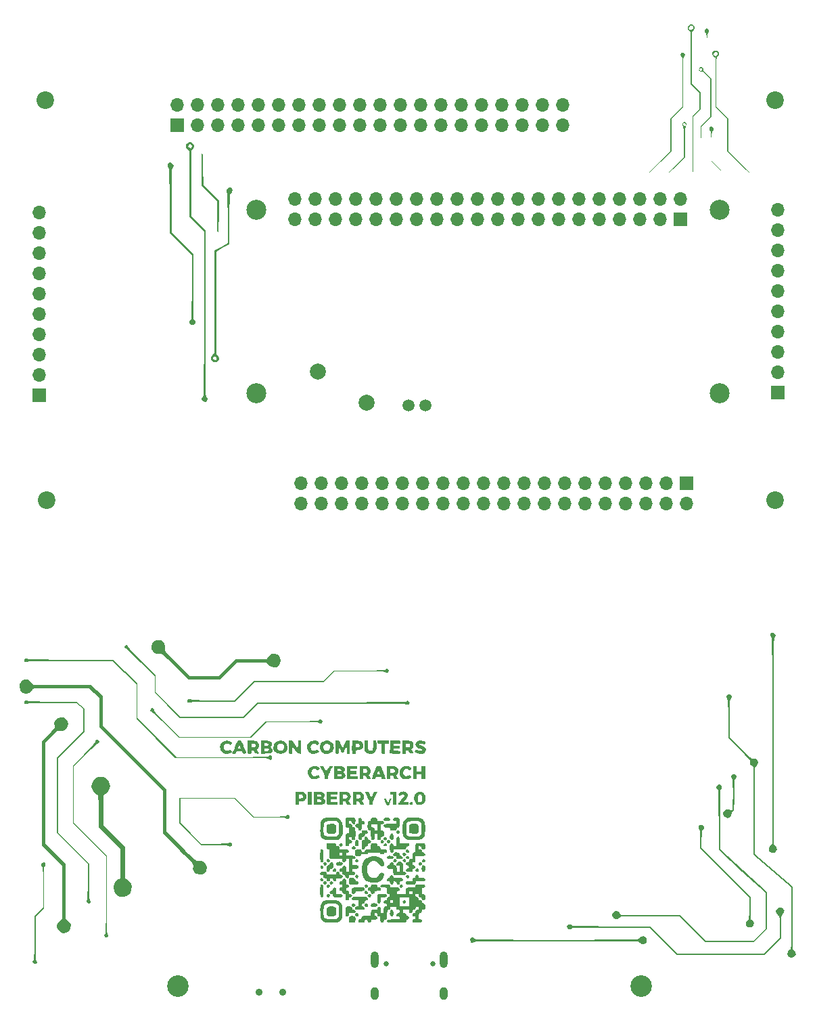
<source format=gbr>
%TF.GenerationSoftware,KiCad,Pcbnew,8.0.4*%
%TF.CreationDate,2024-10-18T18:06:38+03:00*%
%TF.ProjectId,beepy,62656570-792e-46b6-9963-61645f706362,rev?*%
%TF.SameCoordinates,Original*%
%TF.FileFunction,Soldermask,Top*%
%TF.FilePolarity,Negative*%
%FSLAX46Y46*%
G04 Gerber Fmt 4.6, Leading zero omitted, Abs format (unit mm)*
G04 Created by KiCad (PCBNEW 8.0.4) date 2024-10-18 18:06:38*
%MOMM*%
%LPD*%
G01*
G04 APERTURE LIST*
%ADD10C,0.000000*%
%ADD11R,1.700000X1.700000*%
%ADD12O,1.700000X1.700000*%
%ADD13C,2.500000*%
%ADD14C,2.200000*%
%ADD15C,2.700000*%
%ADD16C,2.000000*%
%ADD17C,1.500000*%
%ADD18C,0.650000*%
%ADD19O,1.000000X1.600000*%
%ADD20O,1.000000X2.100000*%
%ADD21C,0.900000*%
G04 APERTURE END LIST*
D10*
%TO.C,G\u002A\u002A\u002A*%
G36*
X-4024789Y-105119587D02*
G01*
X-3952893Y-105262235D01*
X-3996029Y-105429576D01*
X-4061667Y-105500666D01*
X-4098172Y-105552220D01*
X-4127140Y-105651222D01*
X-4149393Y-105815136D01*
X-4165752Y-106061427D01*
X-4177038Y-106407559D01*
X-4184071Y-106870997D01*
X-4187674Y-107469203D01*
X-4188667Y-108201850D01*
X-4188667Y-110797634D01*
X-4696667Y-111300333D01*
X-5204667Y-111803032D01*
X-5204667Y-114494998D01*
X-5202264Y-115343979D01*
X-5194868Y-116031940D01*
X-5182194Y-116567130D01*
X-5163958Y-116957798D01*
X-5139877Y-117212191D01*
X-5109667Y-117338558D01*
X-5106638Y-117343933D01*
X-5049086Y-117531074D01*
X-5061647Y-117639117D01*
X-5178954Y-117755808D01*
X-5351117Y-117762339D01*
X-5507665Y-117662429D01*
X-5540187Y-117613879D01*
X-5577627Y-117442369D01*
X-5500832Y-117323594D01*
X-5465198Y-117266395D01*
X-5436728Y-117162343D01*
X-5414668Y-116994349D01*
X-5398260Y-116745321D01*
X-5386748Y-116398170D01*
X-5379375Y-115935806D01*
X-5375387Y-115341137D01*
X-5374025Y-114597074D01*
X-5374000Y-114457768D01*
X-5374000Y-111718774D01*
X-4823667Y-111173333D01*
X-4273333Y-110627891D01*
X-4273333Y-108115670D01*
X-4274331Y-107385861D01*
X-4277901Y-106807946D01*
X-4284907Y-106364497D01*
X-4296214Y-106038084D01*
X-4312685Y-105811277D01*
X-4335186Y-105666647D01*
X-4364581Y-105586763D01*
X-4400333Y-105554715D01*
X-4508070Y-105439879D01*
X-4513101Y-105268555D01*
X-4419183Y-105115934D01*
X-4376980Y-105087491D01*
X-4177542Y-105046412D01*
X-4024789Y-105119587D01*
G37*
G36*
X9586707Y-85806687D02*
G01*
X9679006Y-85951519D01*
X9679917Y-86031175D01*
X9716125Y-86131252D01*
X9848264Y-86313346D01*
X10082599Y-86584496D01*
X10425394Y-86951741D01*
X10882913Y-87422121D01*
X11219808Y-87761499D01*
X12785283Y-89329333D01*
X17190189Y-89329333D01*
X21595095Y-89329333D01*
X22566000Y-88355666D01*
X23536904Y-87382000D01*
X26808752Y-87382000D01*
X27654160Y-87381242D01*
X28345757Y-87378580D01*
X28899062Y-87373430D01*
X29329592Y-87365209D01*
X29652865Y-87353333D01*
X29884399Y-87337219D01*
X30039711Y-87316282D01*
X30134320Y-87289940D01*
X30183742Y-87257609D01*
X30186000Y-87255000D01*
X30356529Y-87142786D01*
X30533159Y-87153010D01*
X30671382Y-87254201D01*
X30726691Y-87414889D01*
X30663101Y-87592346D01*
X30529177Y-87676284D01*
X30357548Y-87684724D01*
X30221259Y-87624817D01*
X30186000Y-87545627D01*
X30103397Y-87525684D01*
X29863814Y-87508132D01*
X29479594Y-87493273D01*
X28963078Y-87481407D01*
X28326607Y-87472836D01*
X27582522Y-87467859D01*
X26946119Y-87466666D01*
X23706238Y-87466666D01*
X22735333Y-88440333D01*
X21764429Y-89414000D01*
X17232523Y-89414000D01*
X12700617Y-89414000D01*
X11140050Y-87851721D01*
X10589263Y-87306474D01*
X10145934Y-86881521D01*
X9804036Y-86571478D01*
X9557544Y-86370959D01*
X9400432Y-86274579D01*
X9363633Y-86264221D01*
X9179468Y-86180241D01*
X9112283Y-86023304D01*
X9178854Y-85852818D01*
X9233489Y-85803376D01*
X9417677Y-85746833D01*
X9586707Y-85806687D01*
G37*
G36*
X3303988Y-94352452D02*
G01*
X3553688Y-94446273D01*
X3633273Y-94501475D01*
X3914306Y-94814680D01*
X4068645Y-95186418D01*
X4098440Y-95579225D01*
X4005837Y-95955641D01*
X3792984Y-96278202D01*
X3519744Y-96481730D01*
X3262000Y-96615015D01*
X3262000Y-98497666D01*
X3262000Y-100380318D01*
X4616667Y-101733000D01*
X5971333Y-103085681D01*
X5971333Y-105052999D01*
X5971333Y-107020318D01*
X6229077Y-107153602D01*
X6540748Y-107398954D01*
X6736050Y-107726987D01*
X6816611Y-108100291D01*
X6784061Y-108481457D01*
X6640032Y-108833073D01*
X6386151Y-109117730D01*
X6137327Y-109259790D01*
X5831420Y-109364006D01*
X5593715Y-109381692D01*
X5345271Y-109310122D01*
X5164241Y-109226192D01*
X4810651Y-108971124D01*
X4600393Y-108626073D01*
X4532316Y-108196936D01*
X4604486Y-107774183D01*
X4804212Y-107414570D01*
X5107452Y-107160710D01*
X5120922Y-107153602D01*
X5378667Y-107020318D01*
X5378667Y-105179999D01*
X5378667Y-103339681D01*
X4024000Y-101987000D01*
X2669333Y-100634318D01*
X2669333Y-98622492D01*
X2665984Y-97967450D01*
X2656290Y-97426149D01*
X2640783Y-97011680D01*
X2619995Y-96737136D01*
X2594459Y-96615609D01*
X2587613Y-96610666D01*
X2479963Y-96558911D01*
X2301556Y-96427943D01*
X2208669Y-96349701D01*
X1928099Y-96004263D01*
X1799276Y-95614687D01*
X1822394Y-95212369D01*
X1997644Y-94828700D01*
X2197948Y-94599833D01*
X2405316Y-94432161D01*
X2600891Y-94350371D01*
X2864352Y-94325424D01*
X2953005Y-94324666D01*
X3303988Y-94352452D01*
G37*
G36*
X-1729267Y-86913152D02*
G01*
X-1434856Y-87077961D01*
X-1388154Y-87121487D01*
X-1198526Y-87408919D01*
X-1143462Y-87723405D01*
X-1203673Y-88033251D01*
X-1359868Y-88306763D01*
X-1592756Y-88512248D01*
X-1883047Y-88618011D01*
X-2211452Y-88592358D01*
X-2271076Y-88572120D01*
X-2365025Y-88552550D01*
X-2468767Y-88579038D01*
X-2606109Y-88668754D01*
X-2800857Y-88838867D01*
X-3076819Y-89106549D01*
X-3244707Y-89274320D01*
X-4019334Y-90052181D01*
X-4019333Y-96359316D01*
X-4019333Y-102666450D01*
X-2749333Y-103934333D01*
X-1479333Y-105202216D01*
X-1479333Y-108614499D01*
X-1479333Y-112026782D01*
X-1140667Y-112348948D01*
X-918840Y-112592759D01*
X-817058Y-112802408D01*
X-802000Y-112934240D01*
X-870957Y-113322336D01*
X-1058009Y-113622087D01*
X-1333429Y-113813813D01*
X-1667490Y-113877838D01*
X-2030465Y-113794483D01*
X-2072000Y-113774916D01*
X-2246244Y-113630909D01*
X-2409678Y-113407723D01*
X-2438566Y-113353335D01*
X-2534428Y-113114664D01*
X-2541855Y-112917097D01*
X-2492362Y-112730663D01*
X-2336492Y-112451164D01*
X-2147498Y-112285659D01*
X-1903737Y-112147000D01*
X-1903202Y-108801608D01*
X-1902667Y-105456216D01*
X-3172667Y-104188333D01*
X-4442667Y-102920450D01*
X-4442667Y-96398470D01*
X-4442667Y-89876489D01*
X-3602919Y-89039892D01*
X-3267950Y-88702469D01*
X-3038978Y-88459239D01*
X-2899352Y-88287637D01*
X-2832425Y-88165100D01*
X-2821546Y-88069065D01*
X-2838809Y-88004350D01*
X-2890564Y-87671305D01*
X-2805388Y-87373013D01*
X-2614975Y-87128762D01*
X-2351021Y-86957842D01*
X-2045220Y-86879542D01*
X-1729267Y-86913152D01*
G37*
G36*
X2590347Y-89712136D02*
G01*
X2725605Y-89822738D01*
X2751165Y-89989863D01*
X2677638Y-90150873D01*
X2515633Y-90243126D01*
X2500000Y-90245554D01*
X2352358Y-90321281D01*
X2093912Y-90524612D01*
X1724914Y-90855322D01*
X1245618Y-91313189D01*
X912500Y-91641591D01*
X-463333Y-93010408D01*
X-463333Y-96525685D01*
X-463333Y-100040962D01*
X1611000Y-102114000D01*
X3685333Y-104187037D01*
X3685333Y-109007018D01*
X3685646Y-110037231D01*
X3686842Y-110911383D01*
X3689305Y-111642744D01*
X3693423Y-112244586D01*
X3699579Y-112730180D01*
X3708159Y-113112797D01*
X3719549Y-113405709D01*
X3734134Y-113622187D01*
X3752299Y-113775501D01*
X3774430Y-113878923D01*
X3800913Y-113945724D01*
X3829941Y-113986789D01*
X3908762Y-114162895D01*
X3866680Y-114326685D01*
X3743615Y-114437161D01*
X3579489Y-114453328D01*
X3450738Y-114376204D01*
X3352458Y-114193244D01*
X3423024Y-114015579D01*
X3473667Y-113967333D01*
X3501106Y-113927130D01*
X3524375Y-113847200D01*
X3543802Y-113714776D01*
X3559719Y-113517089D01*
X3572458Y-113241371D01*
X3582348Y-112874853D01*
X3589721Y-112404768D01*
X3594907Y-111818347D01*
X3598238Y-111102821D01*
X3600044Y-110245423D01*
X3600657Y-109233385D01*
X3600667Y-109066818D01*
X3600667Y-104271703D01*
X1526333Y-102198666D01*
X-548000Y-100125629D01*
X-548000Y-96525685D01*
X-548000Y-92925741D01*
X849000Y-91530666D01*
X1364421Y-91008842D01*
X1757522Y-90594562D01*
X2032612Y-90282947D01*
X2193999Y-90069120D01*
X2246000Y-89949125D01*
X2297718Y-89750382D01*
X2451902Y-89686336D01*
X2590347Y-89712136D01*
G37*
G36*
X10488937Y-77295498D02*
G01*
X10749044Y-77457925D01*
X10938309Y-77693455D01*
X11023677Y-77988746D01*
X10987694Y-78283927D01*
X10964722Y-78368626D01*
X10961025Y-78448472D01*
X10989366Y-78539271D01*
X11062505Y-78656827D01*
X11193204Y-78816943D01*
X11394224Y-79035425D01*
X11678327Y-79328075D01*
X12058274Y-79710700D01*
X12481155Y-80133498D01*
X14058629Y-81709333D01*
X15879418Y-81709333D01*
X17700208Y-81709333D01*
X18756000Y-80651000D01*
X19811792Y-79592666D01*
X21779388Y-79592666D01*
X23746985Y-79592666D01*
X23869809Y-79355150D01*
X24091407Y-79092337D01*
X24395119Y-78948458D01*
X24735219Y-78931410D01*
X25065977Y-79049087D01*
X25177946Y-79129288D01*
X25418771Y-79423693D01*
X25496206Y-79761837D01*
X25413804Y-80128605D01*
X25207074Y-80437171D01*
X24922018Y-80617709D01*
X24596242Y-80665618D01*
X24267347Y-80576298D01*
X23972939Y-80345147D01*
X23942478Y-80308620D01*
X23709000Y-80016004D01*
X21845063Y-80016002D01*
X19981125Y-80016000D01*
X18925333Y-81074333D01*
X17869541Y-82132666D01*
X15877789Y-82132666D01*
X13886038Y-82132666D01*
X12245789Y-80490797D01*
X11756311Y-80002271D01*
X11370578Y-79621970D01*
X11073717Y-79337272D01*
X10850858Y-79135556D01*
X10687128Y-79004198D01*
X10567656Y-78930577D01*
X10477570Y-78902071D01*
X10401999Y-78906058D01*
X10383936Y-78910568D01*
X10018145Y-78938728D01*
X9703401Y-78829625D01*
X9462775Y-78613002D01*
X9319338Y-78318601D01*
X9296160Y-77976165D01*
X9401210Y-77643638D01*
X9614124Y-77380244D01*
X9888421Y-77243316D01*
X10191044Y-77219516D01*
X10488937Y-77295498D01*
G37*
G36*
X20999667Y-98134666D02*
G01*
X22182731Y-99320000D01*
X24121865Y-99320000D01*
X24749244Y-99318944D01*
X25228657Y-99314749D01*
X25581463Y-99305869D01*
X25829024Y-99290761D01*
X25992697Y-99267880D01*
X26093844Y-99235682D01*
X26153825Y-99192622D01*
X26171207Y-99171833D01*
X26311866Y-99084278D01*
X26459158Y-99128632D01*
X26564576Y-99276701D01*
X26587667Y-99413894D01*
X26524006Y-99580805D01*
X26373909Y-99648846D01*
X26198700Y-99601850D01*
X26125391Y-99535752D01*
X26068343Y-99493032D01*
X25963591Y-99460476D01*
X25790629Y-99436786D01*
X25528948Y-99420660D01*
X25158040Y-99410799D01*
X24657399Y-99405903D01*
X24057332Y-99404666D01*
X22098065Y-99404666D01*
X20915000Y-98219333D01*
X19731935Y-97034000D01*
X16322967Y-97034000D01*
X12914000Y-97034000D01*
X12914000Y-98537825D01*
X12914000Y-100041651D01*
X14248463Y-101374159D01*
X15582925Y-102706666D01*
X17206799Y-102706666D01*
X17791746Y-102702310D01*
X18268084Y-102689794D01*
X18619388Y-102669949D01*
X18829231Y-102643604D01*
X18883000Y-102622000D01*
X19012171Y-102547225D01*
X19197188Y-102548765D01*
X19348420Y-102618974D01*
X19379284Y-102664333D01*
X19394856Y-102855712D01*
X19379284Y-102918333D01*
X19266445Y-103013751D01*
X19084139Y-103043544D01*
X18921997Y-103000066D01*
X18883000Y-102960666D01*
X18780777Y-102930577D01*
X18525146Y-102906313D01*
X18131959Y-102888657D01*
X17617067Y-102878386D01*
X17162541Y-102876000D01*
X15494408Y-102876000D01*
X14119537Y-101499232D01*
X12744667Y-100122464D01*
X12744667Y-98535898D01*
X12744667Y-96949333D01*
X16280634Y-96949333D01*
X19816602Y-96949333D01*
X20999667Y-98134666D01*
G37*
G36*
X38939580Y-80859130D02*
G01*
X39029914Y-81023802D01*
X39033667Y-81074333D01*
X38969045Y-81260872D01*
X38814317Y-81342015D01*
X38628188Y-81293168D01*
X38587456Y-81261274D01*
X38533107Y-81223528D01*
X38450755Y-81192922D01*
X38323669Y-81168720D01*
X38135116Y-81150185D01*
X37868367Y-81136582D01*
X37506688Y-81127175D01*
X37033350Y-81121227D01*
X36431621Y-81118004D01*
X35684769Y-81116769D01*
X35299680Y-81116666D01*
X32171694Y-81116666D01*
X31498333Y-81794000D01*
X30824972Y-82471333D01*
X26503891Y-82471333D01*
X22182810Y-82471333D01*
X20957333Y-83698999D01*
X19731857Y-84926666D01*
X17047592Y-84926666D01*
X16241408Y-84929331D01*
X15564159Y-84937156D01*
X15024131Y-84949884D01*
X14629610Y-84967259D01*
X14388882Y-84989024D01*
X14311000Y-85011333D01*
X14181829Y-85086107D01*
X13996812Y-85084567D01*
X13845580Y-85014358D01*
X13814715Y-84969000D01*
X13799143Y-84777621D01*
X13814715Y-84715000D01*
X13927555Y-84619581D01*
X14109861Y-84589788D01*
X14272002Y-84633267D01*
X14311000Y-84672666D01*
X14411268Y-84698214D01*
X14672330Y-84719537D01*
X15085696Y-84736370D01*
X15642872Y-84748444D01*
X16335367Y-84755491D01*
X17000644Y-84757333D01*
X19637961Y-84757333D01*
X20875500Y-83529666D01*
X22113039Y-82302000D01*
X26469139Y-82301999D01*
X30825238Y-82301999D01*
X31456000Y-81666999D01*
X32086762Y-81031999D01*
X35257214Y-81032000D01*
X36080277Y-81031427D01*
X36750618Y-81029228D01*
X37284846Y-81024682D01*
X37699571Y-81017067D01*
X38011402Y-81005663D01*
X38236949Y-80989747D01*
X38392819Y-80968600D01*
X38495624Y-80941498D01*
X38561971Y-80907723D01*
X38587456Y-80887392D01*
X38772525Y-80805462D01*
X38939580Y-80859130D01*
G37*
G36*
X-6213713Y-84826711D02*
G01*
X-6210600Y-84828637D01*
X-6101900Y-84857530D01*
X-5871590Y-84881006D01*
X-5511127Y-84899328D01*
X-5011967Y-84912757D01*
X-4365567Y-84921558D01*
X-3563383Y-84925992D01*
X-3022757Y-84926666D01*
X8118Y-84926666D01*
X449725Y-85373829D01*
X891333Y-85820991D01*
X891333Y-87258476D01*
X891333Y-88695961D01*
X-759667Y-90345333D01*
X-2410667Y-91994704D01*
X-2410667Y-96652876D01*
X-2410667Y-101311047D01*
X-463333Y-103257000D01*
X1484000Y-105202952D01*
X1484000Y-107398309D01*
X1485233Y-108079391D01*
X1489687Y-108610945D01*
X1498490Y-109012768D01*
X1512773Y-109304652D01*
X1533666Y-109506391D01*
X1562299Y-109637780D01*
X1599801Y-109718613D01*
X1617748Y-109741456D01*
X1700118Y-109919947D01*
X1663281Y-110086521D01*
X1545162Y-110200378D01*
X1383688Y-110220715D01*
X1246933Y-110140400D01*
X1158765Y-109972458D01*
X1161060Y-109790225D01*
X1230000Y-109691666D01*
X1257246Y-109590586D01*
X1279690Y-109331016D01*
X1296930Y-108923742D01*
X1308563Y-108379550D01*
X1314188Y-107709227D01*
X1314667Y-107421146D01*
X1314667Y-105202952D01*
X-632667Y-103257000D01*
X-2580000Y-101311047D01*
X-2580000Y-96616182D01*
X-2580000Y-91921317D01*
X-929000Y-90262788D01*
X722000Y-88604259D01*
X722000Y-87213167D01*
X722000Y-85822076D01*
X365705Y-85459038D01*
X9410Y-85096000D01*
X-3022111Y-85095999D01*
X-3918756Y-85098018D01*
X-4654657Y-85104250D01*
X-5238358Y-85114956D01*
X-5678404Y-85130401D01*
X-5983336Y-85150846D01*
X-6161699Y-85176554D01*
X-6210600Y-85194028D01*
X-6414490Y-85252836D01*
X-6576648Y-85185560D01*
X-6643983Y-85014578D01*
X-6644000Y-85011333D01*
X-6578494Y-84838963D01*
X-6417368Y-84769963D01*
X-6213713Y-84826711D01*
G37*
G36*
X6318673Y-77906441D02*
G01*
X6377204Y-78030827D01*
X6441781Y-78134024D01*
X6611710Y-78338738D01*
X6871366Y-78628001D01*
X7205124Y-78984846D01*
X7597361Y-79392305D01*
X8032450Y-79833411D01*
X8091704Y-79892700D01*
X9781333Y-81580745D01*
X9781333Y-82640731D01*
X9781333Y-83700716D01*
X11327336Y-85245024D01*
X12873338Y-86789333D01*
X16811015Y-86789333D01*
X20748692Y-86789333D01*
X21634667Y-85900333D01*
X22520641Y-85011333D01*
X31814320Y-85011333D01*
X33158172Y-85010656D01*
X34427959Y-85008674D01*
X35614821Y-85005458D01*
X36709895Y-85001081D01*
X37704319Y-84995615D01*
X38589232Y-84989132D01*
X39355772Y-84981703D01*
X39995076Y-84973402D01*
X40498282Y-84964300D01*
X40856530Y-84954469D01*
X41060956Y-84943981D01*
X41108000Y-84935725D01*
X41176494Y-84837269D01*
X41328243Y-84798989D01*
X41482646Y-84838337D01*
X41499731Y-84850906D01*
X41614177Y-85022297D01*
X41597725Y-85189256D01*
X41483843Y-85306637D01*
X41305999Y-85329294D01*
X41182600Y-85278695D01*
X41109333Y-85262140D01*
X40941115Y-85247338D01*
X40671475Y-85234220D01*
X40293943Y-85222720D01*
X39802048Y-85212768D01*
X39189321Y-85204297D01*
X38449291Y-85197240D01*
X37575489Y-85191529D01*
X36561443Y-85187096D01*
X35400684Y-85183873D01*
X34086742Y-85181793D01*
X32613146Y-85180787D01*
X31821619Y-85180666D01*
X22617607Y-85180666D01*
X21715456Y-86069666D01*
X20813305Y-86958666D01*
X16841650Y-86958666D01*
X12869995Y-86958666D01*
X11283331Y-85370352D01*
X9696667Y-83782037D01*
X9696667Y-82766077D01*
X9696667Y-81750117D01*
X7982167Y-80043420D01*
X7534025Y-79602046D01*
X7117730Y-79201001D01*
X6750119Y-78855802D01*
X6448032Y-78581966D01*
X6228304Y-78395009D01*
X6107774Y-78310449D01*
X6098333Y-78307369D01*
X5959383Y-78216664D01*
X5929000Y-78067507D01*
X5964242Y-77907188D01*
X6102594Y-77857851D01*
X6140667Y-77857000D01*
X6318673Y-77906441D01*
G37*
G36*
X-6213713Y-79577378D02*
G01*
X-6210600Y-79579304D01*
X-6123921Y-79601021D01*
X-5933159Y-79619698D01*
X-5630375Y-79635478D01*
X-5207633Y-79648503D01*
X-4656993Y-79658916D01*
X-3970518Y-79666858D01*
X-3140270Y-79672473D01*
X-2158309Y-79675902D01*
X-1016699Y-79677288D01*
X-745134Y-79677333D01*
X4563364Y-79677333D01*
X6029349Y-81134668D01*
X7495333Y-82592003D01*
X7495333Y-84754706D01*
X7495333Y-86917409D01*
X9972362Y-89393371D01*
X12449392Y-91869333D01*
X18114862Y-91869333D01*
X19241077Y-91869032D01*
X20210030Y-91867939D01*
X21033795Y-91865769D01*
X21724443Y-91862238D01*
X22294045Y-91857060D01*
X22754675Y-91849950D01*
X23118403Y-91840625D01*
X23397302Y-91828798D01*
X23603443Y-91814185D01*
X23748898Y-91796502D01*
X23845740Y-91775463D01*
X23906040Y-91750783D01*
X23932013Y-91732064D01*
X24113038Y-91647655D01*
X24280717Y-91683790D01*
X24392037Y-91803847D01*
X24403986Y-91971203D01*
X24343105Y-92082078D01*
X24168165Y-92199056D01*
X23989200Y-92148273D01*
X23920667Y-92081000D01*
X23883113Y-92055838D01*
X23807504Y-92034166D01*
X23682217Y-92015730D01*
X23495629Y-92000281D01*
X23236119Y-91987566D01*
X22892065Y-91977335D01*
X22451845Y-91969336D01*
X21903837Y-91963318D01*
X21236419Y-91959029D01*
X20437969Y-91956219D01*
X19496865Y-91954636D01*
X18401484Y-91954029D01*
X18046585Y-91954000D01*
X12277905Y-91954000D01*
X9844286Y-89519295D01*
X7410667Y-87084590D01*
X7410667Y-84925221D01*
X7410667Y-82765852D01*
X5949284Y-81306259D01*
X4487902Y-79846666D01*
X-782865Y-79846666D01*
X-1956238Y-79847633D01*
X-2968244Y-79850630D01*
X-3826837Y-79855801D01*
X-4539973Y-79863288D01*
X-5115608Y-79873237D01*
X-5561696Y-79885790D01*
X-5886194Y-79901092D01*
X-6097055Y-79919286D01*
X-6202236Y-79940515D01*
X-6210600Y-79944695D01*
X-6414490Y-80003503D01*
X-6576648Y-79936227D01*
X-6643983Y-79765245D01*
X-6644000Y-79761999D01*
X-6578494Y-79589630D01*
X-6417368Y-79520630D01*
X-6213713Y-79577378D01*
G37*
G36*
X-6219460Y-82181936D02*
G01*
X-5899322Y-82344813D01*
X-5702425Y-82551744D01*
X-5511489Y-82810000D01*
X-1876400Y-82810000D01*
X1758690Y-82810000D01*
X2468012Y-83502351D01*
X3177333Y-84194703D01*
X3177333Y-86063856D01*
X3177333Y-87933008D01*
X7156667Y-91911666D01*
X11136000Y-95890324D01*
X11136000Y-98516034D01*
X11136000Y-101141744D01*
X13022173Y-103026520D01*
X13547860Y-103551104D01*
X13968242Y-103967611D01*
X14297440Y-104288014D01*
X14549574Y-104524287D01*
X14738764Y-104688402D01*
X14879128Y-104792332D01*
X14984787Y-104848050D01*
X15069861Y-104867528D01*
X15148468Y-104862741D01*
X15180666Y-104856833D01*
X15556152Y-104856827D01*
X15871715Y-104999001D01*
X16098674Y-105259109D01*
X16208349Y-105612904D01*
X16214117Y-105730521D01*
X16140461Y-106095156D01*
X15946440Y-106370792D01*
X15665367Y-106539542D01*
X15330555Y-106583514D01*
X14975317Y-106484820D01*
X14893561Y-106439654D01*
X14636294Y-106193944D01*
X14503283Y-105872254D01*
X14515444Y-105526219D01*
X14518739Y-105514361D01*
X14533386Y-105442256D01*
X14526639Y-105366319D01*
X14486783Y-105272862D01*
X14402099Y-105148199D01*
X14260871Y-104978645D01*
X14051382Y-104750513D01*
X13761915Y-104450117D01*
X13380754Y-104063771D01*
X12896181Y-103577788D01*
X12650842Y-103332515D01*
X10712667Y-101395713D01*
X10712667Y-98727685D01*
X10712667Y-96059657D01*
X6733333Y-92081000D01*
X2754000Y-88102342D01*
X2754000Y-86283662D01*
X2754000Y-84464982D01*
X2142285Y-83849157D01*
X1530571Y-83233333D01*
X-2000676Y-83233333D01*
X-2866150Y-83233560D01*
X-3577650Y-83234718D01*
X-4150534Y-83237523D01*
X-4600160Y-83242692D01*
X-4941888Y-83250941D01*
X-5191074Y-83262985D01*
X-5363079Y-83279541D01*
X-5473261Y-83301325D01*
X-5536978Y-83329053D01*
X-5569588Y-83363441D01*
X-5584966Y-83400458D01*
X-5743262Y-83644258D01*
X-6014547Y-83824663D01*
X-6345182Y-83908420D01*
X-6407931Y-83910666D01*
X-6748602Y-83842893D01*
X-7002238Y-83662731D01*
X-7165634Y-83404922D01*
X-7235587Y-83104203D01*
X-7208892Y-82795314D01*
X-7082344Y-82512994D01*
X-6852738Y-82291983D01*
X-6567868Y-82176874D01*
X-6219460Y-82181936D01*
G37*
G36*
X78341894Y-100398314D02*
G01*
X78454519Y-100570509D01*
X78446690Y-100786462D01*
X78424555Y-100836001D01*
X78320645Y-100969964D01*
X78251666Y-101005334D01*
X78218601Y-101086113D01*
X78192798Y-101313087D01*
X78175940Y-101663206D01*
X78169710Y-102113422D01*
X78169705Y-102127608D01*
X78169705Y-103249882D01*
X81227899Y-106297001D01*
X84286093Y-109344119D01*
X84286093Y-110762726D01*
X84290582Y-111258952D01*
X84303172Y-111671271D01*
X84322552Y-111976089D01*
X84347411Y-112149811D01*
X84364975Y-112181334D01*
X84519320Y-112255071D01*
X84648774Y-112434545D01*
X84710110Y-112657148D01*
X84710842Y-112682259D01*
X84641379Y-112937232D01*
X84465380Y-113114510D01*
X84231431Y-113194177D01*
X83988120Y-113156317D01*
X83832035Y-113042500D01*
X83704103Y-112791145D01*
X83725601Y-112522824D01*
X83891484Y-112291063D01*
X83903819Y-112281127D01*
X83983478Y-112213853D01*
X84040217Y-112138509D01*
X84077924Y-112027465D01*
X84100488Y-111853088D01*
X84111795Y-111587746D01*
X84115735Y-111203806D01*
X84116194Y-110771708D01*
X84116194Y-109428785D01*
X81058000Y-106381667D01*
X77999806Y-103334549D01*
X77999806Y-102180308D01*
X77996140Y-101692675D01*
X77983390Y-101348264D01*
X77958926Y-101121086D01*
X77920120Y-100985152D01*
X77872381Y-100920667D01*
X77753410Y-100738258D01*
X77771746Y-100546159D01*
X77905253Y-100393169D01*
X78131795Y-100328087D01*
X78141231Y-100328001D01*
X78341894Y-100398314D01*
G37*
G36*
X82405584Y-94041796D02*
G01*
X82521309Y-94195363D01*
X82545275Y-94381971D01*
X82463347Y-94544890D01*
X82368154Y-94603797D01*
X82328435Y-94645110D01*
X82298136Y-94747494D01*
X82276101Y-94930033D01*
X82261171Y-95211811D01*
X82252190Y-95611914D01*
X82248000Y-96149426D01*
X82247297Y-96597031D01*
X82246639Y-97220720D01*
X82243478Y-97696411D01*
X82236036Y-98045439D01*
X82222534Y-98289138D01*
X82201193Y-98448843D01*
X82170234Y-98545888D01*
X82127879Y-98601607D01*
X82077398Y-98634667D01*
X81935410Y-98801410D01*
X81907498Y-98971512D01*
X81832236Y-99216640D01*
X81643988Y-99405353D01*
X81399060Y-99481332D01*
X81397799Y-99481334D01*
X81231087Y-99435007D01*
X81076901Y-99349533D01*
X80918137Y-99148035D01*
X80880750Y-98892210D01*
X80962515Y-98643908D01*
X81107649Y-98495196D01*
X81287767Y-98405144D01*
X81464026Y-98408597D01*
X81616853Y-98456213D01*
X81830832Y-98512161D01*
X81979230Y-98513660D01*
X81991953Y-98507972D01*
X82018084Y-98412100D01*
X82039582Y-98178613D01*
X82056401Y-97836160D01*
X82068495Y-97413391D01*
X82075821Y-96938955D01*
X82078331Y-96441504D01*
X82075982Y-95949686D01*
X82068728Y-95492151D01*
X82056523Y-95097550D01*
X82039322Y-94794532D01*
X82017081Y-94611747D01*
X81998172Y-94570667D01*
X81903676Y-94500485D01*
X81857671Y-94340912D01*
X81874366Y-94168405D01*
X81910881Y-94100938D01*
X82073048Y-94002480D01*
X82212235Y-93978001D01*
X82405584Y-94041796D01*
G37*
G36*
X87219424Y-76326053D02*
G01*
X87374522Y-76454724D01*
X87427727Y-76636405D01*
X87353548Y-76824154D01*
X87301812Y-76875334D01*
X87284561Y-76904143D01*
X87268911Y-76965823D01*
X87254789Y-77068118D01*
X87242117Y-77218768D01*
X87230819Y-77425515D01*
X87220820Y-77696102D01*
X87212044Y-78038271D01*
X87204414Y-78459764D01*
X87197854Y-78968322D01*
X87192289Y-79571688D01*
X87187642Y-80277604D01*
X87183838Y-81093811D01*
X87180799Y-82028052D01*
X87178451Y-83088069D01*
X87176718Y-84281603D01*
X87175522Y-85616397D01*
X87174789Y-87100193D01*
X87174442Y-88740732D01*
X87174388Y-89851159D01*
X87174388Y-102721583D01*
X87386762Y-102917749D01*
X87561007Y-103171606D01*
X87581420Y-103444486D01*
X87445924Y-103697409D01*
X87429237Y-103714667D01*
X87194543Y-103863538D01*
X86943762Y-103847405D01*
X86768540Y-103752200D01*
X86610974Y-103551349D01*
X86572664Y-103295290D01*
X86651843Y-103047662D01*
X86792113Y-102902548D01*
X87004488Y-102763859D01*
X87004488Y-89872297D01*
X87004360Y-88132613D01*
X87003924Y-86554454D01*
X87003100Y-85130009D01*
X87001810Y-83851469D01*
X86999975Y-82711026D01*
X86997514Y-81700869D01*
X86994349Y-80813190D01*
X86990402Y-80040179D01*
X86985592Y-79374026D01*
X86979841Y-78806924D01*
X86973070Y-78331061D01*
X86965199Y-77938630D01*
X86956149Y-77621820D01*
X86945841Y-77372823D01*
X86934197Y-77183829D01*
X86921137Y-77047029D01*
X86906581Y-76954613D01*
X86890451Y-76898773D01*
X86872768Y-76871781D01*
X86768693Y-76700918D01*
X86773828Y-76503235D01*
X86874656Y-76346149D01*
X86987926Y-76297334D01*
X87219424Y-76326053D01*
G37*
G36*
X80515297Y-95325963D02*
G01*
X80657735Y-95456929D01*
X80674838Y-95499214D01*
X80688599Y-95686016D01*
X80635804Y-95852649D01*
X80539937Y-95925330D01*
X80539212Y-95925334D01*
X80522582Y-96007510D01*
X80507411Y-96244084D01*
X80493998Y-96620126D01*
X80482647Y-97120703D01*
X80473659Y-97730884D01*
X80467336Y-98435739D01*
X80463979Y-99220335D01*
X80463506Y-99671834D01*
X80463662Y-103418334D01*
X83394276Y-106083333D01*
X86324889Y-108748333D01*
X86324889Y-111080339D01*
X86324889Y-113412345D01*
X85537507Y-114193839D01*
X84750125Y-114975334D01*
X81692689Y-114975334D01*
X78635252Y-114975334D01*
X77022883Y-113366667D01*
X75410513Y-111758001D01*
X71766573Y-111758001D01*
X68122633Y-111758001D01*
X67925811Y-111969667D01*
X67674503Y-112146236D01*
X67417236Y-112160442D01*
X67179632Y-112012655D01*
X67132393Y-111958249D01*
X66986958Y-111724169D01*
X66983779Y-111532412D01*
X67125481Y-111328836D01*
X67164841Y-111288485D01*
X67379657Y-111123310D01*
X67575221Y-111103002D01*
X67790937Y-111230021D01*
X67903845Y-111334667D01*
X68158694Y-111588667D01*
X71827078Y-111588667D01*
X75495462Y-111588667D01*
X77107832Y-113197334D01*
X78720202Y-114806001D01*
X81692604Y-114806001D01*
X84665006Y-114806001D01*
X85409998Y-114066932D01*
X86154990Y-113327864D01*
X86154834Y-111082432D01*
X86154678Y-108837001D01*
X83224065Y-106172001D01*
X80293451Y-103507002D01*
X80293451Y-99763498D01*
X80291542Y-98787430D01*
X80285900Y-97946188D01*
X80276656Y-97245631D01*
X80263941Y-96691616D01*
X80247885Y-96290000D01*
X80228619Y-96046641D01*
X80208958Y-95967949D01*
X80102205Y-95855474D01*
X80037112Y-95753226D01*
X80000951Y-95597006D01*
X80098164Y-95443000D01*
X80115300Y-95425558D01*
X80314612Y-95312890D01*
X80515297Y-95325963D01*
G37*
G36*
X88343164Y-110807018D02*
G01*
X88363685Y-110826667D01*
X88512182Y-111073798D01*
X88501847Y-111332495D01*
X88334974Y-111562457D01*
X88321210Y-111573541D01*
X88242627Y-111639702D01*
X88186301Y-111713646D01*
X88148528Y-111822465D01*
X88125601Y-111993254D01*
X88113814Y-112253106D01*
X88109461Y-112629114D01*
X88108836Y-113126123D01*
X88108836Y-114512208D01*
X87066974Y-115548104D01*
X86025111Y-116584001D01*
X80546277Y-116584001D01*
X75067443Y-116584001D01*
X73370040Y-114890667D01*
X71672636Y-113197334D01*
X66808462Y-113197334D01*
X65778644Y-113198687D01*
X64850612Y-113202645D01*
X64033801Y-113209055D01*
X63337647Y-113217763D01*
X62771585Y-113228617D01*
X62345051Y-113241462D01*
X62067481Y-113256146D01*
X61948311Y-113272516D01*
X61944287Y-113276295D01*
X61872385Y-113366795D01*
X61707407Y-113419889D01*
X61525446Y-113413857D01*
X61495599Y-113404374D01*
X61342767Y-113276170D01*
X61305176Y-113093780D01*
X61369832Y-112914099D01*
X61523744Y-112794026D01*
X61639550Y-112774001D01*
X61841840Y-112825332D01*
X61944287Y-112901001D01*
X61984491Y-112928327D01*
X62064469Y-112951518D01*
X62196974Y-112970899D01*
X62394760Y-112986796D01*
X62670581Y-112999537D01*
X63037189Y-113009448D01*
X63507340Y-113016856D01*
X64093785Y-113022087D01*
X64809279Y-113025467D01*
X65666575Y-113027324D01*
X66678427Y-113027983D01*
X66903813Y-113028001D01*
X71757586Y-113028001D01*
X73454990Y-114721334D01*
X75152393Y-116414667D01*
X80546228Y-116414667D01*
X85940063Y-116414667D01*
X86939500Y-115421157D01*
X87938936Y-114427647D01*
X87938936Y-113117171D01*
X87937976Y-112619156D01*
X87932492Y-112262244D01*
X87918583Y-112018208D01*
X87892344Y-111858820D01*
X87849873Y-111755852D01*
X87787266Y-111681076D01*
X87733883Y-111634181D01*
X87521869Y-111388073D01*
X87477795Y-111142285D01*
X87599991Y-110887181D01*
X87603814Y-110882304D01*
X87835317Y-110698262D01*
X88093127Y-110672335D01*
X88343164Y-110807018D01*
G37*
G36*
X71107936Y-114340340D02*
G01*
X71256242Y-114521153D01*
X71308411Y-114759580D01*
X71242295Y-115019251D01*
X71140511Y-115165834D01*
X70924342Y-115296126D01*
X70671472Y-115281120D01*
X70425770Y-115124597D01*
X70404236Y-115102334D01*
X70207413Y-114890667D01*
X60012339Y-114890667D01*
X58470928Y-114890836D01*
X57090582Y-114891416D01*
X55862464Y-114892520D01*
X54777739Y-114894261D01*
X53827573Y-114896750D01*
X53003130Y-114900101D01*
X52295574Y-114904426D01*
X51696070Y-114909837D01*
X51195784Y-114916446D01*
X50785878Y-114924366D01*
X50457519Y-114933710D01*
X50201871Y-114944589D01*
X50010099Y-114957117D01*
X49873367Y-114971404D01*
X49782840Y-114987565D01*
X49729683Y-115005711D01*
X49708109Y-115021753D01*
X49540177Y-115118990D01*
X49421620Y-115127586D01*
X49293061Y-115066098D01*
X49230917Y-114900366D01*
X49218566Y-114795607D01*
X49242445Y-114539310D01*
X49359629Y-114421447D01*
X49557082Y-114448386D01*
X49724670Y-114548309D01*
X49761965Y-114574307D01*
X49805546Y-114597560D01*
X49864597Y-114618223D01*
X49948301Y-114636448D01*
X50065842Y-114652388D01*
X50226403Y-114666196D01*
X50439167Y-114678025D01*
X50713317Y-114688029D01*
X51058037Y-114696360D01*
X51482510Y-114703171D01*
X51995920Y-114708616D01*
X52607448Y-114712847D01*
X53326280Y-114716017D01*
X54161598Y-114718280D01*
X55122585Y-114719788D01*
X56218425Y-114720694D01*
X57458301Y-114721152D01*
X58851397Y-114721314D01*
X60108701Y-114721334D01*
X61634220Y-114721273D01*
X62998849Y-114720996D01*
X64211601Y-114720362D01*
X65281486Y-114719228D01*
X66217516Y-114717454D01*
X67028700Y-114714898D01*
X67724052Y-114711418D01*
X68312580Y-114706873D01*
X68803297Y-114701121D01*
X69205213Y-114694020D01*
X69527339Y-114685430D01*
X69778686Y-114675208D01*
X69968266Y-114663213D01*
X70105089Y-114649304D01*
X70198166Y-114633338D01*
X70256508Y-114615175D01*
X70289126Y-114594672D01*
X70305032Y-114571689D01*
X70308946Y-114561106D01*
X70419510Y-114416883D01*
X70611494Y-114297041D01*
X70885638Y-114253513D01*
X71107936Y-114340340D01*
G37*
G36*
X81759735Y-84033604D02*
G01*
X81902533Y-84164532D01*
X81926615Y-84369474D01*
X81827115Y-84596752D01*
X81814331Y-84613515D01*
X81765754Y-84685545D01*
X81727969Y-84777450D01*
X81699633Y-84909819D01*
X81679404Y-85103240D01*
X81665937Y-85378300D01*
X81657891Y-85755588D01*
X81653922Y-86255691D01*
X81652687Y-86899198D01*
X81652648Y-87092014D01*
X81652648Y-89365652D01*
X83010800Y-90717293D01*
X83452107Y-91154883D01*
X83791977Y-91486090D01*
X84048144Y-91725222D01*
X84238344Y-91886585D01*
X84380311Y-91984488D01*
X84491782Y-92033237D01*
X84590491Y-92047140D01*
X84655743Y-92044308D01*
X84954574Y-92083025D01*
X85148485Y-92248592D01*
X85220441Y-92526099D01*
X85220541Y-92538667D01*
X85170148Y-92766224D01*
X85046941Y-92955718D01*
X84892882Y-93045517D01*
X84874674Y-93046667D01*
X84859000Y-93129825D01*
X84844752Y-93373271D01*
X84832060Y-93767965D01*
X84821054Y-94304868D01*
X84811864Y-94974940D01*
X84804619Y-95769140D01*
X84799451Y-96678429D01*
X84796488Y-97693767D01*
X84795792Y-98532345D01*
X84795792Y-104018022D01*
X87172977Y-106046511D01*
X89550162Y-108075001D01*
X89551573Y-111959958D01*
X89552983Y-115844916D01*
X89765357Y-116041082D01*
X89937991Y-116288117D01*
X89961434Y-116537332D01*
X89851509Y-116750590D01*
X89624040Y-116889753D01*
X89399590Y-116922667D01*
X89146555Y-116865235D01*
X88992669Y-116710501D01*
X88903257Y-116525590D01*
X88920664Y-116345205D01*
X88957372Y-116247650D01*
X89078738Y-116055026D01*
X89222320Y-115946111D01*
X89260135Y-115928273D01*
X89291493Y-115891099D01*
X89316984Y-115819957D01*
X89337197Y-115700217D01*
X89352722Y-115517247D01*
X89364150Y-115256418D01*
X89372069Y-114903098D01*
X89377069Y-114442658D01*
X89379742Y-113860466D01*
X89380675Y-113141891D01*
X89380459Y-112272303D01*
X89380294Y-112027462D01*
X89377504Y-108159667D01*
X87001698Y-106130250D01*
X84625893Y-104100832D01*
X84625893Y-98607101D01*
X84625893Y-93113371D01*
X84407920Y-92942485D01*
X84249473Y-92767735D01*
X84210888Y-92547049D01*
X84214745Y-92484730D01*
X84215883Y-92385694D01*
X84191769Y-92285508D01*
X84128161Y-92166677D01*
X84010813Y-92011706D01*
X83825484Y-91803100D01*
X83557929Y-91523364D01*
X83193904Y-91155004D01*
X82861146Y-90822163D01*
X81482749Y-89446465D01*
X81482749Y-87083399D01*
X81481661Y-86375689D01*
X81477714Y-85818223D01*
X81469881Y-85391925D01*
X81457137Y-85077714D01*
X81438456Y-84856513D01*
X81412811Y-84709244D01*
X81379177Y-84616828D01*
X81347667Y-84571568D01*
X81257476Y-84376020D01*
X81299594Y-84187584D01*
X81440465Y-84050064D01*
X81646537Y-84007266D01*
X81759735Y-84033604D01*
G37*
G36*
X78935982Y-754615D02*
G01*
X79008326Y-816730D01*
X79100120Y-983783D01*
X79071004Y-1162068D01*
X78981974Y-1277282D01*
X78943942Y-1319239D01*
X78914085Y-1376028D01*
X78891205Y-1462868D01*
X78874104Y-1594975D01*
X78861582Y-1787567D01*
X78852443Y-2055862D01*
X78845487Y-2415076D01*
X78839516Y-2880429D01*
X78836929Y-3119195D01*
X78818776Y-4842891D01*
X78803871Y-3101691D01*
X78799052Y-2584031D01*
X78793734Y-2179616D01*
X78786756Y-1873733D01*
X78776958Y-1651671D01*
X78763176Y-1498716D01*
X78744251Y-1400155D01*
X78719020Y-1341276D01*
X78686322Y-1307366D01*
X78661007Y-1292009D01*
X78559442Y-1175657D01*
X78531876Y-1011935D01*
X78578769Y-856622D01*
X78656801Y-782421D01*
X78815611Y-722047D01*
X78935982Y-754615D01*
G37*
G36*
X79561717Y-13050690D02*
G01*
X79661950Y-13174281D01*
X79684939Y-13329820D01*
X79618151Y-13476033D01*
X79556725Y-13527008D01*
X79519472Y-13555217D01*
X79490245Y-13597529D01*
X79468073Y-13668395D01*
X79451983Y-13782264D01*
X79441005Y-13953586D01*
X79434165Y-14196812D01*
X79430494Y-14526390D01*
X79429018Y-14956771D01*
X79428765Y-15429990D01*
X79428765Y-17253060D01*
X80179528Y-18005784D01*
X80423849Y-18254361D01*
X80627261Y-18468325D01*
X80776384Y-18633009D01*
X80857832Y-18733744D01*
X80866268Y-18758508D01*
X80801433Y-18715326D01*
X80663917Y-18596070D01*
X80470479Y-18416172D01*
X80237881Y-18191066D01*
X80083515Y-18037734D01*
X79364785Y-17316959D01*
X79364785Y-15461940D01*
X79364449Y-14925865D01*
X79362809Y-14503434D01*
X79358919Y-14180334D01*
X79351832Y-13942250D01*
X79340602Y-13774868D01*
X79324282Y-13663873D01*
X79301925Y-13594951D01*
X79272584Y-13553787D01*
X79236826Y-13527008D01*
X79126334Y-13398083D01*
X79111163Y-13241578D01*
X79178779Y-13098768D01*
X79316648Y-13010924D01*
X79396775Y-13000322D01*
X79561717Y-13050690D01*
G37*
G36*
X78307000Y-5623485D02*
G01*
X78389120Y-5765028D01*
X78398431Y-5910408D01*
X78382331Y-5947599D01*
X78410969Y-6012362D01*
X78515132Y-6145320D01*
X78677801Y-6326292D01*
X78856156Y-6509558D01*
X79364785Y-7015204D01*
X79364785Y-9417213D01*
X79364785Y-11819222D01*
X78757619Y-12423863D01*
X78150453Y-13028505D01*
X78133147Y-15909501D01*
X78115841Y-18790498D01*
X78100515Y-15846091D01*
X78085188Y-12901684D01*
X78661007Y-12328533D01*
X79236826Y-11755382D01*
X79236826Y-9385193D01*
X79236826Y-7015003D01*
X78768887Y-6550188D01*
X78518381Y-6313165D01*
X78339464Y-6172022D01*
X78225210Y-6121599D01*
X78198068Y-6124852D01*
X78035406Y-6128850D01*
X77900013Y-6036038D01*
X77831472Y-5876974D01*
X77829269Y-5840161D01*
X77841307Y-5789395D01*
X77920500Y-5789395D01*
X77950312Y-5919768D01*
X77966236Y-5941402D01*
X78084749Y-6014886D01*
X78191547Y-5980397D01*
X78244421Y-5854233D01*
X78245138Y-5833702D01*
X78208189Y-5700623D01*
X78109327Y-5655251D01*
X77981308Y-5685616D01*
X77920500Y-5789395D01*
X77841307Y-5789395D01*
X77875259Y-5646220D01*
X78001299Y-5542115D01*
X78179353Y-5540499D01*
X78307000Y-5623485D01*
G37*
G36*
X76170624Y-12475998D02*
G01*
X76272391Y-12602444D01*
X76295373Y-12761785D01*
X76223799Y-12911961D01*
X76197783Y-12936342D01*
X76169762Y-12975882D01*
X76147625Y-13051700D01*
X76130719Y-13177222D01*
X76118392Y-13365874D01*
X76109992Y-13631084D01*
X76104867Y-13986278D01*
X76102365Y-14444883D01*
X76101813Y-14912330D01*
X76101813Y-16808671D01*
X75125370Y-17783589D01*
X74833338Y-18070959D01*
X74567341Y-18324777D01*
X74341927Y-18531796D01*
X74171644Y-18678775D01*
X74071041Y-18752467D01*
X74054482Y-18758508D01*
X74069510Y-18715857D01*
X74164327Y-18596465D01*
X74327350Y-18413178D01*
X74546999Y-18178838D01*
X74811691Y-17906289D01*
X74934955Y-17782065D01*
X75909874Y-16805622D01*
X75909874Y-14930392D01*
X75909008Y-14377968D01*
X75905969Y-13939898D01*
X75900096Y-13602582D01*
X75890726Y-13352422D01*
X75877197Y-13175821D01*
X75858847Y-13059181D01*
X75835014Y-12988903D01*
X75813904Y-12959192D01*
X75723315Y-12798191D01*
X75726627Y-12711022D01*
X75808038Y-12711022D01*
X75847705Y-12842345D01*
X75852624Y-12848481D01*
X75979567Y-12930345D01*
X76101855Y-12894257D01*
X76154896Y-12824377D01*
X76189896Y-12669432D01*
X76117709Y-12574047D01*
X76007357Y-12552463D01*
X75869024Y-12599533D01*
X75808038Y-12711022D01*
X75726627Y-12711022D01*
X75729734Y-12629240D01*
X75818952Y-12491924D01*
X75976759Y-12425828D01*
X76005843Y-12424503D01*
X76170624Y-12475998D01*
G37*
G36*
X75897701Y-3761399D02*
G01*
X76043572Y-3867241D01*
X76092771Y-4024137D01*
X76039087Y-4192644D01*
X75976882Y-4264332D01*
X75946804Y-4294571D01*
X75921721Y-4333433D01*
X75901181Y-4391985D01*
X75884730Y-4481293D01*
X75871913Y-4612426D01*
X75862279Y-4796450D01*
X75855373Y-5044434D01*
X75850742Y-5367444D01*
X75847932Y-5776548D01*
X75846490Y-6282813D01*
X75845962Y-6897306D01*
X75845894Y-7461029D01*
X75845894Y-10539185D01*
X75110125Y-11272866D01*
X74374357Y-12006547D01*
X74374357Y-14023514D01*
X74374357Y-16040480D01*
X73014240Y-17399494D01*
X72670945Y-17740495D01*
X72355317Y-18050163D01*
X72079009Y-18317370D01*
X71853675Y-18530985D01*
X71690967Y-18679879D01*
X71602541Y-18752922D01*
X71591246Y-18758508D01*
X71618711Y-18715309D01*
X71726630Y-18593024D01*
X71904550Y-18402622D01*
X72142019Y-18155071D01*
X72428584Y-17861338D01*
X72753794Y-17532394D01*
X72887384Y-17398391D01*
X74246397Y-16038273D01*
X74246397Y-14022454D01*
X74246397Y-12006634D01*
X75014156Y-11240876D01*
X75781914Y-10475118D01*
X75781914Y-7421331D01*
X75781779Y-6717513D01*
X75781076Y-6130721D01*
X75779357Y-5650023D01*
X75776173Y-5264484D01*
X75771077Y-4963172D01*
X75763620Y-4735152D01*
X75753354Y-4569493D01*
X75739832Y-4455260D01*
X75722605Y-4381521D01*
X75701225Y-4337341D01*
X75675244Y-4311788D01*
X75653954Y-4299062D01*
X75555702Y-4183217D01*
X75526970Y-4014839D01*
X75570868Y-3850774D01*
X75625787Y-3784051D01*
X75759956Y-3733707D01*
X75897701Y-3761399D01*
G37*
G36*
X76987652Y-231345D02*
G01*
X77163593Y-347794D01*
X77184827Y-372930D01*
X77297334Y-572512D01*
X77291034Y-751962D01*
X77163581Y-934988D01*
X77125491Y-972110D01*
X76933551Y-1151408D01*
X76933551Y-4374129D01*
X76933551Y-7596849D01*
X77477380Y-8137853D01*
X78021209Y-8678857D01*
X78021209Y-9769643D01*
X78021209Y-10860428D01*
X77573350Y-11304856D01*
X77125491Y-11749283D01*
X77125491Y-15253895D01*
X77124328Y-16109560D01*
X77120863Y-16849008D01*
X77115127Y-17470446D01*
X77107154Y-17972079D01*
X77096977Y-18352113D01*
X77084627Y-18608753D01*
X77070138Y-18740207D01*
X77061511Y-18758508D01*
X77045951Y-18694832D01*
X77032496Y-18504983D01*
X77021177Y-18190733D01*
X77012027Y-17753853D01*
X77005076Y-17196113D01*
X77000358Y-16519284D01*
X76997904Y-15725137D01*
X76997531Y-15221905D01*
X76997531Y-11685303D01*
X77445390Y-11240876D01*
X77893249Y-10796449D01*
X77893249Y-9759884D01*
X77893249Y-8723320D01*
X77349420Y-8228267D01*
X76805591Y-7733215D01*
X76805591Y-4418893D01*
X76805591Y-1104572D01*
X76661637Y-1028763D01*
X76499487Y-912643D01*
X76431632Y-760554D01*
X76423946Y-653658D01*
X76560825Y-653658D01*
X76615903Y-784377D01*
X76731294Y-882716D01*
X76892780Y-903247D01*
X77040187Y-839439D01*
X77048715Y-831354D01*
X77120025Y-684197D01*
X77101193Y-519906D01*
X76999718Y-397611D01*
X76993241Y-393995D01*
X76861157Y-358730D01*
X76718993Y-416414D01*
X76705331Y-425209D01*
X76578662Y-535074D01*
X76560825Y-653658D01*
X76423946Y-653658D01*
X76422692Y-636216D01*
X76474236Y-428191D01*
X76608536Y-283440D01*
X76791154Y-213859D01*
X76987652Y-231345D01*
G37*
G36*
X80112510Y-3493853D02*
G01*
X80242557Y-3589318D01*
X80320263Y-3713053D01*
X80356774Y-3893498D01*
X80311163Y-4082567D01*
X80201674Y-4228116D01*
X80125663Y-4269256D01*
X80097788Y-4282458D01*
X80074551Y-4310003D01*
X80055531Y-4362683D01*
X80040306Y-4451290D01*
X80028455Y-4586614D01*
X80019557Y-4779447D01*
X80013191Y-5040582D01*
X80008935Y-5380808D01*
X80006370Y-5810919D01*
X80005072Y-6341704D01*
X80004623Y-6983957D01*
X80004584Y-7371935D01*
X80004584Y-10436185D01*
X80772342Y-11230462D01*
X81540100Y-12024739D01*
X81540100Y-14031506D01*
X81540100Y-16038273D01*
X82899114Y-17398391D01*
X83234957Y-17737549D01*
X83534377Y-18045825D01*
X83787229Y-18312296D01*
X83983370Y-18526036D01*
X84112654Y-18676123D01*
X84164939Y-18751632D01*
X84162158Y-18758508D01*
X84094331Y-18714757D01*
X83948741Y-18590959D01*
X83737354Y-18398299D01*
X83472134Y-18147961D01*
X83165043Y-17851128D01*
X82828046Y-17518984D01*
X82707174Y-17398391D01*
X81348161Y-16038273D01*
X81348161Y-14022410D01*
X81348161Y-12006547D01*
X80612392Y-11272866D01*
X79876624Y-10539185D01*
X79876624Y-7463145D01*
X79876624Y-4387106D01*
X79684685Y-4245199D01*
X79534817Y-4072704D01*
X79485981Y-3877319D01*
X79487116Y-3872378D01*
X79645236Y-3872378D01*
X79671989Y-4015013D01*
X79768255Y-4125256D01*
X79905590Y-4176953D01*
X80055549Y-4143953D01*
X80119748Y-4094327D01*
X80194037Y-3947260D01*
X80178724Y-3785124D01*
X80090199Y-3652856D01*
X79944851Y-3595391D01*
X79937724Y-3595284D01*
X79817901Y-3639783D01*
X79716439Y-3723503D01*
X79645236Y-3872378D01*
X79487116Y-3872378D01*
X79528813Y-3690823D01*
X79653947Y-3544991D01*
X79852017Y-3471602D01*
X79913652Y-3468304D01*
X80112510Y-3493853D01*
G37*
G36*
X41033958Y-104608777D02*
G01*
X41113379Y-104668238D01*
X41175907Y-104786546D01*
X41162554Y-104903717D01*
X41089513Y-104988452D01*
X40982815Y-105045646D01*
X40897322Y-105039153D01*
X40837809Y-105001350D01*
X40754491Y-104894436D01*
X40745167Y-104776129D01*
X40802348Y-104677591D01*
X40919704Y-104602231D01*
X41033958Y-104608777D01*
G37*
G36*
X41508702Y-103478076D02*
G01*
X41553978Y-103599360D01*
X41538718Y-103732408D01*
X41459705Y-103812786D01*
X41351188Y-103834380D01*
X41246899Y-103813659D01*
X41185086Y-103773843D01*
X41141788Y-103664462D01*
X41162748Y-103547939D01*
X41238554Y-103457712D01*
X41279814Y-103437265D01*
X41414235Y-103421904D01*
X41508702Y-103478076D01*
G37*
G36*
X31160666Y-105042667D02*
G01*
X31230048Y-105124714D01*
X31249511Y-105229671D01*
X31203749Y-105338379D01*
X31193860Y-105349982D01*
X31083122Y-105421863D01*
X30965670Y-105418749D01*
X30865364Y-105342101D01*
X30856451Y-105329320D01*
X30811603Y-105202954D01*
X30844067Y-105093518D01*
X30933370Y-105023939D01*
X31056671Y-105002689D01*
X31160666Y-105042667D01*
G37*
G36*
X31554974Y-107817663D02*
G01*
X31624190Y-107907795D01*
X31636949Y-107997625D01*
X31606647Y-108125915D01*
X31516514Y-108195130D01*
X31426685Y-108207890D01*
X31324131Y-108189531D01*
X31266883Y-108157426D01*
X31228024Y-108078790D01*
X31216420Y-107997625D01*
X31246723Y-107869335D01*
X31336855Y-107800120D01*
X31426685Y-107787360D01*
X31554974Y-107817663D01*
G37*
G36*
X33138172Y-102652062D02*
G01*
X33213917Y-102725887D01*
X33234963Y-102809850D01*
X33201945Y-102935312D01*
X33118978Y-103013751D01*
X33010192Y-103037965D01*
X32899716Y-103000752D01*
X32831592Y-102930241D01*
X32787097Y-102847935D01*
X32794294Y-102783219D01*
X32831592Y-102719976D01*
X32920922Y-102643293D01*
X33031811Y-102622593D01*
X33138172Y-102652062D01*
G37*
G36*
X35043077Y-106589738D02*
G01*
X35106320Y-106627036D01*
X35191307Y-106724926D01*
X35207525Y-106844648D01*
X35151682Y-106957767D01*
X35145369Y-106964323D01*
X35036522Y-107024861D01*
X34923594Y-107004623D01*
X34860520Y-106953502D01*
X34797574Y-106834416D01*
X34812983Y-106717325D01*
X34896055Y-106627036D01*
X34978361Y-106582541D01*
X35043077Y-106589738D01*
G37*
G36*
X35129478Y-111392166D02*
G01*
X35198693Y-111482299D01*
X35211453Y-111572128D01*
X35181150Y-111700418D01*
X35091018Y-111769633D01*
X35001188Y-111782393D01*
X34898635Y-111764034D01*
X34841387Y-111731930D01*
X34802528Y-111653293D01*
X34790923Y-111572128D01*
X34821226Y-111443838D01*
X34911358Y-111374623D01*
X35001188Y-111361863D01*
X35129478Y-111392166D01*
G37*
G36*
X36311152Y-110189326D02*
G01*
X36389069Y-110290052D01*
X36391351Y-110295864D01*
X36405307Y-110421937D01*
X36358827Y-110523514D01*
X36272112Y-110587326D01*
X36165360Y-110600100D01*
X36058772Y-110548567D01*
X36038004Y-110528006D01*
X35975219Y-110409219D01*
X35989970Y-110292285D01*
X36071480Y-110202889D01*
X36198812Y-110158389D01*
X36311152Y-110189326D01*
G37*
G36*
X36328836Y-108625250D02*
G01*
X36392874Y-108714324D01*
X36402412Y-108826720D01*
X36369929Y-108904584D01*
X36273237Y-108988599D01*
X36156580Y-108999559D01*
X36044071Y-108936041D01*
X36033019Y-108924485D01*
X35981091Y-108813954D01*
X36000229Y-108699548D01*
X36083955Y-108609953D01*
X36106763Y-108598041D01*
X36227673Y-108579742D01*
X36328836Y-108625250D01*
G37*
G36*
X38296088Y-102248162D02*
G01*
X38368688Y-102331539D01*
X38396533Y-102438006D01*
X38363975Y-102547233D01*
X38342866Y-102574485D01*
X38232128Y-102646366D01*
X38114676Y-102643253D01*
X38014370Y-102566605D01*
X38005458Y-102553823D01*
X37961325Y-102424856D01*
X37993687Y-102307743D01*
X38079223Y-102231996D01*
X38194384Y-102208205D01*
X38296088Y-102248162D01*
G37*
G36*
X39047867Y-102223971D02*
G01*
X39060972Y-102229477D01*
X39160807Y-102313321D01*
X39189920Y-102429698D01*
X39145924Y-102553823D01*
X39048941Y-102638425D01*
X38932202Y-102649652D01*
X38819568Y-102586044D01*
X38808516Y-102574485D01*
X38755735Y-102466333D01*
X38768591Y-102356280D01*
X38831773Y-102265252D01*
X38929969Y-102214174D01*
X39047867Y-102223971D01*
G37*
G36*
X40312793Y-101086928D02*
G01*
X40369406Y-101177963D01*
X40377134Y-101284786D01*
X40324497Y-101385085D01*
X40290506Y-101413949D01*
X40183748Y-101471016D01*
X40101532Y-101461119D01*
X40029885Y-101399026D01*
X39971404Y-101285007D01*
X39977588Y-101166540D01*
X40042976Y-101071936D01*
X40098838Y-101041474D01*
X40218777Y-101033995D01*
X40312793Y-101086928D01*
G37*
G36*
X41085261Y-103849048D02*
G01*
X41153633Y-103930743D01*
X41177721Y-104032654D01*
X41144979Y-104134475D01*
X41089513Y-104189446D01*
X40982963Y-104246598D01*
X40897133Y-104240232D01*
X40836471Y-104202344D01*
X40764567Y-104103319D01*
X40752830Y-103985270D01*
X40798840Y-103879072D01*
X40865856Y-103827513D01*
X40985154Y-103807870D01*
X41085261Y-103849048D01*
G37*
G36*
X41107956Y-109835629D02*
G01*
X41121049Y-109849230D01*
X41169021Y-109951180D01*
X41155012Y-110057047D01*
X41094632Y-110145861D01*
X41003490Y-110196649D01*
X40897196Y-110188443D01*
X40876148Y-110178245D01*
X40773348Y-110084237D01*
X40744611Y-109968165D01*
X40781453Y-109866163D01*
X40877990Y-109782060D01*
X40994449Y-109771502D01*
X41107956Y-109835629D01*
G37*
G36*
X41479478Y-104243160D02*
G01*
X41548693Y-104333292D01*
X41561453Y-104423122D01*
X41543094Y-104525675D01*
X41510989Y-104582923D01*
X41413039Y-104628596D01*
X41294589Y-104618867D01*
X41207006Y-104567303D01*
X41150998Y-104464128D01*
X41148574Y-104346054D01*
X41191387Y-104263320D01*
X41270023Y-104224461D01*
X41351188Y-104212857D01*
X41479478Y-104243160D01*
G37*
G36*
X30735679Y-105423410D02*
G01*
X30814470Y-105506394D01*
X30840700Y-105614959D01*
X30806276Y-105724767D01*
X30744480Y-105787459D01*
X30667564Y-105835941D01*
X30627678Y-105852923D01*
X30579566Y-105831331D01*
X30510876Y-105787459D01*
X30440424Y-105697250D01*
X30426110Y-105585849D01*
X30461037Y-105480235D01*
X30538305Y-105407391D01*
X30612420Y-105390340D01*
X30735679Y-105423410D01*
G37*
G36*
X30755968Y-107018656D02*
G01*
X30825183Y-107108789D01*
X30837943Y-107198618D01*
X30807640Y-107326908D01*
X30717508Y-107396124D01*
X30627678Y-107408883D01*
X30525125Y-107390524D01*
X30467877Y-107358420D01*
X30425698Y-107267341D01*
X30422483Y-107148826D01*
X30458230Y-107049974D01*
X30467877Y-107038817D01*
X30546513Y-106999958D01*
X30627678Y-106988353D01*
X30755968Y-107018656D01*
G37*
G36*
X31536876Y-109001773D02*
G01*
X31610336Y-109092268D01*
X31636949Y-109196754D01*
X31606228Y-109283724D01*
X31534360Y-109370307D01*
X31451788Y-109423105D01*
X31426685Y-109427426D01*
X31378573Y-109405834D01*
X31309883Y-109361962D01*
X31229826Y-109265116D01*
X31215899Y-109153048D01*
X31260009Y-109050092D01*
X31354064Y-108980585D01*
X31441943Y-108964844D01*
X31536876Y-109001773D01*
G37*
G36*
X32267581Y-105790731D02*
G01*
X32330824Y-105828029D01*
X32417753Y-105921100D01*
X32438083Y-106025322D01*
X32404060Y-106122570D01*
X32327927Y-106194716D01*
X32221931Y-106223632D01*
X32098318Y-106191191D01*
X32089019Y-106185978D01*
X32025645Y-106107029D01*
X32016609Y-105997529D01*
X32059161Y-105888694D01*
X32120559Y-105828029D01*
X32202865Y-105783535D01*
X32267581Y-105790731D01*
G37*
G36*
X35140281Y-104661438D02*
G01*
X35196891Y-104752477D01*
X35204615Y-104859301D01*
X35151970Y-104959599D01*
X35117990Y-104988452D01*
X35035349Y-105040696D01*
X34977035Y-105044531D01*
X34900448Y-104999658D01*
X34882023Y-104986797D01*
X34806700Y-104891874D01*
X34794106Y-104777893D01*
X34840712Y-104674387D01*
X34926322Y-104615962D01*
X35046264Y-104608496D01*
X35140281Y-104661438D01*
G37*
G36*
X36266333Y-107804274D02*
G01*
X36366544Y-107884815D01*
X36371777Y-107892493D01*
X36416272Y-107974799D01*
X36409075Y-108039515D01*
X36371777Y-108102757D01*
X36274187Y-108188565D01*
X36157384Y-108201722D01*
X36046645Y-108140093D01*
X36038004Y-108130986D01*
X35974418Y-108015672D01*
X35994221Y-107904951D01*
X36034490Y-107853443D01*
X36146170Y-107792720D01*
X36266333Y-107804274D01*
G37*
G36*
X38680824Y-102649245D02*
G01*
X38759894Y-102725560D01*
X38789231Y-102837442D01*
X38762938Y-102948678D01*
X38735492Y-102984910D01*
X38644414Y-103027088D01*
X38525899Y-103030304D01*
X38427047Y-102994556D01*
X38415890Y-102984910D01*
X38378277Y-102907536D01*
X38365426Y-102815796D01*
X38400126Y-102703080D01*
X38489593Y-102636432D01*
X38611881Y-102627439D01*
X38680824Y-102649245D01*
G37*
G36*
X38700885Y-101864070D02*
G01*
X38769963Y-101943613D01*
X38792389Y-102045543D01*
X38756217Y-102150334D01*
X38692493Y-102212956D01*
X38615577Y-102261438D01*
X38575691Y-102278420D01*
X38527580Y-102256828D01*
X38458889Y-102212956D01*
X38381104Y-102118031D01*
X38363312Y-102004335D01*
X38404566Y-101901341D01*
X38470559Y-101850238D01*
X38597101Y-101826436D01*
X38700885Y-101864070D01*
G37*
G36*
X40677163Y-107821982D02*
G01*
X40745287Y-107892493D01*
X40789782Y-107974799D01*
X40782585Y-108039515D01*
X40745287Y-108102757D01*
X40647397Y-108187744D01*
X40527675Y-108203962D01*
X40414556Y-108148119D01*
X40408000Y-108141807D01*
X40354210Y-108061570D01*
X40341916Y-108012883D01*
X40374934Y-107887421D01*
X40457901Y-107808982D01*
X40566687Y-107784769D01*
X40677163Y-107821982D01*
G37*
G36*
X41421584Y-106585760D02*
G01*
X41474473Y-106628302D01*
X41542497Y-106730604D01*
X41559341Y-106847605D01*
X41524515Y-106948168D01*
X41480111Y-106986874D01*
X41355996Y-107027443D01*
X41254957Y-106994065D01*
X41207141Y-106949768D01*
X41150856Y-106835194D01*
X41170046Y-106718048D01*
X41260086Y-106621404D01*
X41274721Y-106612677D01*
X41360845Y-106573643D01*
X41421584Y-106585760D01*
G37*
G36*
X42991091Y-104991725D02*
G01*
X43054334Y-105029023D01*
X43141263Y-105122093D01*
X43161593Y-105226316D01*
X43127570Y-105323564D01*
X43051437Y-105395709D01*
X42945441Y-105424625D01*
X42821828Y-105392185D01*
X42812529Y-105386972D01*
X42749155Y-105308022D01*
X42740119Y-105198523D01*
X42782670Y-105089687D01*
X42844069Y-105029023D01*
X42926375Y-104984528D01*
X42991091Y-104991725D01*
G37*
G36*
X31520085Y-104627834D02*
G01*
X31600439Y-104716543D01*
X31636765Y-104826276D01*
X31636949Y-104834065D01*
X31605650Y-104914477D01*
X31533193Y-104997437D01*
X31451735Y-105049321D01*
X31426685Y-105053916D01*
X31378573Y-105032324D01*
X31309883Y-104988452D01*
X31237189Y-104896146D01*
X31224131Y-104784117D01*
X31263116Y-104678978D01*
X31346554Y-104607339D01*
X31423171Y-104591334D01*
X31520085Y-104627834D01*
G37*
G36*
X31110563Y-107399677D02*
G01*
X31196314Y-107476542D01*
X31251924Y-107564912D01*
X31258473Y-107598122D01*
X31225626Y-107681503D01*
X31148761Y-107767255D01*
X31060391Y-107822865D01*
X31027181Y-107829413D01*
X30952560Y-107801575D01*
X30879996Y-107745307D01*
X30817619Y-107662051D01*
X30795890Y-107598122D01*
X30828736Y-107514740D01*
X30905601Y-107428989D01*
X30993971Y-107373379D01*
X31027181Y-107366830D01*
X31110563Y-107399677D01*
G37*
G36*
X31909569Y-107399677D02*
G01*
X31995321Y-107476542D01*
X32050931Y-107564912D01*
X32057479Y-107598122D01*
X32024633Y-107681503D01*
X31947768Y-107767255D01*
X31859398Y-107822865D01*
X31826188Y-107829413D01*
X31751567Y-107801575D01*
X31679002Y-107745307D01*
X31616625Y-107662051D01*
X31594896Y-107598122D01*
X31627743Y-107514740D01*
X31704608Y-107428989D01*
X31792978Y-107373379D01*
X31826188Y-107366830D01*
X31909569Y-107399677D01*
G37*
G36*
X34688533Y-110176469D02*
G01*
X34773848Y-110257409D01*
X34827305Y-110352924D01*
X34832976Y-110388127D01*
X34797532Y-110484412D01*
X34713369Y-110567362D01*
X34613738Y-110604809D01*
X34608886Y-110604910D01*
X34528503Y-110576831D01*
X34454499Y-110520804D01*
X34392122Y-110437548D01*
X34370393Y-110373618D01*
X34398231Y-110298997D01*
X34454499Y-110226433D01*
X34537755Y-110164056D01*
X34601685Y-110142327D01*
X34688533Y-110176469D01*
G37*
G36*
X34689405Y-103027787D02*
G01*
X34774559Y-103109813D01*
X34827479Y-103207341D01*
X34832976Y-103243254D01*
X34798229Y-103327331D01*
X34715896Y-103406914D01*
X34618834Y-103452966D01*
X34592327Y-103455903D01*
X34525136Y-103428375D01*
X34454499Y-103371797D01*
X34392122Y-103288541D01*
X34370393Y-103224612D01*
X34398231Y-103149991D01*
X34454499Y-103077426D01*
X34537755Y-103015049D01*
X34601685Y-102993320D01*
X34689405Y-103027787D01*
G37*
G36*
X36708670Y-108999245D02*
G01*
X36780746Y-109084851D01*
X36804464Y-109195267D01*
X36771859Y-109304095D01*
X36716003Y-109361962D01*
X36626858Y-109414956D01*
X36560248Y-109414709D01*
X36483110Y-109356526D01*
X36450104Y-109324205D01*
X36380298Y-109242749D01*
X36347284Y-109181299D01*
X36346883Y-109177020D01*
X36380515Y-109103731D01*
X36459784Y-109026784D01*
X36552250Y-108973785D01*
X36596197Y-108964844D01*
X36708670Y-108999245D01*
G37*
G36*
X39850350Y-104623229D02*
G01*
X39942367Y-104699138D01*
X39999553Y-104789391D01*
X40005492Y-104822625D01*
X39977654Y-104897246D01*
X39921387Y-104969810D01*
X39838131Y-105032188D01*
X39774201Y-105053916D01*
X39699580Y-105026078D01*
X39627016Y-104969810D01*
X39564920Y-104890132D01*
X39542910Y-104831982D01*
X39573614Y-104736834D01*
X39646368Y-104646773D01*
X39732136Y-104594658D01*
X39755559Y-104591334D01*
X39850350Y-104623229D01*
G37*
G36*
X42637418Y-105803284D02*
G01*
X42722572Y-105885310D01*
X42775492Y-105982837D01*
X42780989Y-106018750D01*
X42746243Y-106102828D01*
X42663909Y-106182411D01*
X42566847Y-106228462D01*
X42540341Y-106231400D01*
X42473150Y-106203872D01*
X42402512Y-106147294D01*
X42340135Y-106064038D01*
X42318406Y-106000108D01*
X42346245Y-105925487D01*
X42402512Y-105852923D01*
X42485768Y-105790546D01*
X42549698Y-105768817D01*
X42637418Y-105803284D01*
G37*
G36*
X43424853Y-104623229D02*
G01*
X43516871Y-104699138D01*
X43574056Y-104789391D01*
X43579996Y-104822625D01*
X43552157Y-104897246D01*
X43495890Y-104969810D01*
X43412634Y-105032188D01*
X43348704Y-105053916D01*
X43274083Y-105026078D01*
X43201519Y-104969810D01*
X43139424Y-104890132D01*
X43117413Y-104831982D01*
X43148117Y-104736834D01*
X43220871Y-104646773D01*
X43306640Y-104594658D01*
X43330062Y-104591334D01*
X43424853Y-104623229D01*
G37*
G36*
X33016275Y-104992918D02*
G01*
X33153841Y-105056649D01*
X33221757Y-105159440D01*
X33226733Y-105186276D01*
X33217080Y-105301245D01*
X33150958Y-105377370D01*
X33020351Y-105419477D01*
X32817947Y-105432393D01*
X32651502Y-105427149D01*
X32545887Y-105407987D01*
X32478285Y-105369767D01*
X32460121Y-105351755D01*
X32397749Y-105239284D01*
X32410812Y-105135662D01*
X32490639Y-105050205D01*
X32628561Y-104992230D01*
X32814433Y-104971050D01*
X33016275Y-104992918D01*
G37*
G36*
X37392071Y-110162855D02*
G01*
X37531723Y-110222457D01*
X37601398Y-110318161D01*
X37608473Y-110369485D01*
X37580034Y-110483954D01*
X37490425Y-110558755D01*
X37333206Y-110597432D01*
X37180636Y-110604910D01*
X37014028Y-110598689D01*
X36908761Y-110576736D01*
X36842766Y-110534109D01*
X36837010Y-110528006D01*
X36768326Y-110410474D01*
X36776364Y-110305142D01*
X36853849Y-110220008D01*
X36993501Y-110163070D01*
X37187943Y-110142327D01*
X37392071Y-110162855D01*
G37*
G36*
X43429797Y-105410762D02*
G01*
X43514532Y-105483803D01*
X43562726Y-105603468D01*
X43582587Y-105762489D01*
X43575003Y-105929267D01*
X43540862Y-106072203D01*
X43495890Y-106147294D01*
X43379303Y-106221139D01*
X43264944Y-106213236D01*
X43187010Y-106154496D01*
X43140754Y-106057153D01*
X43116661Y-105911839D01*
X43114418Y-105748205D01*
X43133715Y-105595904D01*
X43174238Y-105484590D01*
X43194317Y-105459937D01*
X43312626Y-105397409D01*
X43429797Y-105410762D01*
G37*
G36*
X38865436Y-99418891D02*
G01*
X39016646Y-99447420D01*
X39120067Y-99500671D01*
X39122380Y-99502923D01*
X39184757Y-99586179D01*
X39206486Y-99650108D01*
X39178648Y-99724730D01*
X39122380Y-99797294D01*
X39025800Y-99848809D01*
X38880259Y-99878737D01*
X38715922Y-99886293D01*
X38562951Y-99870688D01*
X38451511Y-99831136D01*
X38431510Y-99815317D01*
X38372609Y-99703849D01*
X38381935Y-99579066D01*
X38442330Y-99488414D01*
X38546551Y-99438712D01*
X38698162Y-99415763D01*
X38865436Y-99418891D01*
G37*
G36*
X39438573Y-110958923D02*
G01*
X39515366Y-111018238D01*
X39554679Y-111106099D01*
X39578811Y-111246837D01*
X39586613Y-111410401D01*
X39576938Y-111566741D01*
X39548640Y-111685805D01*
X39541430Y-111701052D01*
X39466136Y-111763992D01*
X39356063Y-111781120D01*
X39247776Y-111751166D01*
X39201122Y-111712850D01*
X39159541Y-111613269D01*
X39141289Y-111464629D01*
X39145337Y-111298372D01*
X39170652Y-111145940D01*
X39216204Y-111038776D01*
X39223517Y-111029855D01*
X39331704Y-110952652D01*
X39438573Y-110958923D01*
G37*
G36*
X39245464Y-104221124D02*
G01*
X39429920Y-104241560D01*
X39539931Y-104286028D01*
X39583377Y-104361346D01*
X39568139Y-104474333D01*
X39561439Y-104494495D01*
X39535705Y-104554662D01*
X39497414Y-104590824D01*
X39426471Y-104610271D01*
X39302782Y-104620291D01*
X39203078Y-104624498D01*
X39034144Y-104627816D01*
X38926729Y-104619200D01*
X38858612Y-104594587D01*
X38809987Y-104552600D01*
X38758012Y-104446782D01*
X38767743Y-104337369D01*
X38832389Y-104254351D01*
X38882513Y-104232278D01*
X38974579Y-104221520D01*
X39116424Y-104217961D01*
X39245464Y-104221124D01*
G37*
G36*
X35043077Y-102216228D02*
G01*
X35106320Y-102253526D01*
X35161161Y-102296921D01*
X35192748Y-102352236D01*
X35207386Y-102441949D01*
X35211377Y-102588540D01*
X35211453Y-102628429D01*
X35204431Y-102802081D01*
X35185227Y-102928646D01*
X35160989Y-102984910D01*
X35069911Y-103027088D01*
X34951395Y-103030304D01*
X34852543Y-102994556D01*
X34841387Y-102984910D01*
X34813908Y-102914852D01*
X34796204Y-102780690D01*
X34790923Y-102628429D01*
X34793486Y-102467120D01*
X34805379Y-102367384D01*
X34832906Y-102306741D01*
X34882368Y-102262714D01*
X34896055Y-102253526D01*
X34978361Y-102209031D01*
X35043077Y-102216228D01*
G37*
G36*
X39418108Y-101418028D02*
G01*
X39479830Y-101454519D01*
X39534212Y-101497394D01*
X39565763Y-101551899D01*
X39580601Y-101640196D01*
X39584841Y-101784450D01*
X39584963Y-101835448D01*
X39582019Y-102000610D01*
X39569579Y-102103640D01*
X39542226Y-102166414D01*
X39494544Y-102210805D01*
X39491500Y-102212956D01*
X39403657Y-102266570D01*
X39340581Y-102266775D01*
X39260935Y-102212170D01*
X39251919Y-102204827D01*
X39171486Y-102091972D01*
X39130532Y-101935806D01*
X39128344Y-101763731D01*
X39164205Y-101603145D01*
X39237401Y-101481450D01*
X39271531Y-101453232D01*
X39352884Y-101409805D01*
X39418108Y-101418028D01*
G37*
G36*
X34627412Y-111756642D02*
G01*
X34738727Y-111797165D01*
X34763379Y-111817244D01*
X34809635Y-111914587D01*
X34833728Y-112059901D01*
X34835971Y-112223535D01*
X34816674Y-112375836D01*
X34776151Y-112487151D01*
X34756072Y-112511803D01*
X34663117Y-112554966D01*
X34520254Y-112579160D01*
X34357124Y-112584237D01*
X34203370Y-112570046D01*
X34088631Y-112536438D01*
X34058000Y-112515317D01*
X34014220Y-112425597D01*
X33991144Y-112284601D01*
X33988323Y-112121725D01*
X34005304Y-111966363D01*
X34041637Y-111847913D01*
X34068820Y-111809937D01*
X34166163Y-111763681D01*
X34311477Y-111739588D01*
X34475111Y-111737346D01*
X34627412Y-111756642D01*
G37*
G36*
X34597879Y-107000485D02*
G01*
X34732089Y-107041236D01*
X34806739Y-107117143D01*
X34832628Y-107234743D01*
X34832976Y-107254496D01*
X34846226Y-107335938D01*
X34903453Y-107364595D01*
X34952617Y-107366830D01*
X35081950Y-107398921D01*
X35170124Y-107480275D01*
X35206779Y-107588509D01*
X35181553Y-107701243D01*
X35134549Y-107759816D01*
X35049534Y-107797205D01*
X34905663Y-107822301D01*
X34725205Y-107835256D01*
X34530429Y-107836220D01*
X34343605Y-107825346D01*
X34187003Y-107802786D01*
X34082891Y-107768690D01*
X34061513Y-107752509D01*
X34024051Y-107668726D01*
X33999904Y-107533025D01*
X33989824Y-107373452D01*
X33994564Y-107218050D01*
X34014876Y-107094866D01*
X34042380Y-107038817D01*
X34112250Y-107011322D01*
X34245392Y-106993572D01*
X34393313Y-106988353D01*
X34597879Y-107000485D01*
G37*
G36*
X31927723Y-105043480D02*
G01*
X31949663Y-105059318D01*
X32010347Y-105117174D01*
X32042668Y-105186581D01*
X32054965Y-105294519D01*
X32056142Y-105403906D01*
X32042779Y-105598128D01*
X31999049Y-105725728D01*
X31915894Y-105801443D01*
X31788610Y-105839317D01*
X31686736Y-105864657D01*
X31644415Y-105910633D01*
X31636949Y-105981580D01*
X31604356Y-106119556D01*
X31518920Y-106204060D01*
X31399157Y-106224182D01*
X31290012Y-106185978D01*
X31251765Y-106148636D01*
X31229168Y-106079400D01*
X31218616Y-105959852D01*
X31216420Y-105810260D01*
X31223049Y-105617325D01*
X31249153Y-105493410D01*
X31304056Y-105424043D01*
X31397085Y-105394752D01*
X31486999Y-105390340D01*
X31565773Y-105376041D01*
X31593098Y-105315963D01*
X31594896Y-105272219D01*
X31624043Y-105126953D01*
X31700355Y-105033731D01*
X31807145Y-105002568D01*
X31927723Y-105043480D01*
G37*
G36*
X35444745Y-108166730D02*
G01*
X35632277Y-108170303D01*
X35762062Y-108177900D01*
X35847276Y-108190863D01*
X35901093Y-108210534D01*
X35936689Y-108238257D01*
X35940862Y-108242741D01*
X36003390Y-108361050D01*
X35990038Y-108478221D01*
X35916996Y-108562956D01*
X35851721Y-108593330D01*
X35749269Y-108613259D01*
X35594893Y-108624383D01*
X35373847Y-108628341D01*
X35328255Y-108628420D01*
X34832976Y-108628420D01*
X34832976Y-108748061D01*
X34801815Y-108875781D01*
X34723093Y-108963363D01*
X34618949Y-109001586D01*
X34511522Y-108981231D01*
X34435857Y-108913433D01*
X34391931Y-108800230D01*
X34371275Y-108632410D01*
X34370393Y-108586367D01*
X34373015Y-108441708D01*
X34388225Y-108334717D01*
X34427041Y-108259718D01*
X34500481Y-108211029D01*
X34619562Y-108182974D01*
X34795302Y-108169872D01*
X35038720Y-108166046D01*
X35186293Y-108165837D01*
X35444745Y-108166730D01*
G37*
G36*
X30700594Y-103418714D02*
G01*
X30754423Y-103440648D01*
X30792042Y-103490665D01*
X30816326Y-103579778D01*
X30830152Y-103718999D01*
X30836397Y-103919342D01*
X30837937Y-104191819D01*
X30837943Y-104218883D01*
X30837473Y-104477740D01*
X30835010Y-104665504D01*
X30828973Y-104795186D01*
X30817783Y-104879796D01*
X30799860Y-104932346D01*
X30773622Y-104965848D01*
X30744480Y-104988452D01*
X30667564Y-105036935D01*
X30627678Y-105053916D01*
X30579566Y-105032324D01*
X30510876Y-104988452D01*
X30476559Y-104960876D01*
X30451864Y-104925024D01*
X30435211Y-104867884D01*
X30425021Y-104776446D01*
X30419712Y-104637698D01*
X30417704Y-104438630D01*
X30417413Y-104218883D01*
X30418683Y-103939711D01*
X30424412Y-103733618D01*
X30437476Y-103589590D01*
X30460751Y-103496614D01*
X30497114Y-103443678D01*
X30549441Y-103419769D01*
X30620609Y-103413874D01*
X30627678Y-103413850D01*
X30700594Y-103418714D01*
G37*
G36*
X30700594Y-107792224D02*
G01*
X30754423Y-107814158D01*
X30792042Y-107864175D01*
X30816326Y-107953288D01*
X30830152Y-108092509D01*
X30836397Y-108292852D01*
X30837937Y-108565329D01*
X30837943Y-108592393D01*
X30837473Y-108851250D01*
X30835010Y-109039014D01*
X30828973Y-109168696D01*
X30817783Y-109253306D01*
X30799860Y-109305856D01*
X30773622Y-109339358D01*
X30744480Y-109361962D01*
X30667564Y-109410445D01*
X30627678Y-109427426D01*
X30579566Y-109405834D01*
X30510876Y-109361962D01*
X30476559Y-109334386D01*
X30451864Y-109298534D01*
X30435211Y-109241394D01*
X30425021Y-109149956D01*
X30419712Y-109011208D01*
X30417704Y-108812140D01*
X30417413Y-108592393D01*
X30418683Y-108313221D01*
X30424412Y-108107128D01*
X30437476Y-107963100D01*
X30460751Y-107870124D01*
X30497114Y-107817188D01*
X30549441Y-107793279D01*
X30620609Y-107787383D01*
X30627678Y-107787360D01*
X30700594Y-107792224D01*
G37*
G36*
X34196578Y-110569658D02*
G01*
X34317296Y-110595765D01*
X34383545Y-110649733D01*
X34409796Y-110740117D01*
X34412446Y-110802559D01*
X34420943Y-110897943D01*
X34460884Y-110935546D01*
X34529248Y-110941334D01*
X34670067Y-110970296D01*
X34778452Y-111045383D01*
X34831157Y-111148892D01*
X34832976Y-111172625D01*
X34802670Y-111280065D01*
X34708205Y-111352726D01*
X34544261Y-111393105D01*
X34340010Y-111403916D01*
X34033969Y-111403916D01*
X34033969Y-111527072D01*
X34003044Y-111657738D01*
X33924730Y-111745811D01*
X33820720Y-111782446D01*
X33712707Y-111758804D01*
X33636851Y-111688930D01*
X33603448Y-111614341D01*
X33582782Y-111495820D01*
X33572920Y-111318146D01*
X33571387Y-111172625D01*
X33575099Y-110934694D01*
X33592249Y-110768126D01*
X33631855Y-110660294D01*
X33702936Y-110598571D01*
X33814511Y-110570331D01*
X33975599Y-110562947D01*
X34006917Y-110562857D01*
X34196578Y-110569658D01*
G37*
G36*
X38406343Y-108968713D02*
G01*
X38579571Y-108982929D01*
X38692286Y-109011400D01*
X38756163Y-109058038D01*
X38782875Y-109126752D01*
X38785956Y-109174203D01*
X38761665Y-109288980D01*
X38683156Y-109366501D01*
X38541977Y-109411123D01*
X38329675Y-109427204D01*
X38294690Y-109427426D01*
X37990351Y-109427426D01*
X37978137Y-109769390D01*
X37968709Y-109946166D01*
X37952664Y-110058367D01*
X37925259Y-110125503D01*
X37881753Y-110167084D01*
X37881424Y-110167303D01*
X37798387Y-110201636D01*
X37708011Y-110178740D01*
X37692185Y-110171112D01*
X37648089Y-110145663D01*
X37618071Y-110111011D01*
X37598931Y-110051736D01*
X37587474Y-109952416D01*
X37580501Y-109797633D01*
X37575673Y-109609250D01*
X37571059Y-109364036D01*
X37577898Y-109190532D01*
X37607448Y-109076344D01*
X37670965Y-109009075D01*
X37779707Y-108976332D01*
X37944931Y-108965718D01*
X38160930Y-108964844D01*
X38406343Y-108968713D01*
G37*
G36*
X40159467Y-103808871D02*
G01*
X40294415Y-103861735D01*
X40366486Y-103955769D01*
X40383969Y-104068056D01*
X40390715Y-104165340D01*
X40428187Y-104205071D01*
X40522235Y-104212847D01*
X40530185Y-104212857D01*
X40654816Y-104233694D01*
X40738202Y-104307532D01*
X40745287Y-104317989D01*
X40789782Y-104400295D01*
X40782585Y-104465011D01*
X40745287Y-104528254D01*
X40702176Y-104582845D01*
X40647304Y-104614413D01*
X40558365Y-104629160D01*
X40413053Y-104633287D01*
X40367123Y-104633387D01*
X40183315Y-104627340D01*
X40067960Y-104607441D01*
X40006155Y-104571051D01*
X40004549Y-104569170D01*
X39963766Y-104480911D01*
X39946833Y-104380027D01*
X39931960Y-104290624D01*
X39879479Y-104258135D01*
X39826767Y-104255006D01*
X39712251Y-104225192D01*
X39609766Y-104152037D01*
X39548942Y-104059690D01*
X39542910Y-104023618D01*
X39581240Y-103914409D01*
X39689932Y-103837055D01*
X39859541Y-103796869D01*
X39954082Y-103792327D01*
X40159467Y-103808871D01*
G37*
G36*
X32020851Y-100219908D02*
G01*
X32133115Y-100230368D01*
X32209009Y-100255514D01*
X32272387Y-100301658D01*
X32313032Y-100340748D01*
X32371839Y-100404381D01*
X32408107Y-100466183D01*
X32427264Y-100548163D01*
X32434736Y-100672331D01*
X32435956Y-100839243D01*
X32433810Y-101023464D01*
X32424298Y-101145384D01*
X32402811Y-101226764D01*
X32364739Y-101289365D01*
X32332832Y-101326087D01*
X32280549Y-101377196D01*
X32225235Y-101409668D01*
X32147292Y-101427713D01*
X32027119Y-101435536D01*
X31845115Y-101437347D01*
X31814500Y-101437360D01*
X31620828Y-101435702D01*
X31492019Y-101428268D01*
X31408855Y-101411365D01*
X31352120Y-101381301D01*
X31307856Y-101340030D01*
X31263518Y-101282815D01*
X31236190Y-101212665D01*
X31221932Y-101108880D01*
X31216801Y-100950759D01*
X31216420Y-100859861D01*
X31219181Y-100681850D01*
X31226565Y-100531072D01*
X31237218Y-100430868D01*
X31242542Y-100408946D01*
X31323286Y-100314215D01*
X31480737Y-100251665D01*
X31715365Y-100221146D01*
X31848361Y-100217824D01*
X32020851Y-100219908D01*
G37*
G36*
X32016537Y-110564548D02*
G01*
X32142959Y-110572362D01*
X32225607Y-110590403D01*
X32284635Y-110622779D01*
X32332735Y-110666078D01*
X32382111Y-110722595D01*
X32412672Y-110785584D01*
X32428858Y-110875992D01*
X32435111Y-111014766D01*
X32435956Y-111152922D01*
X32434473Y-111336249D01*
X32426524Y-111457104D01*
X32406861Y-111537113D01*
X32370238Y-111597902D01*
X32313032Y-111659469D01*
X32250134Y-111717737D01*
X32189149Y-111753916D01*
X32108449Y-111773252D01*
X31986411Y-111780996D01*
X31806485Y-111782393D01*
X31621055Y-111780472D01*
X31498751Y-111771746D01*
X31418625Y-111751775D01*
X31359728Y-111716118D01*
X31319641Y-111679172D01*
X31271358Y-111624280D01*
X31241004Y-111563396D01*
X31224469Y-111476367D01*
X31217648Y-111343039D01*
X31216420Y-111172625D01*
X31218111Y-110982275D01*
X31225924Y-110855854D01*
X31243966Y-110773206D01*
X31276342Y-110714177D01*
X31319641Y-110666078D01*
X31374533Y-110617796D01*
X31435416Y-110587441D01*
X31522445Y-110570906D01*
X31655774Y-110564085D01*
X31826188Y-110562857D01*
X32016537Y-110564548D01*
G37*
G36*
X36168432Y-101023835D02*
G01*
X36272328Y-101049303D01*
X36345822Y-101099915D01*
X36349034Y-101103087D01*
X36407869Y-101208453D01*
X36396645Y-101316854D01*
X36326531Y-101409505D01*
X36208696Y-101467620D01*
X36126105Y-101478076D01*
X36043133Y-101491445D01*
X36013247Y-101546611D01*
X36010459Y-101602568D01*
X35976049Y-101744122D01*
X35879606Y-101832379D01*
X35755138Y-101857890D01*
X35666962Y-101869241D01*
X35635115Y-101920284D01*
X35631983Y-101976011D01*
X35601259Y-102116530D01*
X35521002Y-102215241D01*
X35409080Y-102255732D01*
X35337612Y-102246361D01*
X35244615Y-102185642D01*
X35190068Y-102067675D01*
X35169755Y-101882452D01*
X35169400Y-101847088D01*
X35178920Y-101655090D01*
X35213629Y-101529826D01*
X35282744Y-101455454D01*
X35395486Y-101416131D01*
X35423045Y-101411244D01*
X35530322Y-101388030D01*
X35577881Y-101348789D01*
X35589731Y-101269495D01*
X35589930Y-101244227D01*
X35606777Y-101137220D01*
X35665726Y-101068287D01*
X35779388Y-101030565D01*
X35960374Y-101017189D01*
X36007695Y-101016830D01*
X36168432Y-101023835D01*
G37*
G36*
X35495416Y-99455766D02*
G01*
X35578372Y-99547559D01*
X35627102Y-99665618D01*
X35631983Y-99713188D01*
X35640976Y-99799689D01*
X35685337Y-99833816D01*
X35770757Y-99839347D01*
X35912645Y-99863658D01*
X35990451Y-99939922D01*
X36010459Y-100049612D01*
X35982745Y-100174074D01*
X35895803Y-100242326D01*
X35770757Y-100259877D01*
X35631983Y-100259877D01*
X35631983Y-100565917D01*
X35617428Y-100796203D01*
X35572355Y-100951910D01*
X35494652Y-101037619D01*
X35404824Y-101058883D01*
X35301139Y-101028665D01*
X35238997Y-100981979D01*
X35184958Y-100880522D01*
X35169400Y-100792741D01*
X35156150Y-100711299D01*
X35098923Y-100682642D01*
X35049759Y-100680406D01*
X34921541Y-100647611D01*
X34832507Y-100564481D01*
X34793781Y-100453898D01*
X34816486Y-100338743D01*
X34857006Y-100283907D01*
X34946791Y-100234893D01*
X35046245Y-100217824D01*
X35169400Y-100217824D01*
X35169400Y-99902426D01*
X35173522Y-99728648D01*
X35189062Y-99616098D01*
X35220781Y-99542165D01*
X35253506Y-99502923D01*
X35336762Y-99440546D01*
X35400691Y-99418817D01*
X35495416Y-99455766D01*
G37*
G36*
X42335215Y-100220175D02*
G01*
X42458459Y-100230291D01*
X42542197Y-100252770D01*
X42608697Y-100292206D01*
X42641972Y-100319315D01*
X42696867Y-100370775D01*
X42731408Y-100423838D01*
X42750299Y-100498492D01*
X42758246Y-100614726D01*
X42759954Y-100792531D01*
X42759963Y-100820563D01*
X42758122Y-101010766D01*
X42749847Y-101137471D01*
X42731013Y-101221253D01*
X42697491Y-101282687D01*
X42658013Y-101328840D01*
X42605670Y-101378857D01*
X42549296Y-101410576D01*
X42469233Y-101428138D01*
X42345823Y-101435684D01*
X42159406Y-101437356D01*
X42142864Y-101437360D01*
X41945797Y-101435129D01*
X41814040Y-101426348D01*
X41728864Y-101407882D01*
X41671544Y-101376598D01*
X41646628Y-101354324D01*
X41579860Y-101267632D01*
X41539552Y-101157624D01*
X41522088Y-101005793D01*
X41523851Y-100793630D01*
X41526369Y-100738820D01*
X41537854Y-100570620D01*
X41556553Y-100462474D01*
X41590081Y-100390334D01*
X41646052Y-100330149D01*
X41659464Y-100318415D01*
X41725378Y-100269320D01*
X41798074Y-100239302D01*
X41899771Y-100223805D01*
X42052688Y-100218275D01*
X42150194Y-100217824D01*
X42335215Y-100220175D01*
G37*
G36*
X32339886Y-108218358D02*
G01*
X32350577Y-108227764D01*
X32395036Y-108281054D01*
X32421067Y-108355430D01*
X32433192Y-108472466D01*
X32435956Y-108634937D01*
X32435956Y-108964844D01*
X32765862Y-108964844D01*
X32979663Y-108975579D01*
X33122050Y-109011358D01*
X33203377Y-109077539D01*
X33234001Y-109179480D01*
X33234963Y-109207575D01*
X33213415Y-109298174D01*
X33142751Y-109362154D01*
X33013945Y-109402772D01*
X32817968Y-109423281D01*
X32625194Y-109427426D01*
X32403498Y-109423261D01*
X32250334Y-109409480D01*
X32150479Y-109384153D01*
X32108889Y-109361962D01*
X32034166Y-109269885D01*
X32015426Y-109151697D01*
X32008473Y-109054056D01*
X31970833Y-109014427D01*
X31877331Y-109006898D01*
X31874759Y-109006896D01*
X31730040Y-108977671D01*
X31636229Y-108899564D01*
X31606189Y-108786929D01*
X31619235Y-108721765D01*
X31668758Y-108638472D01*
X31761688Y-108587792D01*
X31835088Y-108568211D01*
X31946926Y-108536965D01*
X32000520Y-108493007D01*
X32020840Y-108411409D01*
X32023857Y-108379739D01*
X32047733Y-108268411D01*
X32108542Y-108208262D01*
X32150825Y-108190472D01*
X32254398Y-108173538D01*
X32339886Y-108218358D01*
G37*
G36*
X36307345Y-101853133D02*
G01*
X36387241Y-101946348D01*
X36429043Y-102067473D01*
X36430989Y-102098538D01*
X36453200Y-102174436D01*
X36526765Y-102194314D01*
X36653568Y-102224448D01*
X36756285Y-102300285D01*
X36807723Y-102399976D01*
X36809466Y-102421472D01*
X36771733Y-102538504D01*
X36674578Y-102624074D01*
X36543324Y-102656896D01*
X36458947Y-102672520D01*
X36431653Y-102732659D01*
X36430989Y-102752672D01*
X36393347Y-102897536D01*
X36292860Y-103001680D01*
X36167611Y-103043263D01*
X36070600Y-103064577D01*
X36028475Y-103120486D01*
X36017454Y-103182559D01*
X35972187Y-103334532D01*
X35884872Y-103425626D01*
X35768292Y-103447612D01*
X35663522Y-103410482D01*
X35632212Y-103382223D01*
X35611126Y-103330856D01*
X35598339Y-103241732D01*
X35591925Y-103100202D01*
X35589960Y-102891614D01*
X35589930Y-102850563D01*
X35593763Y-102599830D01*
X35608432Y-102421268D01*
X35638687Y-102303160D01*
X35689279Y-102233793D01*
X35764959Y-102201451D01*
X35856072Y-102194314D01*
X35937514Y-102181064D01*
X35966171Y-102123837D01*
X35968406Y-102074672D01*
X36003709Y-101944433D01*
X36094383Y-101850066D01*
X36211138Y-101815837D01*
X36307345Y-101853133D01*
G37*
G36*
X37381033Y-107793962D02*
G01*
X37505095Y-107819975D01*
X37574593Y-107874707D01*
X37603997Y-107967467D01*
X37608473Y-108057940D01*
X37624655Y-108139186D01*
X37690039Y-108165060D01*
X37716370Y-108165837D01*
X37869198Y-108192421D01*
X37961283Y-108268516D01*
X37986305Y-108367068D01*
X37976269Y-108476215D01*
X37937715Y-108547478D01*
X37855760Y-108589932D01*
X37715520Y-108612649D01*
X37568196Y-108621967D01*
X37400284Y-108631287D01*
X37299503Y-108643998D01*
X37248902Y-108665450D01*
X37231529Y-108700987D01*
X37229996Y-108728648D01*
X37198571Y-108861567D01*
X37118460Y-108956267D01*
X37010904Y-109001383D01*
X36897147Y-108985548D01*
X36833496Y-108940813D01*
X36783575Y-108850073D01*
X36767413Y-108756950D01*
X36757381Y-108678813D01*
X36711470Y-108637844D01*
X36605957Y-108613355D01*
X36602020Y-108612722D01*
X36467561Y-108561294D01*
X36392909Y-108473418D01*
X36375905Y-108369515D01*
X36414388Y-108270004D01*
X36506198Y-108195305D01*
X36649175Y-108165837D01*
X36649292Y-108165837D01*
X36735530Y-108152776D01*
X36765444Y-108097898D01*
X36767413Y-108057940D01*
X36777674Y-107933700D01*
X36818103Y-107853876D01*
X36903166Y-107809159D01*
X37047332Y-107790240D01*
X37187943Y-107787360D01*
X37381033Y-107793962D01*
G37*
G36*
X42644423Y-106604773D02*
G01*
X42727378Y-106696566D01*
X42776109Y-106814625D01*
X42780989Y-106862195D01*
X42780989Y-106988353D01*
X43110895Y-106988353D01*
X43289472Y-106992297D01*
X43404466Y-107006727D01*
X43476145Y-107035546D01*
X43510399Y-107065257D01*
X43573751Y-107176699D01*
X43553576Y-107280733D01*
X43504599Y-107337922D01*
X43452619Y-107368576D01*
X43366235Y-107390304D01*
X43231276Y-107404999D01*
X43033573Y-107414556D01*
X42905344Y-107418032D01*
X42381486Y-107429910D01*
X42367454Y-107556069D01*
X42347156Y-107665468D01*
X42305825Y-107741395D01*
X42230060Y-107789790D01*
X42106458Y-107816592D01*
X41921619Y-107827742D01*
X41750691Y-107829413D01*
X41539022Y-107827580D01*
X41394943Y-107820519D01*
X41301988Y-107805884D01*
X41243691Y-107781332D01*
X41210520Y-107752509D01*
X41147737Y-107632284D01*
X41162370Y-107510547D01*
X41217827Y-107436427D01*
X41288045Y-107397006D01*
X41402204Y-107374916D01*
X41578458Y-107366995D01*
X41617330Y-107366830D01*
X41939930Y-107366830D01*
X41939930Y-107228055D01*
X41962648Y-107088882D01*
X42037586Y-107012377D01*
X42174915Y-106988369D01*
X42179632Y-106988353D01*
X42274782Y-106980177D01*
X42312322Y-106939850D01*
X42318406Y-106862195D01*
X42347438Y-106741636D01*
X42419561Y-106636056D01*
X42512321Y-106574035D01*
X42549698Y-106567824D01*
X42644423Y-106604773D01*
G37*
G36*
X40133271Y-99423337D02*
G01*
X40243000Y-99445156D01*
X40315018Y-99496667D01*
X40357211Y-99590261D01*
X40377464Y-99738330D01*
X40383660Y-99953265D01*
X40383969Y-100056919D01*
X40379531Y-100300948D01*
X40362841Y-100473044D01*
X40328833Y-100585074D01*
X40272442Y-100648904D01*
X40188604Y-100676398D01*
X40117827Y-100680406D01*
X40033451Y-100696030D01*
X40006156Y-100756169D01*
X40005492Y-100776182D01*
X39981382Y-100884710D01*
X39940028Y-100965420D01*
X39895591Y-101014570D01*
X39833612Y-101042845D01*
X39732012Y-101055774D01*
X39568713Y-101058883D01*
X39566701Y-101058883D01*
X39383156Y-101052770D01*
X39268083Y-101032669D01*
X39206616Y-100995936D01*
X39205542Y-100994667D01*
X39164759Y-100906407D01*
X39147827Y-100805524D01*
X39143406Y-100680598D01*
X38824013Y-100680502D01*
X38612305Y-100668934D01*
X38472004Y-100630868D01*
X38393138Y-100561037D01*
X38365731Y-100454171D01*
X38365426Y-100438294D01*
X38372064Y-100363532D01*
X38399020Y-100307733D01*
X38456856Y-100268174D01*
X38556133Y-100242128D01*
X38707414Y-100226871D01*
X38921261Y-100219679D01*
X39208236Y-100217825D01*
X39220003Y-100217824D01*
X39942413Y-100217824D01*
X39942413Y-100049612D01*
X39937094Y-99941566D01*
X39910165Y-99893531D01*
X39845169Y-99881570D01*
X39826767Y-99881400D01*
X39712268Y-99851662D01*
X39609783Y-99778548D01*
X39548947Y-99686204D01*
X39542910Y-99650108D01*
X39581021Y-99539389D01*
X39691697Y-99462922D01*
X39869452Y-99423623D01*
X39977948Y-99418817D01*
X40133271Y-99423337D01*
G37*
G36*
X35651685Y-109346110D02*
G01*
X35873542Y-109351479D01*
X36060813Y-109360050D01*
X36196896Y-109371793D01*
X36264578Y-109386337D01*
X36370834Y-109478529D01*
X36408060Y-109588103D01*
X36381790Y-109693536D01*
X36297561Y-109773303D01*
X36160908Y-109805879D01*
X36156675Y-109805903D01*
X36058418Y-109812644D01*
X36018288Y-109849589D01*
X36010466Y-109941822D01*
X36010459Y-109947939D01*
X35981571Y-110089666D01*
X35892820Y-110173091D01*
X35757100Y-110200986D01*
X35678617Y-110210199D01*
X35642550Y-110246420D01*
X35632492Y-110333682D01*
X35632078Y-110384132D01*
X35635937Y-110496202D01*
X35659842Y-110547706D01*
X35722045Y-110562167D01*
X35770757Y-110562857D01*
X35912645Y-110587168D01*
X35990451Y-110663432D01*
X36010459Y-110773122D01*
X36002975Y-110855572D01*
X35972228Y-110913339D01*
X35905779Y-110950711D01*
X35791186Y-110971980D01*
X35616011Y-110981434D01*
X35400691Y-110983387D01*
X35135677Y-110978822D01*
X34954021Y-110965115D01*
X34855470Y-110942240D01*
X34841387Y-110932923D01*
X34802528Y-110854287D01*
X34790923Y-110773122D01*
X34818637Y-110648659D01*
X34905579Y-110580408D01*
X35030625Y-110562857D01*
X35169400Y-110562857D01*
X35169400Y-110184380D01*
X35169400Y-109805903D01*
X34833945Y-109805903D01*
X34664171Y-109803812D01*
X34557496Y-109793961D01*
X34492946Y-109770987D01*
X34449549Y-109729525D01*
X34430955Y-109702830D01*
X34386456Y-109575499D01*
X34417389Y-109463160D01*
X34518104Y-109385246D01*
X34523915Y-109382964D01*
X34604659Y-109368439D01*
X34750425Y-109357309D01*
X34944613Y-109349544D01*
X35170619Y-109345110D01*
X35411844Y-109343976D01*
X35651685Y-109346110D01*
G37*
G36*
X39384854Y-106579582D02*
G01*
X39451164Y-106612593D01*
X39536566Y-106686253D01*
X39573571Y-106799842D01*
X39576988Y-106831976D01*
X39590040Y-106988353D01*
X40133221Y-106988353D01*
X40355861Y-106988950D01*
X40509669Y-106992488D01*
X40609917Y-107001590D01*
X40671876Y-107018881D01*
X40710821Y-107046983D01*
X40742022Y-107088519D01*
X40745287Y-107093486D01*
X40789782Y-107175792D01*
X40782585Y-107240508D01*
X40745287Y-107303751D01*
X40664023Y-107383546D01*
X40544839Y-107408716D01*
X40530185Y-107408883D01*
X40431915Y-107415655D01*
X40391780Y-107452522D01*
X40383974Y-107544310D01*
X40383969Y-107549551D01*
X40355022Y-107694901D01*
X40281704Y-107786597D01*
X40184301Y-107823355D01*
X40083098Y-107803891D01*
X39998381Y-107726923D01*
X39950436Y-107591165D01*
X39948729Y-107577095D01*
X39932448Y-107483189D01*
X39892707Y-107438359D01*
X39803458Y-107420611D01*
X39759103Y-107416979D01*
X39649079Y-107412377D01*
X39599141Y-107432378D01*
X39585549Y-107494726D01*
X39584963Y-107547133D01*
X39557287Y-107688274D01*
X39486074Y-107783293D01*
X39389048Y-107822019D01*
X39283932Y-107794283D01*
X39231648Y-107749877D01*
X39172476Y-107647228D01*
X39146860Y-107550126D01*
X39125645Y-107467558D01*
X39067906Y-107424940D01*
X38976650Y-107404278D01*
X38831803Y-107357351D01*
X38757823Y-107271947D01*
X38744547Y-107194623D01*
X38780715Y-107102038D01*
X38871569Y-107025827D01*
X38987957Y-106989045D01*
X39005365Y-106988353D01*
X39083281Y-106973108D01*
X39124196Y-106911351D01*
X39139549Y-106846941D01*
X39183667Y-106724023D01*
X39252235Y-106627558D01*
X39321459Y-106576878D01*
X39384854Y-106579582D01*
G37*
G36*
X40246831Y-101830344D02*
G01*
X40320428Y-101885694D01*
X40363867Y-101999824D01*
X40382374Y-102182447D01*
X40383969Y-102281423D01*
X40383969Y-102614844D01*
X40922247Y-102614844D01*
X41167606Y-102617109D01*
X41341139Y-102626625D01*
X41455065Y-102647475D01*
X41521604Y-102683740D01*
X41552976Y-102739503D01*
X41561402Y-102818846D01*
X41561453Y-102828370D01*
X41535665Y-102945649D01*
X41451071Y-103014619D01*
X41330161Y-103042165D01*
X41236932Y-103067659D01*
X41197579Y-103134435D01*
X41189971Y-103182559D01*
X41175698Y-103275340D01*
X41148947Y-103344372D01*
X41098510Y-103393155D01*
X41013181Y-103425187D01*
X40881752Y-103443966D01*
X40693016Y-103452992D01*
X40435767Y-103455763D01*
X40314372Y-103455903D01*
X39584963Y-103455903D01*
X39584963Y-103594678D01*
X39570509Y-103706112D01*
X39535626Y-103782755D01*
X39534499Y-103783916D01*
X39439627Y-103827923D01*
X39319447Y-103826266D01*
X39217610Y-103781427D01*
X39201122Y-103764966D01*
X39170360Y-103685373D01*
X39147570Y-103545096D01*
X39133351Y-103367230D01*
X39128301Y-103174874D01*
X39133020Y-102991125D01*
X39148104Y-102839080D01*
X39174154Y-102741835D01*
X39174584Y-102741002D01*
X39259366Y-102647543D01*
X39364835Y-102619573D01*
X39468934Y-102650148D01*
X39549600Y-102732326D01*
X39584774Y-102859162D01*
X39584963Y-102870165D01*
X39591266Y-102947485D01*
X39625789Y-102983042D01*
X39711946Y-102992983D01*
X39763688Y-102993403D01*
X39942413Y-102993486D01*
X39931205Y-102520307D01*
X39930418Y-102258799D01*
X39944479Y-102069754D01*
X39976603Y-101942338D01*
X40030006Y-101865715D01*
X40107904Y-101829051D01*
X40137852Y-101824067D01*
X40246831Y-101830344D01*
G37*
G36*
X32732228Y-106219366D02*
G01*
X32805097Y-106315187D01*
X32840466Y-106435159D01*
X32876417Y-106533216D01*
X32940891Y-106567073D01*
X32957518Y-106567824D01*
X33081227Y-106598391D01*
X33182475Y-106674833D01*
X33233306Y-106774264D01*
X33234963Y-106794982D01*
X33212008Y-106902600D01*
X33136925Y-106974603D01*
X33000381Y-107015601D01*
X32793044Y-107030205D01*
X32758555Y-107030406D01*
X32435956Y-107030406D01*
X32435956Y-107169181D01*
X32411645Y-107311068D01*
X32335381Y-107388875D01*
X32225691Y-107408883D01*
X32101229Y-107381169D01*
X32032977Y-107294227D01*
X32015426Y-107169181D01*
X32010881Y-107083900D01*
X31981992Y-107043515D01*
X31905884Y-107031249D01*
X31826188Y-107030406D01*
X31709896Y-107033740D01*
X31654825Y-107054925D01*
X31638098Y-107110738D01*
X31636949Y-107169181D01*
X31612639Y-107311068D01*
X31536374Y-107388875D01*
X31426685Y-107408883D01*
X31324131Y-107390524D01*
X31266883Y-107358420D01*
X31231618Y-107283407D01*
X31216432Y-107172293D01*
X31216420Y-107169181D01*
X31209119Y-107075585D01*
X31169959Y-107037597D01*
X31073050Y-107030407D01*
X31071619Y-107030406D01*
X30928655Y-106993877D01*
X30831705Y-106894624D01*
X30795890Y-106748152D01*
X30795890Y-106747705D01*
X30773679Y-106671807D01*
X30700114Y-106651930D01*
X30571705Y-106621250D01*
X30469037Y-106543744D01*
X30418821Y-106441207D01*
X30417413Y-106421257D01*
X30439230Y-106310100D01*
X30511609Y-106238256D01*
X30644942Y-106199946D01*
X30834429Y-106189347D01*
X31035430Y-106202820D01*
X31166290Y-106247518D01*
X31237230Y-106329856D01*
X31258473Y-106455489D01*
X31258473Y-106567824D01*
X31826188Y-106567824D01*
X32393903Y-106567824D01*
X32393903Y-106444668D01*
X32427049Y-106306614D01*
X32516025Y-106216004D01*
X32623049Y-106189347D01*
X32732228Y-106219366D01*
G37*
G36*
X40523363Y-104978314D02*
G01*
X40622881Y-105010848D01*
X40701278Y-105073031D01*
X40744962Y-105121384D01*
X40774203Y-105174074D01*
X40791888Y-105248153D01*
X40800902Y-105360671D01*
X40804133Y-105528679D01*
X40804499Y-105682800D01*
X40804499Y-106189347D01*
X40927654Y-106189347D01*
X41056889Y-106220068D01*
X41142674Y-106297568D01*
X41178053Y-106399856D01*
X41156071Y-106504937D01*
X41069773Y-106590820D01*
X41056817Y-106597769D01*
X40980647Y-106615171D01*
X40840019Y-106629474D01*
X40654535Y-106640315D01*
X40443800Y-106647330D01*
X40227417Y-106650155D01*
X40024987Y-106648427D01*
X39856116Y-106641781D01*
X39740406Y-106629854D01*
X39711122Y-106622746D01*
X39626993Y-106570326D01*
X39574526Y-106476047D01*
X39548407Y-106325305D01*
X39542910Y-106160283D01*
X39542910Y-105852923D01*
X39272303Y-105852923D01*
X39047874Y-105842195D01*
X38894455Y-105807381D01*
X38801396Y-105744533D01*
X38761120Y-105663477D01*
X38766620Y-105539381D01*
X38840233Y-105444514D01*
X38967088Y-105394420D01*
X39022445Y-105390340D01*
X39119275Y-105379271D01*
X39143018Y-105343412D01*
X39140370Y-105334513D01*
X39139880Y-105235607D01*
X39187033Y-105121353D01*
X39264207Y-105029450D01*
X39291399Y-105011431D01*
X39403414Y-104990704D01*
X39501900Y-105038962D01*
X39567996Y-105141251D01*
X39584963Y-105244124D01*
X39591643Y-105342359D01*
X39628752Y-105382478D01*
X39721890Y-105390331D01*
X39729764Y-105390340D01*
X39852302Y-105410164D01*
X39934981Y-105476548D01*
X39983600Y-105599861D01*
X40003959Y-105790475D01*
X40005492Y-105883307D01*
X40005492Y-106189347D01*
X40173704Y-106189347D01*
X40341916Y-106189347D01*
X40341916Y-105810870D01*
X40341916Y-105432393D01*
X40203141Y-105432393D01*
X40061925Y-105408476D01*
X39984410Y-105332597D01*
X39963439Y-105216102D01*
X39999780Y-105092515D01*
X40108133Y-105011272D01*
X40287490Y-104972977D01*
X40374211Y-104969810D01*
X40523363Y-104978314D01*
G37*
G36*
X37124863Y-104281887D02*
G01*
X37415231Y-104296185D01*
X37647305Y-104339629D01*
X37844216Y-104420298D01*
X38029097Y-104546273D01*
X38128196Y-104632402D01*
X38279449Y-104792457D01*
X38366152Y-104945606D01*
X38400271Y-105119864D01*
X38399388Y-105267410D01*
X38387048Y-105402006D01*
X38362121Y-105477170D01*
X38313183Y-105517569D01*
X38276713Y-105532239D01*
X38131525Y-105556269D01*
X38003415Y-105513858D01*
X37880415Y-105398792D01*
X37798848Y-105284148D01*
X37633869Y-105073594D01*
X37451307Y-104937442D01*
X37238130Y-104866114D01*
X37227743Y-104864297D01*
X36994536Y-104864978D01*
X36777342Y-104941750D01*
X36589192Y-105086650D01*
X36443118Y-105291717D01*
X36409175Y-105364437D01*
X36334776Y-105620949D01*
X36310814Y-105895389D01*
X36333411Y-106170867D01*
X36398690Y-106430496D01*
X36502775Y-106657387D01*
X36641787Y-106834651D01*
X36767499Y-106925318D01*
X36909562Y-106968504D01*
X37094146Y-106985838D01*
X37284218Y-106977244D01*
X37442746Y-106942646D01*
X37479393Y-106926784D01*
X37628312Y-106814745D01*
X37774861Y-106641465D01*
X37865962Y-106494917D01*
X37971547Y-106379519D01*
X38115529Y-106331267D01*
X38278272Y-106356429D01*
X38287786Y-106360237D01*
X38354204Y-106393774D01*
X38390051Y-106440002D01*
X38404689Y-106522755D01*
X38407479Y-106664943D01*
X38377620Y-106899832D01*
X38284274Y-107098174D01*
X38121792Y-107266861D01*
X37884522Y-107412785D01*
X37741597Y-107477101D01*
X37521960Y-107539150D01*
X37256049Y-107572135D01*
X36976816Y-107575223D01*
X36717213Y-107547585D01*
X36557375Y-107506951D01*
X36254723Y-107359257D01*
X36005979Y-107148634D01*
X35813575Y-106878664D01*
X35679939Y-106552929D01*
X35607501Y-106175009D01*
X35600797Y-106096755D01*
X35604220Y-105685958D01*
X35672862Y-105316676D01*
X35804263Y-104993881D01*
X35995960Y-104722545D01*
X36245492Y-104507638D01*
X36441609Y-104398697D01*
X36574817Y-104342010D01*
X36690553Y-104306791D01*
X36816467Y-104288313D01*
X36980209Y-104281849D01*
X37124863Y-104281887D01*
G37*
G36*
X33439027Y-106996584D02*
G01*
X33541333Y-107039610D01*
X33609513Y-107144787D01*
X33646273Y-107318476D01*
X33654873Y-107503502D01*
X33655492Y-107787360D01*
X33801198Y-107787360D01*
X33936901Y-107819786D01*
X34016118Y-107912219D01*
X34033969Y-108012883D01*
X33996334Y-108109673D01*
X33900764Y-108181278D01*
X33778648Y-108207890D01*
X33698856Y-108215129D01*
X33663955Y-108253087D01*
X33655595Y-108346128D01*
X33655492Y-108371422D01*
X33661868Y-108478938D01*
X33695833Y-108531507D01*
X33779645Y-108558119D01*
X33802167Y-108562470D01*
X33941180Y-108620459D01*
X34016890Y-108732596D01*
X34033969Y-108856946D01*
X34047464Y-108934582D01*
X34105134Y-108962483D01*
X34157124Y-108964844D01*
X34295758Y-108998221D01*
X34386101Y-109088235D01*
X34412446Y-109196754D01*
X34374847Y-109301530D01*
X34279859Y-109385304D01*
X34154194Y-109426278D01*
X34129745Y-109427426D01*
X34059421Y-109444319D01*
X34035149Y-109511002D01*
X34033969Y-109547068D01*
X34002809Y-109674788D01*
X33924086Y-109762369D01*
X33819942Y-109800593D01*
X33712515Y-109780238D01*
X33636851Y-109712440D01*
X33593979Y-109602055D01*
X33573577Y-109421433D01*
X33571387Y-109312937D01*
X33571387Y-109006896D01*
X33448231Y-109006896D01*
X33307050Y-108972576D01*
X33218348Y-108877213D01*
X33192910Y-108756950D01*
X33182878Y-108678813D01*
X33136966Y-108637844D01*
X33031454Y-108613355D01*
X33027517Y-108612722D01*
X32893058Y-108561294D01*
X32818406Y-108473418D01*
X32801402Y-108369515D01*
X32839884Y-108270004D01*
X32931695Y-108195305D01*
X33074672Y-108165837D01*
X33074788Y-108165837D01*
X33150622Y-108158384D01*
X33184336Y-108120034D01*
X33192773Y-108026804D01*
X33192910Y-107997625D01*
X33187676Y-107889633D01*
X33160746Y-107841622D01*
X33095278Y-107829608D01*
X33074788Y-107829413D01*
X32926594Y-107798712D01*
X32832683Y-107713046D01*
X32803920Y-107598122D01*
X32839874Y-107471581D01*
X32940199Y-107391391D01*
X33074788Y-107366830D01*
X33159360Y-107354995D01*
X33189905Y-107301778D01*
X33192910Y-107243675D01*
X33225255Y-107106733D01*
X33311819Y-107019032D01*
X33436893Y-106996343D01*
X33439027Y-106996584D01*
G37*
G36*
X37385949Y-102625933D02*
G01*
X37514072Y-102664005D01*
X37584177Y-102736263D01*
X37608127Y-102849909D01*
X37608473Y-102870165D01*
X37619643Y-102958186D01*
X37671053Y-102990020D01*
X37731628Y-102993320D01*
X37872067Y-103026670D01*
X37958775Y-103123207D01*
X37986949Y-103269668D01*
X37986949Y-103413850D01*
X38335989Y-103413850D01*
X38538331Y-103419433D01*
X38670736Y-103440442D01*
X38746884Y-103483272D01*
X38780459Y-103554316D01*
X38785956Y-103624115D01*
X38758242Y-103748577D01*
X38671300Y-103816829D01*
X38546254Y-103834380D01*
X38450397Y-103843407D01*
X38412706Y-103883174D01*
X38407479Y-103939512D01*
X38401475Y-103999724D01*
X38369742Y-104031076D01*
X38291699Y-104042922D01*
X38176188Y-104044645D01*
X38043722Y-104041916D01*
X37974749Y-104027492D01*
X37948686Y-103992018D01*
X37944896Y-103939512D01*
X37944896Y-103834380D01*
X37187943Y-103834380D01*
X36430989Y-103834380D01*
X36430989Y-103939512D01*
X36430989Y-104044645D01*
X35968406Y-104044645D01*
X35505824Y-104044645D01*
X35505824Y-104149777D01*
X35501359Y-104205180D01*
X35475612Y-104236634D01*
X35410053Y-104250907D01*
X35286155Y-104254766D01*
X35217970Y-104254910D01*
X35048631Y-104249426D01*
X34941206Y-104229867D01*
X34874034Y-104191573D01*
X34860520Y-104178006D01*
X34823057Y-104094223D01*
X34798910Y-103958522D01*
X34788831Y-103798948D01*
X34793571Y-103643547D01*
X34813882Y-103520363D01*
X34841387Y-103464314D01*
X34911397Y-103436831D01*
X35045302Y-103419115D01*
X35196452Y-103413850D01*
X35359590Y-103416968D01*
X35460978Y-103430067D01*
X35522857Y-103458764D01*
X35566518Y-103507313D01*
X35617171Y-103614903D01*
X35631983Y-103696552D01*
X35642902Y-103758546D01*
X35691115Y-103786071D01*
X35799804Y-103792327D01*
X35800194Y-103792327D01*
X35908096Y-103787255D01*
X35956065Y-103760294D01*
X35968166Y-103693825D01*
X35968406Y-103669172D01*
X35983592Y-103554846D01*
X36037459Y-103479127D01*
X36142477Y-103435178D01*
X36311114Y-103416160D01*
X36433993Y-103413850D01*
X36767413Y-103413850D01*
X36767413Y-103080430D01*
X36773100Y-102877129D01*
X36798796Y-102743300D01*
X36857451Y-102664604D01*
X36962014Y-102626703D01*
X37125437Y-102615261D01*
X37187943Y-102614844D01*
X37385949Y-102625933D01*
G37*
G36*
X32082218Y-99422059D02*
G01*
X32319121Y-99434287D01*
X32501906Y-99459252D01*
X32645483Y-99500705D01*
X32764765Y-99562398D01*
X32874664Y-99648083D01*
X32941756Y-99712024D01*
X33043504Y-99823418D01*
X33119027Y-99935318D01*
X33172078Y-100062636D01*
X33206406Y-100220284D01*
X33225764Y-100423174D01*
X33233903Y-100686219D01*
X33234963Y-100877496D01*
X33234213Y-101122641D01*
X33230390Y-101301170D01*
X33221133Y-101430572D01*
X33204084Y-101528334D01*
X33176882Y-101611945D01*
X33137166Y-101698891D01*
X33119317Y-101734443D01*
X32965122Y-101961441D01*
X32821481Y-102088921D01*
X32639290Y-102215340D01*
X31875289Y-102226288D01*
X31595668Y-102229342D01*
X31385960Y-102228677D01*
X31232019Y-102223276D01*
X31119694Y-102212124D01*
X31034837Y-102194202D01*
X30963300Y-102168496D01*
X30942715Y-102159296D01*
X30755488Y-102037253D01*
X30592582Y-101866536D01*
X30479200Y-101675364D01*
X30458173Y-101616782D01*
X30439529Y-101503220D01*
X30427435Y-101315480D01*
X30422260Y-101063263D01*
X30423737Y-100848618D01*
X30837943Y-100848618D01*
X30844464Y-101158509D01*
X30870528Y-101394697D01*
X30925881Y-101567016D01*
X31020272Y-101685297D01*
X31163449Y-101759371D01*
X31365159Y-101799072D01*
X31635150Y-101814231D01*
X31796736Y-101815680D01*
X32059803Y-101812600D01*
X32251529Y-101802425D01*
X32384471Y-101784008D01*
X32471184Y-101756202D01*
X32476384Y-101753598D01*
X32591643Y-101673096D01*
X32684561Y-101579714D01*
X32718244Y-101530503D01*
X32742058Y-101472727D01*
X32757691Y-101391753D01*
X32766828Y-101272942D01*
X32771156Y-101101658D01*
X32772364Y-100863264D01*
X32772380Y-100817715D01*
X32772380Y-100167360D01*
X32629400Y-100024380D01*
X32486420Y-99881400D01*
X31836064Y-99881400D01*
X31586180Y-99882196D01*
X31405664Y-99885753D01*
X31279788Y-99893824D01*
X31193822Y-99908160D01*
X31133034Y-99930515D01*
X31082694Y-99962641D01*
X31069809Y-99972566D01*
X30978583Y-100060235D01*
X30913791Y-100166819D01*
X30871478Y-100307265D01*
X30847688Y-100496519D01*
X30838464Y-100749527D01*
X30837943Y-100848618D01*
X30423737Y-100848618D01*
X30424372Y-100756269D01*
X30424737Y-100736427D01*
X30438439Y-100014468D01*
X30564859Y-99832288D01*
X30742956Y-99646127D01*
X30919337Y-99534463D01*
X31011777Y-99489655D01*
X31094574Y-99458212D01*
X31185217Y-99437773D01*
X31301192Y-99425978D01*
X31459987Y-99420468D01*
X31679091Y-99418882D01*
X31776283Y-99418817D01*
X32082218Y-99422059D01*
G37*
G36*
X32069661Y-109764924D02*
G01*
X32260233Y-109767500D01*
X32398477Y-109774503D01*
X32500280Y-109787938D01*
X32581531Y-109809808D01*
X32658119Y-109842116D01*
X32735389Y-109881355D01*
X32922228Y-110004653D01*
X33061266Y-110163907D01*
X33087128Y-110203968D01*
X33213936Y-110409076D01*
X33213936Y-111169327D01*
X33212649Y-111465073D01*
X33206636Y-111690871D01*
X33192671Y-111860870D01*
X33167526Y-111989215D01*
X33127975Y-112090052D01*
X33070791Y-112177527D01*
X32992747Y-112265787D01*
X32955010Y-112304435D01*
X32849952Y-112400491D01*
X32742090Y-112471675D01*
X32616702Y-112521575D01*
X32459065Y-112553784D01*
X32254457Y-112571892D01*
X31988155Y-112579490D01*
X31823215Y-112580476D01*
X31568738Y-112580231D01*
X31381916Y-112577299D01*
X31246300Y-112569593D01*
X31145441Y-112555026D01*
X31062891Y-112531510D01*
X30982201Y-112496957D01*
X30919337Y-112465754D01*
X30692367Y-112311586D01*
X30564859Y-112167929D01*
X30438439Y-111985749D01*
X30424737Y-111263790D01*
X30423698Y-111172625D01*
X30837943Y-111172625D01*
X30844494Y-111480228D01*
X30870408Y-111717286D01*
X30925076Y-111892503D01*
X31017888Y-112014588D01*
X31158234Y-112092245D01*
X31355506Y-112134181D01*
X31619094Y-112149103D01*
X31889267Y-112147331D01*
X32123334Y-112140179D01*
X32289901Y-112128747D01*
X32405548Y-112110738D01*
X32486859Y-112083854D01*
X32532725Y-112058195D01*
X32619836Y-111991173D01*
X32683243Y-111913525D01*
X32726564Y-111811326D01*
X32753419Y-111670647D01*
X32767426Y-111477563D01*
X32772203Y-111218146D01*
X32772380Y-111135887D01*
X32771788Y-110897318D01*
X32768488Y-110727274D01*
X32760192Y-110610171D01*
X32744612Y-110530428D01*
X32719462Y-110472465D01*
X32682454Y-110420700D01*
X32664148Y-110398631D01*
X32573311Y-110311341D01*
X32461628Y-110249642D01*
X32315106Y-110210453D01*
X32119750Y-110190695D01*
X31861566Y-110187290D01*
X31717672Y-110190373D01*
X31433936Y-110205124D01*
X31218170Y-110237716D01*
X31061234Y-110298353D01*
X30953987Y-110397242D01*
X30887288Y-110544588D01*
X30851998Y-110750598D01*
X30838974Y-111025477D01*
X30837943Y-111172625D01*
X30423698Y-111172625D01*
X30421154Y-110949446D01*
X30425495Y-110705307D01*
X30440236Y-110517647D01*
X30467853Y-110372743D01*
X30510821Y-110256869D01*
X30571616Y-110156299D01*
X30639727Y-110071949D01*
X30739720Y-109968050D01*
X30841506Y-109890315D01*
X30959177Y-109835050D01*
X31106825Y-109798558D01*
X31298542Y-109777143D01*
X31548418Y-109767108D01*
X31810872Y-109764774D01*
X32069661Y-109764924D01*
G37*
G36*
X42239157Y-99426155D02*
G01*
X42542087Y-99437338D01*
X42775746Y-99457803D01*
X42954824Y-99491903D01*
X43094011Y-99543991D01*
X43207998Y-99618421D01*
X43311475Y-99719547D01*
X43339801Y-99752329D01*
X43417183Y-99856007D01*
X43474407Y-99966590D01*
X43514323Y-100098603D01*
X43539782Y-100266576D01*
X43553632Y-100485037D01*
X43558724Y-100768513D01*
X43558969Y-100869645D01*
X43556163Y-101165351D01*
X43545159Y-101392338D01*
X43522077Y-101565878D01*
X43483038Y-101701247D01*
X43424162Y-101813720D01*
X43341570Y-101918571D01*
X43274840Y-101988364D01*
X43182320Y-102072829D01*
X43087892Y-102135803D01*
X42977644Y-102180272D01*
X42837662Y-102209219D01*
X42654033Y-102225628D01*
X42412844Y-102232484D01*
X42134546Y-102232951D01*
X41831751Y-102228425D01*
X41589329Y-102218300D01*
X41414842Y-102203060D01*
X41315851Y-102183184D01*
X41309135Y-102180385D01*
X41089998Y-102051000D01*
X40927471Y-101886734D01*
X40855669Y-101778331D01*
X40810145Y-101695433D01*
X40778096Y-101616560D01*
X40756621Y-101524022D01*
X40742817Y-101400132D01*
X40733783Y-101227200D01*
X40726745Y-100992551D01*
X40724994Y-100856263D01*
X41182976Y-100856263D01*
X41185041Y-101120824D01*
X41194225Y-101316039D01*
X41215013Y-101456626D01*
X41251887Y-101557305D01*
X41309332Y-101632794D01*
X41391830Y-101697811D01*
X41450715Y-101735177D01*
X41516915Y-101768631D01*
X41597347Y-101791488D01*
X41708533Y-101805645D01*
X41866996Y-101813001D01*
X42089260Y-101815453D01*
X42150194Y-101815522D01*
X42388413Y-101813977D01*
X42559217Y-101808044D01*
X42679266Y-101795777D01*
X42765215Y-101775227D01*
X42833723Y-101744449D01*
X42852540Y-101733433D01*
X42951732Y-101662095D01*
X43023163Y-101578108D01*
X43071141Y-101467055D01*
X43099969Y-101314519D01*
X43113954Y-101106086D01*
X43117413Y-100846549D01*
X43112909Y-100538143D01*
X43092721Y-100303334D01*
X43046833Y-100132147D01*
X42965231Y-100014609D01*
X42837901Y-99940748D01*
X42654828Y-99900589D01*
X42405997Y-99884160D01*
X42148258Y-99881400D01*
X41840678Y-99885560D01*
X41606324Y-99904714D01*
X41435287Y-99948868D01*
X41317656Y-100028032D01*
X41243522Y-100152213D01*
X41202975Y-100331419D01*
X41186105Y-100575659D01*
X41182976Y-100856263D01*
X40724994Y-100856263D01*
X40722479Y-100660579D01*
X40730932Y-100398469D01*
X40755125Y-100192535D01*
X40798078Y-100029093D01*
X40862811Y-99894460D01*
X40952346Y-99774950D01*
X41008680Y-99715267D01*
X41123315Y-99610310D01*
X41237718Y-99532338D01*
X41366390Y-99477944D01*
X41523832Y-99443721D01*
X41724545Y-99426261D01*
X41983031Y-99422158D01*
X42239157Y-99426155D01*
G37*
G36*
X37378404Y-99434582D02*
G01*
X37514843Y-99485265D01*
X37588754Y-99575947D01*
X37608473Y-99694546D01*
X37608473Y-99839347D01*
X37941893Y-99839347D01*
X38133609Y-99844772D01*
X38257936Y-99862826D01*
X38330999Y-99896176D01*
X38341396Y-99905430D01*
X38403308Y-100012111D01*
X38393223Y-100117558D01*
X38321627Y-100204095D01*
X38199006Y-100254044D01*
X38131131Y-100259877D01*
X37986949Y-100259877D01*
X37986949Y-100638353D01*
X37986949Y-101016830D01*
X38127617Y-101016830D01*
X38259188Y-101037260D01*
X38345052Y-101105622D01*
X38392150Y-101232527D01*
X38407423Y-101428585D01*
X38407479Y-101444667D01*
X38393687Y-101640977D01*
X38347229Y-101767966D01*
X38260480Y-101836607D01*
X38125816Y-101857869D01*
X38120310Y-101857890D01*
X38030606Y-101865510D01*
X37993968Y-101905509D01*
X37986949Y-102003590D01*
X37986949Y-102004106D01*
X37966112Y-102128737D01*
X37892275Y-102212123D01*
X37881817Y-102219207D01*
X37799511Y-102263702D01*
X37734795Y-102256506D01*
X37671552Y-102219207D01*
X37618828Y-102178173D01*
X37587442Y-102126502D01*
X37571922Y-102043150D01*
X37566795Y-101907070D01*
X37566420Y-101814867D01*
X37566420Y-101479413D01*
X37398208Y-101479413D01*
X37229996Y-101479413D01*
X37229996Y-101755522D01*
X37223626Y-101911567D01*
X37207036Y-102042473D01*
X37186979Y-102112009D01*
X37102735Y-102207940D01*
X36995746Y-102251999D01*
X36935625Y-102246873D01*
X36868716Y-102214052D01*
X36821832Y-102156683D01*
X36791646Y-102061510D01*
X36774834Y-101915278D01*
X36768068Y-101704734D01*
X36767413Y-101576508D01*
X36767413Y-101058883D01*
X36622612Y-101058883D01*
X36512721Y-101045632D01*
X36435418Y-100998273D01*
X36385547Y-100905399D01*
X36357949Y-100755605D01*
X36347466Y-100537482D01*
X36346883Y-100449115D01*
X36347517Y-100423408D01*
X36351549Y-100259877D01*
X36809466Y-100259877D01*
X36809466Y-100423408D01*
X36815856Y-100530940D01*
X36849794Y-100583506D01*
X36933426Y-100610074D01*
X36955443Y-100614326D01*
X37102849Y-100677754D01*
X37199902Y-100792623D01*
X37229996Y-100921055D01*
X37240915Y-100983049D01*
X37289128Y-101010574D01*
X37397817Y-101016830D01*
X37398208Y-101016830D01*
X37566420Y-101016830D01*
X37566420Y-100638353D01*
X37566420Y-100259877D01*
X37187943Y-100259877D01*
X36809466Y-100259877D01*
X36351549Y-100259877D01*
X36352875Y-100206092D01*
X36374290Y-100035140D01*
X36416286Y-99924851D01*
X36484022Y-99863818D01*
X36582654Y-99840635D01*
X36622612Y-99839347D01*
X36720254Y-99832394D01*
X36759883Y-99794753D01*
X36767412Y-99701252D01*
X36767413Y-99698679D01*
X36790129Y-99563308D01*
X36864607Y-99475980D01*
X37000344Y-99430116D01*
X37171384Y-99418817D01*
X37378404Y-99434582D01*
G37*
G36*
X34437570Y-99422173D02*
G01*
X34610634Y-99437588D01*
X34724344Y-99473080D01*
X34791025Y-99536667D01*
X34823006Y-99636367D01*
X34832613Y-99780198D01*
X34832976Y-99835214D01*
X34818557Y-100039640D01*
X34772115Y-100172855D01*
X34688872Y-100243217D01*
X34590245Y-100259877D01*
X34494037Y-100222581D01*
X34414142Y-100129366D01*
X34372339Y-100008240D01*
X34370393Y-99977175D01*
X34359474Y-99915181D01*
X34311261Y-99887656D01*
X34202572Y-99881400D01*
X34202181Y-99881400D01*
X34033969Y-99881400D01*
X34033969Y-100049612D01*
X34039327Y-100157710D01*
X34066372Y-100205897D01*
X34131564Y-100218203D01*
X34149615Y-100218468D01*
X34285173Y-100239765D01*
X34365580Y-100311944D01*
X34407808Y-100450252D01*
X34407841Y-100450456D01*
X34433223Y-100555363D01*
X34481313Y-100603813D01*
X34579599Y-100623323D01*
X34580658Y-100623436D01*
X34669167Y-100638135D01*
X34734224Y-100668298D01*
X34779408Y-100725468D01*
X34808296Y-100821187D01*
X34824468Y-100966997D01*
X34831501Y-101174441D01*
X34832976Y-101437360D01*
X34830839Y-101718881D01*
X34822377Y-101927134D01*
X34804510Y-102072896D01*
X34774159Y-102166941D01*
X34728247Y-102220047D01*
X34663693Y-102242987D01*
X34601685Y-102246880D01*
X34475143Y-102210925D01*
X34394954Y-102110601D01*
X34370393Y-101976011D01*
X34362940Y-101900178D01*
X34324591Y-101866464D01*
X34231360Y-101858027D01*
X34202181Y-101857890D01*
X34033969Y-101857890D01*
X34033969Y-102026102D01*
X34040186Y-102134983D01*
X34067638Y-102183326D01*
X34129522Y-102194314D01*
X34129745Y-102194314D01*
X34258154Y-102224993D01*
X34360822Y-102302499D01*
X34411038Y-102405036D01*
X34412446Y-102424986D01*
X34375699Y-102550908D01*
X34276599Y-102632967D01*
X34157124Y-102656896D01*
X34068511Y-102668719D01*
X34036663Y-102719244D01*
X34033969Y-102764794D01*
X34016790Y-102882626D01*
X33990437Y-102954032D01*
X33913475Y-103020810D01*
X33804250Y-103034842D01*
X33695103Y-102997235D01*
X33636851Y-102941910D01*
X33610372Y-102887285D01*
X33591766Y-102802583D01*
X33579854Y-102674611D01*
X33573458Y-102490176D01*
X33571399Y-102236085D01*
X33571387Y-102209035D01*
X33571387Y-101569623D01*
X33682190Y-101482465D01*
X33789775Y-101420863D01*
X33892455Y-101395307D01*
X33940636Y-101391336D01*
X33970044Y-101368332D01*
X33985307Y-101309662D01*
X33991054Y-101198689D01*
X33991916Y-101037857D01*
X33991916Y-100680406D01*
X33865757Y-100680406D01*
X33750187Y-100667348D01*
X33668317Y-100620677D01*
X33614900Y-100529152D01*
X33584689Y-100381530D01*
X33572439Y-100166569D01*
X33571387Y-100049612D01*
X33573947Y-99807463D01*
X33589861Y-99636880D01*
X33631476Y-99525329D01*
X33711140Y-99460278D01*
X33841201Y-99429192D01*
X34034006Y-99419537D01*
X34192824Y-99418817D01*
X34437570Y-99422173D01*
G37*
G36*
X42949201Y-102614844D02*
G01*
X43191754Y-102618125D01*
X43362727Y-102633622D01*
X43474562Y-102669814D01*
X43539702Y-102735182D01*
X43570589Y-102838203D01*
X43579665Y-102987359D01*
X43579996Y-103044730D01*
X43558435Y-103238874D01*
X43497293Y-103376389D01*
X43401885Y-103447828D01*
X43348704Y-103455903D01*
X43253979Y-103418954D01*
X43171024Y-103327161D01*
X43122293Y-103209102D01*
X43117413Y-103161532D01*
X43110770Y-103080638D01*
X43074774Y-103044677D01*
X42985321Y-103035572D01*
X42949201Y-103035373D01*
X42780989Y-103035373D01*
X42780989Y-103224612D01*
X42784323Y-103340904D01*
X42805507Y-103395975D01*
X42861320Y-103412702D01*
X42919764Y-103413850D01*
X43058938Y-103436569D01*
X43135442Y-103511506D01*
X43159450Y-103648835D01*
X43159466Y-103653552D01*
X43167642Y-103748703D01*
X43207970Y-103786243D01*
X43285625Y-103792327D01*
X43406184Y-103821358D01*
X43511764Y-103893482D01*
X43573785Y-103986242D01*
X43579996Y-104023618D01*
X43552157Y-104098240D01*
X43495890Y-104170804D01*
X43452313Y-104206249D01*
X43394792Y-104230155D01*
X43307289Y-104244734D01*
X43173761Y-104252199D01*
X42978169Y-104254761D01*
X42886122Y-104254910D01*
X42360459Y-104254910D01*
X42360459Y-104588949D01*
X42357954Y-104760071D01*
X42347180Y-104868033D01*
X42323254Y-104933714D01*
X42281292Y-104977990D01*
X42266996Y-104988452D01*
X42159406Y-105039105D01*
X42077758Y-105053916D01*
X42015764Y-105064836D01*
X41988239Y-105113048D01*
X41981983Y-105221738D01*
X41981983Y-105222128D01*
X41987601Y-105330399D01*
X42014606Y-105378527D01*
X42078225Y-105390252D01*
X42089880Y-105390340D01*
X42244308Y-105417116D01*
X42335553Y-105495389D01*
X42360459Y-105599700D01*
X42322671Y-105724583D01*
X42223886Y-105815483D01*
X42085970Y-105852813D01*
X42077758Y-105852923D01*
X42007434Y-105869816D01*
X41983162Y-105936498D01*
X41981983Y-105972564D01*
X41958446Y-106095440D01*
X41881755Y-106175876D01*
X41742785Y-106219347D01*
X41550632Y-106231400D01*
X41366377Y-106222616D01*
X41250936Y-106194518D01*
X41207006Y-106165317D01*
X41147751Y-106058079D01*
X41156834Y-105944577D01*
X41222935Y-105845531D01*
X41334733Y-105781664D01*
X41423624Y-105768817D01*
X41485618Y-105757898D01*
X41513144Y-105709685D01*
X41519400Y-105600995D01*
X41519400Y-105600605D01*
X41514328Y-105492703D01*
X41487367Y-105444735D01*
X41420897Y-105432634D01*
X41396245Y-105432393D01*
X41258190Y-105399248D01*
X41167580Y-105310271D01*
X41140923Y-105203247D01*
X41170942Y-105094069D01*
X41266763Y-105021199D01*
X41386736Y-104985830D01*
X41484792Y-104949879D01*
X41518649Y-104885405D01*
X41519400Y-104868778D01*
X41555886Y-104724948D01*
X41654236Y-104626882D01*
X41795129Y-104591334D01*
X41939930Y-104591334D01*
X41939930Y-104257914D01*
X41948257Y-104049438D01*
X41977797Y-103911362D01*
X42035388Y-103831218D01*
X42127866Y-103796539D01*
X42195251Y-103792327D01*
X42318406Y-103792327D01*
X42318406Y-103297048D01*
X42319702Y-103043700D01*
X42331019Y-102862400D01*
X42363498Y-102741097D01*
X42428283Y-102667740D01*
X42536516Y-102630279D01*
X42699340Y-102616663D01*
X42927897Y-102614841D01*
X42949201Y-102614844D01*
G37*
G36*
X32002589Y-102617155D02*
G01*
X32171298Y-102626228D01*
X32298375Y-102641845D01*
X32354615Y-102658376D01*
X32418832Y-102732309D01*
X32435956Y-102847614D01*
X32443864Y-102946381D01*
X32479915Y-102986566D01*
X32543853Y-102993320D01*
X32697887Y-103020461D01*
X32794523Y-103106869D01*
X32840549Y-103246965D01*
X32867235Y-103413850D01*
X33384519Y-103413850D01*
X33614295Y-103415978D01*
X33774391Y-103423446D01*
X33879148Y-103437877D01*
X33942912Y-103460898D01*
X33967886Y-103479933D01*
X34028054Y-103586281D01*
X34017753Y-103693720D01*
X33947846Y-103781904D01*
X33829194Y-103830493D01*
X33778648Y-103834380D01*
X33702898Y-103840131D01*
X33667018Y-103872585D01*
X33656169Y-103954547D01*
X33655492Y-104023618D01*
X33655492Y-104212857D01*
X34174637Y-104212857D01*
X34397423Y-104214364D01*
X34551659Y-104220239D01*
X34652870Y-104232510D01*
X34716579Y-104253203D01*
X34758311Y-104284346D01*
X34763379Y-104289761D01*
X34817981Y-104374435D01*
X34832976Y-104430428D01*
X34795262Y-104523008D01*
X34699473Y-104596440D01*
X34571633Y-104632330D01*
X34545807Y-104633387D01*
X34412446Y-104633387D01*
X34412446Y-105011863D01*
X34412446Y-105390340D01*
X34730608Y-105390340D01*
X34944470Y-105397480D01*
X35087175Y-105422385D01*
X35170733Y-105470285D01*
X35207154Y-105546408D01*
X35211453Y-105599700D01*
X35187329Y-105714250D01*
X35109274Y-105791671D01*
X34968759Y-105836346D01*
X34757256Y-105852653D01*
X34718486Y-105852923D01*
X34412446Y-105852923D01*
X34412446Y-106021135D01*
X34417049Y-106128864D01*
X34444361Y-106176744D01*
X34514637Y-106188994D01*
X34553114Y-106189347D01*
X34696122Y-106219520D01*
X34790836Y-106299880D01*
X34822599Y-106415186D01*
X34815759Y-106462484D01*
X34756909Y-106561757D01*
X34636258Y-106622474D01*
X34447866Y-106646717D01*
X34296712Y-106644461D01*
X34033793Y-106630903D01*
X34033881Y-106761058D01*
X34002580Y-106890846D01*
X33922682Y-106989127D01*
X33815476Y-107030306D01*
X33809880Y-107030406D01*
X33729497Y-107002328D01*
X33655492Y-106946300D01*
X33592023Y-106848308D01*
X33571387Y-106762319D01*
X33551860Y-106686062D01*
X33478314Y-106645201D01*
X33438722Y-106635910D01*
X33293982Y-106588727D01*
X33217025Y-106510035D01*
X33192994Y-106383973D01*
X33192910Y-106373436D01*
X33184936Y-106276638D01*
X33146815Y-106237866D01*
X33074788Y-106231400D01*
X32929523Y-106202254D01*
X32836301Y-106125941D01*
X32805138Y-106019151D01*
X32846049Y-105898574D01*
X32861888Y-105876633D01*
X32978805Y-105785538D01*
X33069803Y-105768817D01*
X33157790Y-105757640D01*
X33189612Y-105706214D01*
X33192910Y-105645662D01*
X33225255Y-105508720D01*
X33311819Y-105421019D01*
X33436893Y-105398330D01*
X33439027Y-105398570D01*
X33541333Y-105441596D01*
X33609513Y-105546774D01*
X33646273Y-105720463D01*
X33654873Y-105905489D01*
X33655492Y-106189347D01*
X33823704Y-106189347D01*
X33991916Y-106189347D01*
X33991916Y-105411367D01*
X33991916Y-104633387D01*
X33823704Y-104633387D01*
X33715225Y-104639234D01*
X33667018Y-104666369D01*
X33655531Y-104729183D01*
X33655492Y-104736174D01*
X33628420Y-104836651D01*
X33562291Y-104945627D01*
X33552816Y-104956952D01*
X33480579Y-105032126D01*
X33425272Y-105050510D01*
X33351053Y-105020805D01*
X33332037Y-105010542D01*
X33244180Y-104939364D01*
X33205788Y-104832715D01*
X33200884Y-104789764D01*
X33187833Y-104633387D01*
X32460962Y-104633387D01*
X32170309Y-104633669D01*
X31953054Y-104629064D01*
X31798551Y-104611389D01*
X31696155Y-104572462D01*
X31635222Y-104504104D01*
X31605107Y-104398131D01*
X31595166Y-104246363D01*
X31595099Y-104212857D01*
X32856486Y-104212857D01*
X33024698Y-104212857D01*
X33192910Y-104212857D01*
X33192910Y-104023618D01*
X33192910Y-103834380D01*
X33024698Y-103834380D01*
X32856486Y-103834380D01*
X32856486Y-104023618D01*
X32856486Y-104212857D01*
X31595099Y-104212857D01*
X31594753Y-104040619D01*
X31594786Y-104023618D01*
X31594896Y-103967741D01*
X31594896Y-103455903D01*
X31471741Y-103455903D01*
X31353680Y-103438810D01*
X31276642Y-103379425D01*
X31233509Y-103265591D01*
X31217165Y-103085148D01*
X31216420Y-103019754D01*
X31223476Y-102847136D01*
X31242745Y-102721119D01*
X31266883Y-102665307D01*
X31329900Y-102643653D01*
X31455903Y-102627877D01*
X31623968Y-102618113D01*
X31813171Y-102614495D01*
X32002589Y-102617155D01*
G37*
G36*
X43163009Y-107789016D02*
G01*
X43312236Y-107795432D01*
X43409339Y-107808785D01*
X43470290Y-107831248D01*
X43510399Y-107864264D01*
X43565001Y-107948939D01*
X43579996Y-108004932D01*
X43542282Y-108097512D01*
X43446493Y-108170944D01*
X43318653Y-108206833D01*
X43292827Y-108207890D01*
X43159466Y-108207890D01*
X43159466Y-108586367D01*
X43159466Y-108964844D01*
X43304267Y-108964844D01*
X43437506Y-108991729D01*
X43524710Y-109076932D01*
X43570350Y-109227274D01*
X43579996Y-109385373D01*
X43559468Y-109589501D01*
X43499865Y-109729154D01*
X43404162Y-109798828D01*
X43352838Y-109805903D01*
X43235806Y-109768170D01*
X43150235Y-109671015D01*
X43117413Y-109539761D01*
X43101789Y-109455384D01*
X43041650Y-109428090D01*
X43021638Y-109427426D01*
X42875058Y-109391798D01*
X42775657Y-109294993D01*
X42738936Y-109152133D01*
X42738936Y-109151697D01*
X42734761Y-109062723D01*
X42706978Y-109020591D01*
X42632698Y-109007787D01*
X42549698Y-109006896D01*
X42360459Y-109006896D01*
X42360459Y-109169734D01*
X42366007Y-109274942D01*
X42398686Y-109326513D01*
X42482544Y-109351760D01*
X42527344Y-109359257D01*
X42675582Y-109410368D01*
X42757594Y-109510740D01*
X42780989Y-109655953D01*
X42794484Y-109733588D01*
X42852154Y-109761490D01*
X42904144Y-109763850D01*
X43045698Y-109798260D01*
X43133955Y-109894703D01*
X43159466Y-110019172D01*
X43170238Y-110106476D01*
X43220360Y-110138640D01*
X43285625Y-110142327D01*
X43425764Y-110169456D01*
X43518550Y-110255088D01*
X43568294Y-110405595D01*
X43579996Y-110577366D01*
X43565497Y-110771903D01*
X43516965Y-110897294D01*
X43426842Y-110964221D01*
X43292827Y-110983387D01*
X43202823Y-110991129D01*
X43166293Y-111031562D01*
X43159466Y-111128187D01*
X43122937Y-111271152D01*
X43023684Y-111368102D01*
X42877211Y-111403916D01*
X42876765Y-111403916D01*
X42831397Y-111408117D01*
X42803223Y-111431488D01*
X42788156Y-111490184D01*
X42782107Y-111600360D01*
X42780989Y-111778171D01*
X42780989Y-111782393D01*
X42780989Y-112160870D01*
X42919764Y-112160870D01*
X43061279Y-112184963D01*
X43138927Y-112261010D01*
X43159466Y-112374396D01*
X43151384Y-112456107D01*
X43119082Y-112513281D01*
X43050477Y-112549678D01*
X42933485Y-112569058D01*
X42756023Y-112575181D01*
X42523702Y-112572218D01*
X42004896Y-112560373D01*
X41963514Y-112442509D01*
X41946473Y-112310149D01*
X42002021Y-112219847D01*
X42129107Y-112173033D01*
X42164967Y-112168845D01*
X42259731Y-112156408D01*
X42304274Y-112124111D01*
X42317556Y-112047272D01*
X42318406Y-111969093D01*
X42314941Y-111853811D01*
X42293134Y-111799596D01*
X42235867Y-111783420D01*
X42179632Y-111782393D01*
X42037744Y-111758082D01*
X41959938Y-111681818D01*
X41939930Y-111572128D01*
X41967644Y-111447666D01*
X42054585Y-111379414D01*
X42179632Y-111361863D01*
X42274782Y-111353687D01*
X42312322Y-111313359D01*
X42318406Y-111235704D01*
X42346922Y-111112226D01*
X42402512Y-111025440D01*
X42508595Y-110962131D01*
X42612777Y-110941334D01*
X42693671Y-110934691D01*
X42729632Y-110898695D01*
X42738737Y-110809242D01*
X42738936Y-110773122D01*
X42738936Y-110604910D01*
X42549698Y-110604910D01*
X42433406Y-110608243D01*
X42378335Y-110629428D01*
X42361608Y-110685241D01*
X42360459Y-110743685D01*
X42337741Y-110882858D01*
X42262803Y-110959363D01*
X42125474Y-110983371D01*
X42120757Y-110983387D01*
X42025606Y-110991563D01*
X41988067Y-111031890D01*
X41981983Y-111109545D01*
X41952951Y-111230104D01*
X41880828Y-111335684D01*
X41788068Y-111397705D01*
X41750691Y-111403916D01*
X41655966Y-111366967D01*
X41573011Y-111275174D01*
X41524280Y-111157115D01*
X41519400Y-111109545D01*
X41519400Y-110983387D01*
X41161949Y-110983387D01*
X40804499Y-110983387D01*
X40804499Y-111172625D01*
X40808242Y-111289021D01*
X40829363Y-111344153D01*
X40882703Y-111360824D01*
X40927654Y-111361863D01*
X41069208Y-111396274D01*
X41157465Y-111492717D01*
X41182976Y-111617185D01*
X41194798Y-111705799D01*
X41245324Y-111737646D01*
X41290873Y-111740340D01*
X41445210Y-111767119D01*
X41536536Y-111845277D01*
X41561453Y-111949081D01*
X41526858Y-112089729D01*
X41430128Y-112177594D01*
X41306131Y-112202923D01*
X41218111Y-112214094D01*
X41186276Y-112265504D01*
X41182976Y-112326078D01*
X41180621Y-112399819D01*
X41167542Y-112457795D01*
X41134712Y-112501902D01*
X41073109Y-112534034D01*
X40973706Y-112556087D01*
X40827480Y-112569955D01*
X40625407Y-112577532D01*
X40358460Y-112580714D01*
X40017617Y-112581396D01*
X39966953Y-112581400D01*
X39636474Y-112581112D01*
X39379836Y-112579747D01*
X39186774Y-112576549D01*
X39047022Y-112570763D01*
X38950317Y-112561635D01*
X38886394Y-112548410D01*
X38844988Y-112530333D01*
X38815834Y-112506650D01*
X38805830Y-112496020D01*
X38753466Y-112409866D01*
X38763713Y-112311233D01*
X38768748Y-112296269D01*
X38808934Y-112181896D01*
X39575425Y-112170435D01*
X40341916Y-112158973D01*
X40341916Y-111970683D01*
X40338534Y-111854767D01*
X40317120Y-111800016D01*
X40260770Y-111783495D01*
X40203141Y-111782393D01*
X40061254Y-111758082D01*
X39983448Y-111681818D01*
X39963439Y-111572128D01*
X39991154Y-111447666D01*
X40078095Y-111379414D01*
X40203141Y-111361863D01*
X40288422Y-111357318D01*
X40328808Y-111328430D01*
X40341074Y-111252321D01*
X40341916Y-111172625D01*
X40338659Y-111056341D01*
X40317437Y-111001276D01*
X40261074Y-110984545D01*
X40199880Y-110983387D01*
X40058153Y-110954498D01*
X39974728Y-110865747D01*
X39946833Y-110730027D01*
X39942413Y-110605102D01*
X39574449Y-110605006D01*
X39206486Y-110604910D01*
X39205842Y-110720555D01*
X39185022Y-110854937D01*
X39114105Y-110935113D01*
X38977612Y-110978006D01*
X38969061Y-110979431D01*
X38806983Y-111005713D01*
X38795105Y-111528922D01*
X38785525Y-111784206D01*
X38767148Y-111966981D01*
X38735406Y-112088739D01*
X38685730Y-112160971D01*
X38613552Y-112195167D01*
X38527120Y-112202923D01*
X38440665Y-112215056D01*
X38410137Y-112269299D01*
X38407479Y-112322564D01*
X38372177Y-112452804D01*
X38281503Y-112547171D01*
X38164748Y-112581400D01*
X38061024Y-112547594D01*
X37990946Y-112444005D01*
X37953060Y-112267377D01*
X37944896Y-112088433D01*
X37944896Y-111782393D01*
X37806122Y-111782393D01*
X37666948Y-111759675D01*
X37590443Y-111684737D01*
X37566435Y-111547408D01*
X37566420Y-111542691D01*
X37560786Y-111453805D01*
X37527743Y-111414299D01*
X37443083Y-111404200D01*
X37398208Y-111403916D01*
X37229996Y-111403916D01*
X37229996Y-111572128D01*
X37235179Y-111680090D01*
X37262114Y-111728087D01*
X37327879Y-111740131D01*
X37349637Y-111740340D01*
X37479877Y-111775643D01*
X37574243Y-111866317D01*
X37608473Y-111983072D01*
X37574667Y-112086795D01*
X37471078Y-112156874D01*
X37294449Y-112194759D01*
X37115506Y-112202923D01*
X36809466Y-112202923D01*
X36809466Y-112326078D01*
X36776089Y-112464711D01*
X36686075Y-112555054D01*
X36577555Y-112581400D01*
X36472779Y-112543801D01*
X36389006Y-112448813D01*
X36348032Y-112323148D01*
X36346883Y-112298698D01*
X36335964Y-112236704D01*
X36287751Y-112209179D01*
X36179062Y-112202923D01*
X36178671Y-112202923D01*
X36070966Y-112207411D01*
X36023100Y-112234876D01*
X36010831Y-112306315D01*
X36010459Y-112348629D01*
X35995148Y-112456106D01*
X35940591Y-112525906D01*
X35833851Y-112564997D01*
X35661990Y-112580344D01*
X35578185Y-112581400D01*
X35417337Y-112575809D01*
X35315443Y-112554993D01*
X35247851Y-112512882D01*
X35231327Y-112496020D01*
X35178933Y-112409670D01*
X35189257Y-112310678D01*
X35194094Y-112296269D01*
X35239376Y-112216188D01*
X35320689Y-112175117D01*
X35401516Y-112160870D01*
X35509912Y-112140862D01*
X35560493Y-112101254D01*
X35579412Y-112017638D01*
X35581770Y-111992658D01*
X35597453Y-111895985D01*
X35633256Y-111827505D01*
X35701780Y-111782461D01*
X35815622Y-111756093D01*
X35987384Y-111743643D01*
X36229663Y-111740351D01*
X36249788Y-111740340D01*
X36767413Y-111740340D01*
X36767413Y-111410434D01*
X36773656Y-111207576D01*
X36801826Y-111073245D01*
X36866087Y-110993496D01*
X36980601Y-110954382D01*
X37159532Y-110941958D01*
X37243820Y-110941334D01*
X37566420Y-110941334D01*
X37566420Y-110802559D01*
X37590731Y-110660672D01*
X37666995Y-110582865D01*
X37776685Y-110562857D01*
X37871237Y-110574803D01*
X37933108Y-110619764D01*
X37968692Y-110711420D01*
X37984381Y-110863454D01*
X37986949Y-111012824D01*
X37986949Y-111361863D01*
X38176188Y-111361863D01*
X38365426Y-111361863D01*
X38365426Y-111012824D01*
X38370621Y-110811878D01*
X38391220Y-110680543D01*
X38434748Y-110604694D01*
X38508730Y-110570207D01*
X38605128Y-110562857D01*
X40383969Y-110562857D01*
X40951685Y-110562857D01*
X41519400Y-110562857D01*
X41519400Y-109995142D01*
X41519400Y-109427426D01*
X40951685Y-109427426D01*
X40383969Y-109427426D01*
X40383969Y-109995142D01*
X40383969Y-110562857D01*
X38605128Y-110562857D01*
X38694014Y-110557223D01*
X38733520Y-110524181D01*
X38743619Y-110439520D01*
X38743903Y-110394645D01*
X38737686Y-110285764D01*
X38710235Y-110237421D01*
X38648350Y-110226433D01*
X38648128Y-110226433D01*
X38511718Y-110193449D01*
X38450583Y-110142327D01*
X39206486Y-110142327D01*
X39374698Y-110142327D01*
X39542910Y-110142327D01*
X39542910Y-109995142D01*
X39542910Y-109974115D01*
X39542910Y-109805903D01*
X39374698Y-109805903D01*
X39206486Y-109805903D01*
X39206486Y-109974115D01*
X39206486Y-110142327D01*
X38450583Y-110142327D01*
X38409739Y-110108173D01*
X38365738Y-109991121D01*
X38365426Y-109980141D01*
X38366679Y-109974115D01*
X38391932Y-109852717D01*
X38476024Y-109782773D01*
X38605128Y-109763850D01*
X38700849Y-109754966D01*
X38738519Y-109715196D01*
X38743903Y-109655953D01*
X38772057Y-109500628D01*
X38859862Y-109403165D01*
X38987035Y-109360965D01*
X39089402Y-109338203D01*
X39132261Y-109295760D01*
X39139757Y-109205237D01*
X39139222Y-109181955D01*
X39128542Y-109078252D01*
X39090482Y-109031029D01*
X39013063Y-109013891D01*
X38889943Y-108985846D01*
X38809880Y-108925921D01*
X38764615Y-108819562D01*
X38745892Y-108652215D01*
X38743903Y-108539497D01*
X38743903Y-108211291D01*
X38398438Y-108199077D01*
X38226671Y-108191190D01*
X38118726Y-108178271D01*
X38054325Y-108154120D01*
X38013191Y-108112535D01*
X37989816Y-108074092D01*
X37950729Y-107987996D01*
X37962778Y-107927304D01*
X38005375Y-107874340D01*
X38046813Y-107836868D01*
X38101458Y-107811950D01*
X38185846Y-107797077D01*
X38316517Y-107789744D01*
X38510007Y-107787444D01*
X38579205Y-107787360D01*
X38823110Y-107790993D01*
X38995165Y-107805165D01*
X39107438Y-107834789D01*
X39171997Y-107884777D01*
X39200910Y-107960041D01*
X39206486Y-108042682D01*
X39206486Y-108165837D01*
X39725630Y-108165837D01*
X39948416Y-108167345D01*
X40102652Y-108173220D01*
X40203863Y-108185490D01*
X40267572Y-108206183D01*
X40309305Y-108237326D01*
X40314372Y-108242741D01*
X40373366Y-108357587D01*
X40361449Y-108472212D01*
X40289523Y-108566884D01*
X40168487Y-108621876D01*
X40101268Y-108628420D01*
X40039274Y-108639339D01*
X40011749Y-108687552D01*
X40005493Y-108796241D01*
X40005492Y-108796632D01*
X40005492Y-108964844D01*
X40573208Y-108964844D01*
X41140923Y-108964844D01*
X41561453Y-108964844D01*
X41750691Y-108964844D01*
X41939930Y-108964844D01*
X41939930Y-108796632D01*
X41939930Y-108628420D01*
X41750691Y-108628420D01*
X41561453Y-108628420D01*
X41561453Y-108796632D01*
X41561453Y-108964844D01*
X41140923Y-108964844D01*
X41140923Y-108796632D01*
X41140923Y-108634937D01*
X41143840Y-108458883D01*
X41160722Y-108333500D01*
X41203763Y-108250194D01*
X41285159Y-108200371D01*
X41417106Y-108175436D01*
X41611797Y-108166795D01*
X41806569Y-108165837D01*
X42318406Y-108165837D01*
X42318406Y-108042682D01*
X42327331Y-107943405D01*
X42362150Y-107873374D01*
X42434931Y-107827676D01*
X42557743Y-107801398D01*
X42742652Y-107789629D01*
X42945687Y-107787360D01*
X43163009Y-107789016D01*
G37*
G36*
X15683008Y-16266493D02*
G01*
X15708733Y-16510452D01*
X15730357Y-16905685D01*
X15747396Y-17442899D01*
X15759367Y-18112796D01*
X15760939Y-18246050D01*
X15783544Y-20308995D01*
X16755772Y-21281707D01*
X17728000Y-22254419D01*
X17728000Y-24174255D01*
X17725604Y-24729009D01*
X17718891Y-25225931D01*
X17708570Y-25640148D01*
X17695352Y-25946788D01*
X17679947Y-26120976D01*
X17671555Y-26150724D01*
X17609586Y-26192168D01*
X17561740Y-26165910D01*
X17526297Y-26055589D01*
X17501533Y-25844841D01*
X17485728Y-25517302D01*
X17477159Y-25056606D01*
X17474104Y-24446394D01*
X17474000Y-24273363D01*
X17474000Y-22339369D01*
X16498933Y-21363831D01*
X15523864Y-20388294D01*
X15546432Y-18285703D01*
X15557315Y-17584690D01*
X15573262Y-17015291D01*
X15593809Y-16586562D01*
X15618496Y-16307562D01*
X15646860Y-16187348D01*
X15653666Y-16183108D01*
X15683008Y-16266493D01*
G37*
G36*
X11849742Y-17529060D02*
G01*
X11997483Y-17697253D01*
X12055333Y-17882274D01*
X11998020Y-18071495D01*
X11928333Y-18167462D01*
X11898161Y-18216641D01*
X11873061Y-18307750D01*
X11852586Y-18455051D01*
X11836291Y-18672803D01*
X11823729Y-18975263D01*
X11814456Y-19376692D01*
X11808026Y-19891350D01*
X11803992Y-20533495D01*
X11801910Y-21317388D01*
X11801333Y-22230880D01*
X11801333Y-26166874D01*
X13155999Y-27524080D01*
X14510666Y-28881286D01*
X14510666Y-32976890D01*
X14511451Y-33948467D01*
X14514035Y-34762848D01*
X14518760Y-35432731D01*
X14525967Y-35970811D01*
X14536000Y-36389786D01*
X14549200Y-36702355D01*
X14565909Y-36921213D01*
X14586471Y-37059058D01*
X14611226Y-37128586D01*
X14622884Y-37140427D01*
X14770447Y-37314105D01*
X14774078Y-37538618D01*
X14711145Y-37665833D01*
X14519964Y-37820492D01*
X14297849Y-37818359D01*
X14132840Y-37709109D01*
X14046891Y-37518829D01*
X14082828Y-37302912D01*
X14225425Y-37140427D01*
X14252997Y-37098919D01*
X14276014Y-37000714D01*
X14294849Y-36832586D01*
X14309880Y-36581308D01*
X14321481Y-36233653D01*
X14330029Y-35776393D01*
X14335900Y-35196303D01*
X14339470Y-34480154D01*
X14341113Y-33614720D01*
X14341333Y-33061870D01*
X14341333Y-29051246D01*
X12944333Y-27651504D01*
X11547333Y-26251764D01*
X11547333Y-22247320D01*
X11546748Y-21304188D01*
X11544710Y-20516885D01*
X11540779Y-19871344D01*
X11534522Y-19353496D01*
X11525506Y-18949275D01*
X11513293Y-18644613D01*
X11497450Y-18425441D01*
X11477544Y-18277693D01*
X11453138Y-18187302D01*
X11423798Y-18140198D01*
X11420333Y-18137124D01*
X11317141Y-17958584D01*
X11332000Y-17746083D01*
X11442266Y-17560200D01*
X11625297Y-17461519D01*
X11674332Y-17457525D01*
X11849742Y-17529060D01*
G37*
G36*
X19287408Y-20652232D02*
G01*
X19395055Y-20771631D01*
X19418609Y-20968152D01*
X19361665Y-21173573D01*
X19253057Y-21303943D01*
X19209392Y-21340692D01*
X19173829Y-21394583D01*
X19145386Y-21482366D01*
X19123084Y-21620794D01*
X19105942Y-21826620D01*
X19092979Y-22116593D01*
X19083215Y-22507468D01*
X19075668Y-23015996D01*
X19069358Y-23658929D01*
X19063304Y-24453020D01*
X19062557Y-24558091D01*
X19040333Y-27693980D01*
X18214833Y-28189646D01*
X17389334Y-28685313D01*
X17389333Y-35091820D01*
X17390421Y-36395099D01*
X17393653Y-37559590D01*
X17398978Y-38581404D01*
X17406345Y-39456654D01*
X17415705Y-40181449D01*
X17427008Y-40751902D01*
X17440203Y-41164125D01*
X17455239Y-41414230D01*
X17472048Y-41498328D01*
X17595391Y-41570980D01*
X17708052Y-41743223D01*
X17775191Y-41946488D01*
X17771808Y-42088314D01*
X17618933Y-42353671D01*
X17392821Y-42494555D01*
X17242050Y-42497044D01*
X17135209Y-42498807D01*
X16887833Y-42354260D01*
X16881333Y-42347826D01*
X16733911Y-42097891D01*
X16739222Y-41944769D01*
X17002267Y-41944769D01*
X17039765Y-42110892D01*
X17074858Y-42153655D01*
X17242050Y-42225444D01*
X17336444Y-42212710D01*
X17448069Y-42100546D01*
X17449062Y-41942746D01*
X17352794Y-41809369D01*
X17251942Y-41769923D01*
X17082850Y-41809750D01*
X17002267Y-41944769D01*
X16739222Y-41944769D01*
X16743226Y-41829352D01*
X16907103Y-41582292D01*
X16923666Y-41567396D01*
X17135333Y-41382740D01*
X17135333Y-34950860D01*
X17135333Y-28518981D01*
X17982000Y-28033778D01*
X18828666Y-27548577D01*
X18828666Y-24451312D01*
X18826177Y-23496990D01*
X18818662Y-22709905D01*
X18806046Y-22087466D01*
X18788256Y-21627085D01*
X18765217Y-21326171D01*
X18736856Y-21182132D01*
X18735289Y-21178987D01*
X18678892Y-20938372D01*
X18758107Y-20744533D01*
X18939894Y-20628990D01*
X19191216Y-20623265D01*
X19287408Y-20652232D01*
G37*
G36*
X14253506Y-14941358D02*
G01*
X14487340Y-15111745D01*
X14504521Y-15132861D01*
X14649390Y-15367465D01*
X14652390Y-15559884D01*
X14510581Y-15765074D01*
X14468333Y-15808726D01*
X14256666Y-16021100D01*
X14256666Y-20075111D01*
X14256666Y-24129122D01*
X15145666Y-25018060D01*
X16034666Y-25906998D01*
X16034666Y-36258996D01*
X16034708Y-37800157D01*
X16034931Y-39180491D01*
X16035480Y-40409071D01*
X16036500Y-41494969D01*
X16038138Y-42447259D01*
X16040537Y-43275012D01*
X16043845Y-43987302D01*
X16048205Y-44593202D01*
X16053764Y-45101784D01*
X16060666Y-45522120D01*
X16069058Y-45863284D01*
X16079084Y-46134349D01*
X16090891Y-46344386D01*
X16104622Y-46502469D01*
X16120423Y-46617671D01*
X16138442Y-46699063D01*
X16158822Y-46755719D01*
X16181708Y-46796713D01*
X16204000Y-46826987D01*
X16337486Y-47020066D01*
X16358047Y-47151137D01*
X16270206Y-47280576D01*
X16240285Y-47311323D01*
X16063419Y-47420881D01*
X15950000Y-47444816D01*
X15778129Y-47390550D01*
X15613474Y-47265741D01*
X15528171Y-47127370D01*
X15526666Y-47110405D01*
X15574393Y-47002724D01*
X15689858Y-46834864D01*
X15696000Y-46826987D01*
X15721307Y-46792127D01*
X15743959Y-46749546D01*
X15764102Y-46690133D01*
X15781884Y-46604777D01*
X15797451Y-46484364D01*
X15810952Y-46319784D01*
X15822533Y-46101925D01*
X15832341Y-45821675D01*
X15840524Y-45469921D01*
X15847228Y-45037554D01*
X15852601Y-44515460D01*
X15856791Y-43894527D01*
X15859944Y-43165645D01*
X15862207Y-42319701D01*
X15863728Y-41347583D01*
X15864654Y-40240180D01*
X15865132Y-38988380D01*
X15865309Y-37583071D01*
X15865333Y-36344015D01*
X15865333Y-26077035D01*
X14934000Y-25145485D01*
X14175351Y-24386659D01*
X14002666Y-24213934D01*
X14002666Y-20144635D01*
X14002666Y-16075336D01*
X13791000Y-15878513D01*
X13617335Y-15623807D01*
X13608856Y-15509706D01*
X13878985Y-15509706D01*
X13888322Y-15548612D01*
X14002924Y-15651098D01*
X14175351Y-15669485D01*
X14284888Y-15616945D01*
X14341401Y-15465338D01*
X14301361Y-15297346D01*
X14216783Y-15219053D01*
X14059286Y-15234083D01*
X13925853Y-15351871D01*
X13878985Y-15509706D01*
X13608856Y-15509706D01*
X13596990Y-15350015D01*
X13732035Y-15096246D01*
X13748666Y-15078930D01*
X13995662Y-14929591D01*
X14253506Y-14941358D01*
G37*
G36*
X29335714Y-97032006D02*
G01*
X29335714Y-97851923D01*
X29108928Y-97851923D01*
X28882143Y-97851923D01*
X28882143Y-97032006D01*
X28882143Y-96212088D01*
X29108928Y-96212088D01*
X29335714Y-96212088D01*
X29335714Y-97032006D01*
G37*
G36*
X39934231Y-97022096D02*
G01*
X39924862Y-97834478D01*
X39706799Y-97844866D01*
X39488736Y-97855253D01*
X39488736Y-97210127D01*
X39488736Y-96565001D01*
X39340453Y-96554273D01*
X39192170Y-96543544D01*
X39192170Y-96386539D01*
X39192170Y-96229533D01*
X39567885Y-96219624D01*
X39943599Y-96209714D01*
X39934231Y-97022096D01*
G37*
G36*
X41880142Y-97473887D02*
G01*
X41953438Y-97527549D01*
X41995524Y-97611966D01*
X41991787Y-97718766D01*
X41966857Y-97780418D01*
X41900474Y-97840138D01*
X41805679Y-97856091D01*
X41707215Y-97829718D01*
X41629822Y-97762466D01*
X41628635Y-97760678D01*
X41590264Y-97687962D01*
X41595147Y-97628713D01*
X41619108Y-97581156D01*
X41698365Y-97492318D01*
X41790247Y-97459353D01*
X41880142Y-97473887D01*
G37*
G36*
X38993375Y-89992926D02*
G01*
X39003921Y-90176099D01*
X38757867Y-90176099D01*
X38511813Y-90176099D01*
X38511813Y-90802062D01*
X38510426Y-91003266D01*
X38506575Y-91178830D01*
X38500723Y-91317470D01*
X38493333Y-91407906D01*
X38485645Y-91438806D01*
X38438945Y-91442976D01*
X38345555Y-91442516D01*
X38258860Y-91439124D01*
X38058242Y-91428661D01*
X38058242Y-90803974D01*
X38058242Y-90179287D01*
X37822733Y-90168971D01*
X37587225Y-90158654D01*
X37587225Y-89984203D01*
X37587225Y-89809753D01*
X38285027Y-89809753D01*
X38982829Y-89809753D01*
X38993375Y-89992926D01*
G37*
G36*
X35057692Y-93176649D02*
G01*
X35057692Y-93351099D01*
X34639011Y-93351099D01*
X34220329Y-93351099D01*
X34220329Y-93490660D01*
X34220329Y-93630220D01*
X34604121Y-93630220D01*
X34987912Y-93630220D01*
X34987912Y-93804671D01*
X34987912Y-93979121D01*
X34604121Y-93979121D01*
X34220329Y-93979121D01*
X34220329Y-94136127D01*
X34220329Y-94293132D01*
X34656456Y-94293132D01*
X35092582Y-94293132D01*
X35092582Y-94467583D01*
X35092582Y-94642033D01*
X34429670Y-94642033D01*
X33766758Y-94642033D01*
X33766758Y-93822116D01*
X33766758Y-93002198D01*
X34412225Y-93002198D01*
X35057692Y-93002198D01*
X35057692Y-93176649D01*
G37*
G36*
X42489285Y-93333654D02*
G01*
X42489285Y-93665110D01*
X42803296Y-93665110D01*
X43117307Y-93665110D01*
X43117307Y-93333654D01*
X43117307Y-93002198D01*
X43344736Y-93002198D01*
X43572165Y-93002198D01*
X43562799Y-93813393D01*
X43553434Y-94624588D01*
X43335371Y-94634975D01*
X43117307Y-94645363D01*
X43117307Y-94329687D01*
X43117307Y-94014011D01*
X42804655Y-94014011D01*
X42492002Y-94014011D01*
X42481921Y-94319300D01*
X42471840Y-94624588D01*
X42253777Y-94634975D01*
X42035714Y-94645363D01*
X42035714Y-93823780D01*
X42035714Y-93002198D01*
X42262500Y-93002198D01*
X42489285Y-93002198D01*
X42489285Y-93333654D01*
G37*
G36*
X40423870Y-89992926D02*
G01*
X40434416Y-90176099D01*
X40013911Y-90176099D01*
X39593406Y-90176099D01*
X39593406Y-90315660D01*
X39593406Y-90455220D01*
X39977198Y-90455220D01*
X40360989Y-90455220D01*
X40360989Y-90629671D01*
X40360989Y-90804121D01*
X39977198Y-90804121D01*
X39593406Y-90804121D01*
X39593406Y-90942608D01*
X39593406Y-91081094D01*
X40020810Y-91090891D01*
X40448214Y-91100687D01*
X40459174Y-91253710D01*
X40459930Y-91351434D01*
X40448908Y-91416883D01*
X40441729Y-91428161D01*
X40399295Y-91434491D01*
X40298681Y-91439036D01*
X40151472Y-91441589D01*
X39969249Y-91441942D01*
X39775938Y-91440076D01*
X39138553Y-91430564D01*
X39147916Y-90620158D01*
X39157280Y-89809753D01*
X39785302Y-89809753D01*
X40413324Y-89809753D01*
X40423870Y-89992926D01*
G37*
G36*
X27257589Y-90279504D02*
G01*
X27624123Y-90770266D01*
X27633833Y-90290009D01*
X27643544Y-89809753D01*
X27835439Y-89809753D01*
X28027335Y-89809753D01*
X28036746Y-90593991D01*
X28038867Y-90822162D01*
X28039601Y-91027471D01*
X28039007Y-91199450D01*
X28037143Y-91327627D01*
X28034068Y-91401533D01*
X28032177Y-91414661D01*
X27989820Y-91433905D01*
X27891294Y-91437529D01*
X27821912Y-91432896D01*
X27625628Y-91414698D01*
X27285685Y-90961127D01*
X26945742Y-90507555D01*
X26935916Y-90960485D01*
X26930417Y-91131103D01*
X26922373Y-91275225D01*
X26912796Y-91379188D01*
X26902700Y-91429328D01*
X26901026Y-91431501D01*
X26854547Y-91439856D01*
X26762617Y-91441651D01*
X26692150Y-91439020D01*
X26508338Y-91428452D01*
X26517699Y-90619102D01*
X26527060Y-89809753D01*
X26709057Y-89799248D01*
X26891055Y-89788743D01*
X27257589Y-90279504D01*
G37*
G36*
X31908860Y-96220041D02*
G01*
X32563049Y-96229533D01*
X32563049Y-96386539D01*
X32563049Y-96543544D01*
X32135645Y-96553341D01*
X31708242Y-96563137D01*
X31708242Y-96701623D01*
X31708242Y-96840110D01*
X32092033Y-96840110D01*
X32475824Y-96840110D01*
X32475824Y-97014561D01*
X32475824Y-97189011D01*
X32092033Y-97189011D01*
X31708242Y-97189011D01*
X31708242Y-97346017D01*
X31708242Y-97503022D01*
X32144368Y-97503022D01*
X32580494Y-97503022D01*
X32580494Y-97677473D01*
X32580494Y-97851923D01*
X31940842Y-97851923D01*
X31736279Y-97850711D01*
X31556235Y-97847343D01*
X31412153Y-97842219D01*
X31315477Y-97835742D01*
X31277930Y-97828663D01*
X31271274Y-97788534D01*
X31265361Y-97688781D01*
X31260479Y-97539557D01*
X31256915Y-97351015D01*
X31254958Y-97133311D01*
X31254670Y-97007976D01*
X31254670Y-96210548D01*
X31908860Y-96220041D01*
G37*
G36*
X38545249Y-97053794D02*
G01*
X38567859Y-97055884D01*
X38633604Y-97063620D01*
X38677887Y-97082784D01*
X38711618Y-97127360D01*
X38745706Y-97211334D01*
X38787369Y-97337294D01*
X38830134Y-97462136D01*
X38866931Y-97556467D01*
X38891482Y-97604603D01*
X38895604Y-97607692D01*
X38915137Y-97576956D01*
X38948887Y-97495201D01*
X38990566Y-97378107D01*
X39004046Y-97337294D01*
X39048683Y-97203899D01*
X39082487Y-97123645D01*
X39115378Y-97083051D01*
X39157277Y-97068637D01*
X39203033Y-97066896D01*
X39279634Y-97076465D01*
X39314966Y-97099710D01*
X39315218Y-97101786D01*
X39303785Y-97146371D01*
X39271970Y-97241940D01*
X39224650Y-97374431D01*
X39166935Y-97529177D01*
X39017720Y-97921679D01*
X38890511Y-97921691D01*
X38763302Y-97921703D01*
X38624974Y-97564080D01*
X38549238Y-97368610D01*
X38496678Y-97229365D01*
X38466258Y-97137124D01*
X38456941Y-97082667D01*
X38467692Y-97056773D01*
X38497473Y-97050222D01*
X38545249Y-97053794D01*
G37*
G36*
X34107572Y-90615619D02*
G01*
X34098214Y-91442147D01*
X33923763Y-91442200D01*
X33749313Y-91442254D01*
X33731868Y-90961452D01*
X33714423Y-90480650D01*
X33541044Y-90886616D01*
X33367664Y-91292583D01*
X33218310Y-91292583D01*
X33127248Y-91290764D01*
X33074202Y-91286188D01*
X33068695Y-91283860D01*
X33055587Y-91250420D01*
X33019984Y-91165419D01*
X32967161Y-91041314D01*
X32902388Y-90890563D01*
X32895197Y-90873901D01*
X32721959Y-90472665D01*
X32721007Y-90950345D01*
X32718855Y-91124965D01*
X32713616Y-91272577D01*
X32706010Y-91380177D01*
X32696759Y-91434758D01*
X32693887Y-91438806D01*
X32646709Y-91443038D01*
X32554234Y-91442175D01*
X32483908Y-91439020D01*
X32300096Y-91428452D01*
X32309457Y-90619102D01*
X32318818Y-89809753D01*
X32554630Y-89799429D01*
X32790441Y-89789106D01*
X32885359Y-90008770D01*
X32950420Y-90155294D01*
X33029124Y-90326850D01*
X33103120Y-90483542D01*
X33225961Y-90738650D01*
X33436222Y-90274201D01*
X33646484Y-89809753D01*
X33881707Y-89799422D01*
X34116930Y-89789091D01*
X34107572Y-90615619D01*
G37*
G36*
X37357121Y-96691827D02*
G01*
X37266448Y-96863063D01*
X37183901Y-97016631D01*
X37116365Y-97139900D01*
X37070721Y-97220236D01*
X37058239Y-97240387D01*
X37031108Y-97320066D01*
X37015125Y-97455682D01*
X37011538Y-97580566D01*
X37011538Y-97851923D01*
X36802198Y-97851923D01*
X36592857Y-97851923D01*
X36592857Y-97600110D01*
X36591955Y-97508627D01*
X36586220Y-97432577D01*
X36571101Y-97359679D01*
X36542053Y-97277653D01*
X36494527Y-97174217D01*
X36423975Y-97037091D01*
X36325850Y-96853994D01*
X36296291Y-96799251D01*
X36200998Y-96621816D01*
X36118416Y-96466108D01*
X36053840Y-96342274D01*
X36012568Y-96260460D01*
X35999725Y-96231146D01*
X36031494Y-96221329D01*
X36114350Y-96214590D01*
X36217788Y-96212481D01*
X36435851Y-96212874D01*
X36609149Y-96541318D01*
X36682027Y-96673859D01*
X36744800Y-96777725D01*
X36789824Y-96840883D01*
X36807852Y-96854060D01*
X36833897Y-96818310D01*
X36883803Y-96734482D01*
X36949482Y-96616532D01*
X36998361Y-96525223D01*
X37163464Y-96212088D01*
X37386383Y-96212088D01*
X37609302Y-96212088D01*
X37357121Y-96691827D01*
G37*
G36*
X27833019Y-96218297D02*
G01*
X28038974Y-96223687D01*
X28187639Y-96230681D01*
X28291501Y-96240961D01*
X28363051Y-96256210D01*
X28414776Y-96278112D01*
X28450162Y-96301469D01*
X28596682Y-96449805D01*
X28682885Y-96624537D01*
X28706220Y-96814642D01*
X28664139Y-97009096D01*
X28630572Y-97081639D01*
X28534608Y-97214946D01*
X28406037Y-97307311D01*
X28233664Y-97364436D01*
X28023334Y-97390992D01*
X27765659Y-97407528D01*
X27765659Y-97629726D01*
X27765659Y-97851923D01*
X27562133Y-97851923D01*
X27448531Y-97848216D01*
X27365041Y-97838625D01*
X27335348Y-97828663D01*
X27328699Y-97788540D01*
X27322790Y-97688780D01*
X27317910Y-97539526D01*
X27314345Y-97350919D01*
X27312381Y-97133101D01*
X27312208Y-97058092D01*
X27765659Y-97058092D01*
X27963351Y-97041697D01*
X28095387Y-97022951D01*
X28179398Y-96988590D01*
X28225027Y-96946286D01*
X28281512Y-96831178D01*
X28273852Y-96715501D01*
X28219231Y-96630769D01*
X28151995Y-96585646D01*
X28053750Y-96564585D01*
X27957555Y-96560989D01*
X27765659Y-96560989D01*
X27765659Y-96809540D01*
X27765659Y-97058092D01*
X27312208Y-97058092D01*
X27312088Y-97006232D01*
X27312088Y-96809540D01*
X27312088Y-96207061D01*
X27833019Y-96218297D01*
G37*
G36*
X31778826Y-93002198D02*
G01*
X31889009Y-93005241D01*
X31964590Y-93013147D01*
X31987362Y-93022215D01*
X31971468Y-93058087D01*
X31927538Y-93144356D01*
X31861198Y-93270294D01*
X31778074Y-93425176D01*
X31717406Y-93536845D01*
X31616468Y-93722904D01*
X31544043Y-93862133D01*
X31494941Y-93968802D01*
X31463970Y-94057180D01*
X31445938Y-94141537D01*
X31435654Y-94236142D01*
X31429563Y-94328022D01*
X31411676Y-94624588D01*
X31193612Y-94634975D01*
X30975549Y-94645363D01*
X30975549Y-94379450D01*
X30974611Y-94276962D01*
X30968553Y-94194272D01*
X30952511Y-94117288D01*
X30921621Y-94031913D01*
X30871019Y-93924056D01*
X30795841Y-93779621D01*
X30719090Y-93636370D01*
X30627128Y-93465166D01*
X30544148Y-93310498D01*
X30477041Y-93185221D01*
X30432694Y-93102191D01*
X30421296Y-93080701D01*
X30401969Y-93038033D01*
X30409690Y-93014553D01*
X30457447Y-93004532D01*
X30558228Y-93002243D01*
X30599253Y-93002207D01*
X30818544Y-93002216D01*
X31006762Y-93336770D01*
X31194980Y-93671325D01*
X31334227Y-93415264D01*
X31424002Y-93249968D01*
X31489104Y-93135761D01*
X31539648Y-93063247D01*
X31585752Y-93023025D01*
X31637532Y-93005697D01*
X31705103Y-93001864D01*
X31778826Y-93002198D01*
G37*
G36*
X37250141Y-89799382D02*
G01*
X37447665Y-89809753D01*
X37457904Y-90333105D01*
X37459229Y-90577083D01*
X37453313Y-90780131D01*
X37440632Y-90931809D01*
X37427188Y-91004788D01*
X37347324Y-91170694D01*
X37215553Y-91304630D01*
X37044334Y-91401580D01*
X36846123Y-91456531D01*
X36633378Y-91464468D01*
X36418556Y-91420379D01*
X36405750Y-91415926D01*
X36286871Y-91357336D01*
X36175872Y-91278190D01*
X36165945Y-91269174D01*
X36096568Y-91197421D01*
X36045070Y-91123241D01*
X36008854Y-91035013D01*
X35985325Y-90921120D01*
X35971885Y-90769941D01*
X35965940Y-90569857D01*
X35964835Y-90369115D01*
X35964835Y-89792308D01*
X36171044Y-89792308D01*
X36377254Y-89792308D01*
X36389107Y-90330634D01*
X36394571Y-90539789D01*
X36401400Y-90691444D01*
X36411235Y-90797878D01*
X36425719Y-90871370D01*
X36446494Y-90924200D01*
X36474252Y-90967378D01*
X36542436Y-91035775D01*
X36631454Y-91068211D01*
X36702174Y-91076121D01*
X36811339Y-91075160D01*
X36885475Y-91046533D01*
X36942894Y-90994878D01*
X36975258Y-90957424D01*
X36998615Y-90916874D01*
X37014748Y-90861401D01*
X37025443Y-90779180D01*
X37032484Y-90658385D01*
X37037656Y-90487190D01*
X37040801Y-90346160D01*
X37052618Y-89789010D01*
X37250141Y-89799382D01*
G37*
G36*
X41036337Y-96206480D02*
G01*
X41211753Y-96291021D01*
X41300151Y-96371155D01*
X41377336Y-96483952D01*
X41407941Y-96600149D01*
X41389744Y-96727228D01*
X41320527Y-96872671D01*
X41198070Y-97043962D01*
X41049261Y-97216794D01*
X40804984Y-97485577D01*
X41123783Y-97495609D01*
X41442582Y-97505641D01*
X41442582Y-97678782D01*
X41442582Y-97851923D01*
X40832005Y-97851923D01*
X40221428Y-97851923D01*
X40221428Y-97709623D01*
X40224777Y-97650106D01*
X40239652Y-97594883D01*
X40273297Y-97533074D01*
X40332957Y-97453799D01*
X40425877Y-97346178D01*
X40559299Y-97199332D01*
X40566229Y-97191782D01*
X40691172Y-97052352D01*
X40799446Y-96925223D01*
X40881763Y-96821782D01*
X40928833Y-96753412D01*
X40935458Y-96739275D01*
X40937133Y-96651591D01*
X40887219Y-96591841D01*
X40799215Y-96562805D01*
X40686620Y-96567260D01*
X40562934Y-96607986D01*
X40493054Y-96648214D01*
X40411558Y-96701000D01*
X40356311Y-96732007D01*
X40346104Y-96735440D01*
X40320795Y-96707260D01*
X40277616Y-96635720D01*
X40252863Y-96589106D01*
X40178209Y-96442772D01*
X40253584Y-96381737D01*
X40354262Y-96320671D01*
X40494310Y-96260000D01*
X40645032Y-96209990D01*
X40777734Y-96180913D01*
X40824592Y-96177393D01*
X41036337Y-96206480D01*
G37*
G36*
X38302949Y-93790118D02*
G01*
X38395151Y-94009782D01*
X38478418Y-94208482D01*
X38548916Y-94377041D01*
X38602809Y-94506282D01*
X38636263Y-94587030D01*
X38645558Y-94610035D01*
X38619891Y-94626122D01*
X38541421Y-94637611D01*
X38427092Y-94642033D01*
X38426255Y-94642033D01*
X38195322Y-94642033D01*
X38128022Y-94485028D01*
X38060721Y-94328022D01*
X37729658Y-94328022D01*
X37398595Y-94328022D01*
X37329144Y-94485028D01*
X37259693Y-94642033D01*
X37048390Y-94642033D01*
X36937392Y-94638131D01*
X36860866Y-94627980D01*
X36837088Y-94616034D01*
X36850275Y-94578047D01*
X36887350Y-94484976D01*
X36944587Y-94345818D01*
X37018258Y-94169572D01*
X37094714Y-93988707D01*
X37534890Y-93988707D01*
X37566568Y-94002137D01*
X37648804Y-94011313D01*
X37741257Y-94014011D01*
X37947625Y-94014011D01*
X37858441Y-93778503D01*
X37811341Y-93658863D01*
X37771217Y-93565382D01*
X37746251Y-93517043D01*
X37745224Y-93515774D01*
X37724642Y-93534453D01*
X37687630Y-93600243D01*
X37642290Y-93694931D01*
X37596721Y-93800302D01*
X37559025Y-93898142D01*
X37537302Y-93970236D01*
X37534890Y-93988707D01*
X37094714Y-93988707D01*
X37104636Y-93965235D01*
X37176732Y-93796116D01*
X37516377Y-93002198D01*
X37744173Y-93002198D01*
X37971969Y-93002198D01*
X38302949Y-93790118D01*
G37*
G36*
X25581445Y-89807061D02*
G01*
X25792414Y-89862172D01*
X25987213Y-89969726D01*
X26124279Y-90095400D01*
X26259212Y-90294022D01*
X26326714Y-90508231D01*
X26327450Y-90741076D01*
X26296946Y-90888033D01*
X26231400Y-91025155D01*
X26119098Y-91166634D01*
X25979254Y-91294077D01*
X25831082Y-91389089D01*
X25735160Y-91425841D01*
X25460738Y-91461588D01*
X25185207Y-91435782D01*
X25132659Y-91423293D01*
X24995685Y-91358225D01*
X24840485Y-91232347D01*
X24813805Y-91206268D01*
X24663728Y-91018939D01*
X24580985Y-90820657D01*
X24570310Y-90690319D01*
X25015560Y-90690319D01*
X25059739Y-90837177D01*
X25148413Y-90960818D01*
X25274530Y-91047380D01*
X25431039Y-91083007D01*
X25445467Y-91083242D01*
X25604463Y-91056032D01*
X25685689Y-91010381D01*
X25802430Y-90881097D01*
X25869884Y-90725138D01*
X25881593Y-90629671D01*
X25852112Y-90472055D01*
X25772650Y-90334831D01*
X25656674Y-90232715D01*
X25517656Y-90180425D01*
X25466929Y-90176613D01*
X25299306Y-90204177D01*
X25165515Y-90289507D01*
X25088890Y-90382385D01*
X25022927Y-90534102D01*
X25015560Y-90690319D01*
X24570310Y-90690319D01*
X24563189Y-90603366D01*
X24586988Y-90440550D01*
X24665882Y-90232435D01*
X24794061Y-90062067D01*
X24960616Y-89931897D01*
X25154637Y-89844373D01*
X25365217Y-89801945D01*
X25581445Y-89807061D01*
G37*
G36*
X29835947Y-89820924D02*
G01*
X30061316Y-89903898D01*
X30186430Y-89975883D01*
X30250005Y-90038845D01*
X30256551Y-90106280D01*
X30210575Y-90191681D01*
X30173616Y-90239988D01*
X30058465Y-90383278D01*
X29956076Y-90297123D01*
X29803287Y-90206891D01*
X29640908Y-90176560D01*
X29483930Y-90205705D01*
X29347344Y-90293899D01*
X29326992Y-90314998D01*
X29246864Y-90450499D01*
X29218592Y-90607003D01*
X29239131Y-90765824D01*
X29305440Y-90908272D01*
X29414476Y-91015659D01*
X29443833Y-91032690D01*
X29602537Y-91076753D01*
X29776132Y-91055132D01*
X29958892Y-90968807D01*
X30006726Y-90936232D01*
X30050648Y-90916523D01*
X30095426Y-90935082D01*
X30159504Y-91000641D01*
X30171036Y-91014033D01*
X30233777Y-91094236D01*
X30271403Y-91155404D01*
X30276091Y-91170467D01*
X30248134Y-91214381D01*
X30173949Y-91274338D01*
X30071310Y-91338575D01*
X29957989Y-91395328D01*
X29903809Y-91416889D01*
X29736812Y-91453200D01*
X29545847Y-91460024D01*
X29367032Y-91437217D01*
X29305607Y-91419264D01*
X29108172Y-91312392D01*
X28947930Y-91154431D01*
X28833411Y-90957911D01*
X28773146Y-90735366D01*
X28765990Y-90626531D01*
X28797097Y-90399010D01*
X28884498Y-90200201D01*
X29018765Y-90035365D01*
X29190471Y-89909760D01*
X29390188Y-89828645D01*
X29608489Y-89797280D01*
X29835947Y-89820924D01*
G37*
G36*
X31403652Y-89812361D02*
G01*
X31621638Y-89877660D01*
X31820455Y-89997875D01*
X31907091Y-90077094D01*
X32036633Y-90259432D01*
X32109402Y-90467311D01*
X32125315Y-90686205D01*
X32084286Y-90901588D01*
X31986230Y-91098934D01*
X31913588Y-91188641D01*
X31748585Y-91329628D01*
X31565917Y-91414678D01*
X31346467Y-91452221D01*
X31311405Y-91454180D01*
X31173391Y-91455777D01*
X31052211Y-91449325D01*
X30975323Y-91436507D01*
X30743443Y-91327467D01*
X30558551Y-91167077D01*
X30431189Y-90978572D01*
X30381458Y-90825333D01*
X30365297Y-90639439D01*
X30371164Y-90573430D01*
X30820831Y-90573430D01*
X30830868Y-90738300D01*
X30891174Y-90890624D01*
X30978885Y-90993470D01*
X31094316Y-91055583D01*
X31235227Y-91083349D01*
X31373783Y-91074715D01*
X31478656Y-91030342D01*
X31591460Y-90905379D01*
X31657664Y-90748024D01*
X31672918Y-90578923D01*
X31632875Y-90418724D01*
X31614744Y-90384217D01*
X31510549Y-90269888D01*
X31371713Y-90201161D01*
X31217570Y-90180959D01*
X31067457Y-90212206D01*
X30954283Y-90284359D01*
X30861743Y-90415590D01*
X30820831Y-90573430D01*
X30371164Y-90573430D01*
X30382212Y-90449138D01*
X30431711Y-90282677D01*
X30443753Y-90257977D01*
X30578628Y-90070821D01*
X30753986Y-89931206D01*
X30957896Y-89840609D01*
X31178428Y-89800502D01*
X31403652Y-89812361D01*
G37*
G36*
X34884273Y-89811063D02*
G01*
X35083819Y-89812988D01*
X35228292Y-89818639D01*
X35332373Y-89829769D01*
X35410742Y-89848128D01*
X35478077Y-89875466D01*
X35494850Y-89883879D01*
X35651006Y-89995328D01*
X35747735Y-90140511D01*
X35788515Y-90325296D01*
X35790384Y-90382421D01*
X35764244Y-90593167D01*
X35685169Y-90759914D01*
X35552175Y-90883556D01*
X35364281Y-90964991D01*
X35120504Y-91005112D01*
X35106189Y-91006091D01*
X34851448Y-91022440D01*
X34841177Y-91231612D01*
X34830906Y-91440784D01*
X34644310Y-91445186D01*
X34533528Y-91444179D01*
X34451428Y-91436834D01*
X34425575Y-91429669D01*
X34416197Y-91389811D01*
X34408904Y-91288772D01*
X34403934Y-91135129D01*
X34401526Y-90937458D01*
X34401917Y-90704334D01*
X34402831Y-90609752D01*
X34405328Y-90397070D01*
X34407923Y-90176099D01*
X34848351Y-90176099D01*
X34848351Y-90397070D01*
X34852214Y-90516218D01*
X34862278Y-90606456D01*
X34874519Y-90644818D01*
X34929165Y-90660411D01*
X35024628Y-90656932D01*
X35135924Y-90638532D01*
X35238067Y-90609362D01*
X35306072Y-90573574D01*
X35306708Y-90573005D01*
X35358608Y-90484333D01*
X35367815Y-90371551D01*
X35333642Y-90266267D01*
X35313960Y-90239904D01*
X35255540Y-90199824D01*
X35161608Y-90180173D01*
X35052285Y-90176099D01*
X34848351Y-90176099D01*
X34407923Y-90176099D01*
X34412225Y-89809753D01*
X34884273Y-89811063D01*
G37*
G36*
X34979189Y-96212854D02*
G01*
X35185524Y-96214821D01*
X35336797Y-96221016D01*
X35447677Y-96233022D01*
X35532831Y-96252424D01*
X35606490Y-96280606D01*
X35756509Y-96383284D01*
X35858236Y-96524993D01*
X35909611Y-96692498D01*
X35908572Y-96872559D01*
X35853058Y-97051939D01*
X35750695Y-97206592D01*
X35644161Y-97327927D01*
X35787053Y-97554180D01*
X35855451Y-97666871D01*
X35906003Y-97758523D01*
X35929352Y-97811983D01*
X35929945Y-97816178D01*
X35897650Y-97835441D01*
X35810898Y-97848122D01*
X35704867Y-97851923D01*
X35479789Y-97851923D01*
X35352963Y-97625138D01*
X35286701Y-97509441D01*
X35238360Y-97441820D01*
X35191952Y-97409366D01*
X35131488Y-97399165D01*
X35072134Y-97398352D01*
X34918132Y-97398352D01*
X34918132Y-97625138D01*
X34918132Y-97851923D01*
X34708791Y-97851923D01*
X34499450Y-97851923D01*
X34499450Y-97049451D01*
X34918132Y-97049451D01*
X35101305Y-97048936D01*
X35225242Y-97040259D01*
X35333461Y-97018789D01*
X35371703Y-97004522D01*
X35436567Y-96951078D01*
X35466138Y-96861878D01*
X35469961Y-96827163D01*
X35464782Y-96703976D01*
X35419492Y-96623066D01*
X35325807Y-96577759D01*
X35175440Y-96561381D01*
X35139510Y-96560989D01*
X34918132Y-96560989D01*
X34918132Y-96805220D01*
X34918132Y-97049451D01*
X34499450Y-97049451D01*
X34499450Y-97032006D01*
X34499450Y-96805220D01*
X34499450Y-96212088D01*
X34979189Y-96212854D01*
G37*
G36*
X39523509Y-93007655D02*
G01*
X39720209Y-93026202D01*
X39869131Y-93061103D01*
X39980932Y-93115624D01*
X40066265Y-93193028D01*
X40115442Y-93261745D01*
X40173634Y-93411217D01*
X40188732Y-93584021D01*
X40163882Y-93758885D01*
X40102230Y-93914542D01*
X40006921Y-94029721D01*
X40001201Y-94034131D01*
X39911920Y-94101236D01*
X40066674Y-94337601D01*
X40138920Y-94452093D01*
X40193153Y-94545939D01*
X40220058Y-94602766D01*
X40221428Y-94609593D01*
X40188601Y-94628049D01*
X40097214Y-94636402D01*
X39985920Y-94634905D01*
X39750412Y-94624588D01*
X39635094Y-94406525D01*
X39573441Y-94293055D01*
X39527690Y-94227909D01*
X39481213Y-94197678D01*
X39417383Y-94188953D01*
X39364696Y-94188462D01*
X39209615Y-94188462D01*
X39209615Y-94415247D01*
X39209615Y-94642033D01*
X39000274Y-94642033D01*
X38790934Y-94642033D01*
X38790934Y-93839561D01*
X39209615Y-93839561D01*
X39364349Y-93839561D01*
X39485744Y-93830966D01*
X39594966Y-93809612D01*
X39616593Y-93802488D01*
X39713119Y-93750221D01*
X39757914Y-93674777D01*
X39767323Y-93580632D01*
X39749727Y-93470179D01*
X39690071Y-93398867D01*
X39580130Y-93361081D01*
X39430993Y-93351099D01*
X39209615Y-93351099D01*
X39209615Y-93595330D01*
X39209615Y-93839561D01*
X38790934Y-93839561D01*
X38790934Y-93822116D01*
X38790934Y-93595330D01*
X38790934Y-93002198D01*
X39268380Y-93002198D01*
X39523509Y-93007655D01*
G37*
G36*
X18822951Y-89803032D02*
G01*
X18946934Y-89828042D01*
X19080263Y-89873961D01*
X19205903Y-89932311D01*
X19306820Y-89994612D01*
X19365981Y-90052384D01*
X19374588Y-90077642D01*
X19353429Y-90133695D01*
X19300327Y-90214488D01*
X19275415Y-90245709D01*
X19208489Y-90317230D01*
X19162246Y-90339578D01*
X19118496Y-90321531D01*
X19118409Y-90321468D01*
X18942832Y-90224227D01*
X18769820Y-90184825D01*
X18610265Y-90203412D01*
X18475061Y-90280144D01*
X18443148Y-90311962D01*
X18354735Y-90453767D01*
X18322037Y-90606018D01*
X18339239Y-90755833D01*
X18400523Y-90890331D01*
X18500075Y-90996629D01*
X18632078Y-91061846D01*
X18786992Y-91073523D01*
X18911882Y-91042762D01*
X19029012Y-90988003D01*
X19043312Y-90978443D01*
X19154537Y-90899244D01*
X19279312Y-91024019D01*
X19348585Y-91101972D01*
X19372507Y-91163204D01*
X19346477Y-91220014D01*
X19265892Y-91284702D01*
X19156695Y-91351774D01*
X19005689Y-91412802D01*
X18818215Y-91449834D01*
X18624459Y-91459533D01*
X18454603Y-91438562D01*
X18431168Y-91431984D01*
X18306001Y-91369211D01*
X18170616Y-91264018D01*
X18046732Y-91136027D01*
X17956073Y-91004858D01*
X17954047Y-91000990D01*
X17894951Y-90824075D01*
X17876596Y-90619514D01*
X17898976Y-90416309D01*
X17954238Y-90257977D01*
X18087091Y-90073962D01*
X18266748Y-89931143D01*
X18478915Y-89837003D01*
X18709297Y-89799029D01*
X18822951Y-89803032D01*
G37*
G36*
X33304464Y-96212854D02*
G01*
X33572763Y-96219424D01*
X33781275Y-96240774D01*
X33939140Y-96280812D01*
X34055499Y-96343445D01*
X34139493Y-96432579D01*
X34200261Y-96552122D01*
X34218234Y-96603418D01*
X34246133Y-96799035D01*
X34210104Y-96992399D01*
X34114114Y-97165159D01*
X34090803Y-97192620D01*
X33970740Y-97325515D01*
X34130425Y-97572362D01*
X34203250Y-97686918D01*
X34258665Y-97777860D01*
X34287778Y-97830446D01*
X34290110Y-97837095D01*
X34258190Y-97844527D01*
X34174085Y-97847423D01*
X34055273Y-97845246D01*
X34042176Y-97844729D01*
X33794242Y-97834478D01*
X33684552Y-97617322D01*
X33625241Y-97503557D01*
X33580730Y-97438571D01*
X33534855Y-97408611D01*
X33471450Y-97399923D01*
X33428244Y-97399259D01*
X33281626Y-97398352D01*
X33271239Y-97616415D01*
X33260851Y-97834478D01*
X33042788Y-97844866D01*
X32824725Y-97855253D01*
X32824725Y-97057838D01*
X33278296Y-97057838D01*
X33492826Y-97042320D01*
X33624082Y-97027369D01*
X33707458Y-97000927D01*
X33764750Y-96955354D01*
X33774825Y-96943482D01*
X33820327Y-96840253D01*
X33816775Y-96725168D01*
X33766961Y-96627234D01*
X33742174Y-96604602D01*
X33676291Y-96580602D01*
X33568256Y-96564762D01*
X33480969Y-96560989D01*
X33278296Y-96560989D01*
X33278296Y-96809413D01*
X33278296Y-97057838D01*
X32824725Y-97057838D01*
X32824725Y-97033671D01*
X32824725Y-96809413D01*
X32824725Y-96212088D01*
X33304464Y-96212854D01*
G37*
G36*
X35816552Y-93002964D02*
G01*
X36022887Y-93004931D01*
X36174160Y-93011126D01*
X36285039Y-93023132D01*
X36370194Y-93042533D01*
X36443853Y-93070716D01*
X36590934Y-93166594D01*
X36684268Y-93299708D01*
X36727846Y-93476986D01*
X36732287Y-93571456D01*
X36722816Y-93733087D01*
X36687167Y-93855104D01*
X36614851Y-93965884D01*
X36566067Y-94021224D01*
X36478023Y-94115663D01*
X36622665Y-94337668D01*
X36692328Y-94449714D01*
X36743608Y-94541960D01*
X36766839Y-94596816D01*
X36767307Y-94600853D01*
X36733032Y-94626667D01*
X36630449Y-94640022D01*
X36542229Y-94642033D01*
X36317151Y-94642033D01*
X36190325Y-94415247D01*
X36123737Y-94299347D01*
X36075041Y-94231693D01*
X36028661Y-94199299D01*
X35969022Y-94189180D01*
X35918219Y-94188398D01*
X35772939Y-94188334D01*
X35772939Y-94406461D01*
X35772939Y-94624588D01*
X35554876Y-94634975D01*
X35336813Y-94645363D01*
X35336813Y-93847948D01*
X35790384Y-93847948D01*
X35996789Y-93833018D01*
X36118279Y-93817418D01*
X36216465Y-93792726D01*
X36258465Y-93772217D01*
X36300167Y-93698755D01*
X36311982Y-93592852D01*
X36294119Y-93485024D01*
X36255993Y-93414904D01*
X36197573Y-93374824D01*
X36103641Y-93355173D01*
X35994317Y-93351099D01*
X35790384Y-93351099D01*
X35790384Y-93599523D01*
X35790384Y-93847948D01*
X35336813Y-93847948D01*
X35336813Y-93823780D01*
X35336813Y-93599523D01*
X35336813Y-93002198D01*
X35816552Y-93002964D01*
G37*
G36*
X43116299Y-96223419D02*
G01*
X43297154Y-96306727D01*
X43445022Y-96431592D01*
X43546229Y-96590925D01*
X43568419Y-96654671D01*
X43592879Y-96794615D01*
X43603746Y-96969707D01*
X43600874Y-97150004D01*
X43584120Y-97305559D01*
X43571830Y-97360145D01*
X43487377Y-97549183D01*
X43358688Y-97701117D01*
X43237130Y-97782661D01*
X43088609Y-97829660D01*
X42909803Y-97849745D01*
X42731258Y-97841998D01*
X42583522Y-97805503D01*
X42576511Y-97802471D01*
X42404864Y-97689925D01*
X42280883Y-97526703D01*
X42204478Y-97312630D01*
X42175560Y-97047530D01*
X42175274Y-97015301D01*
X42176586Y-96999549D01*
X42628846Y-96999549D01*
X42635321Y-97200811D01*
X42656709Y-97343320D01*
X42695948Y-97437070D01*
X42755980Y-97492055D01*
X42776621Y-97501747D01*
X42855697Y-97529738D01*
X42912635Y-97530638D01*
X42987472Y-97505957D01*
X43067772Y-97440551D01*
X43127064Y-97322274D01*
X43161808Y-97165814D01*
X43168464Y-96985859D01*
X43150308Y-96830146D01*
X43105495Y-96672429D01*
X43038923Y-96575202D01*
X42944012Y-96530848D01*
X42887647Y-96526099D01*
X42777884Y-96545690D01*
X42701003Y-96608889D01*
X42653375Y-96722333D01*
X42631372Y-96892658D01*
X42628846Y-96999549D01*
X42176586Y-96999549D01*
X42197022Y-96754177D01*
X42263606Y-96545119D01*
X42377035Y-96385103D01*
X42539319Y-96271103D01*
X42710314Y-96209823D01*
X42916128Y-96188755D01*
X43116299Y-96223419D01*
G37*
G36*
X29933220Y-93004042D02*
G01*
X29978454Y-93017076D01*
X30101243Y-93063302D01*
X30219303Y-93123065D01*
X30315430Y-93185814D01*
X30372421Y-93241000D01*
X30380869Y-93263874D01*
X30359547Y-93313808D01*
X30308158Y-93381992D01*
X30242297Y-93452650D01*
X30177555Y-93510002D01*
X30129526Y-93538273D01*
X30114556Y-93533339D01*
X30066638Y-93482393D01*
X29975296Y-93427792D01*
X29865205Y-93381110D01*
X29761038Y-93353924D01*
X29726055Y-93351099D01*
X29596242Y-93381819D01*
X29470705Y-93462484D01*
X29372560Y-93575846D01*
X29341511Y-93637999D01*
X29309158Y-93812751D01*
X29344738Y-93979906D01*
X29446406Y-94131411D01*
X29457092Y-94142367D01*
X29594097Y-94235248D01*
X29748880Y-94263119D01*
X29912841Y-94225573D01*
X30015994Y-94168817D01*
X30147770Y-94079391D01*
X30265093Y-94193106D01*
X30334842Y-94267202D01*
X30376864Y-94324371D01*
X30382417Y-94339743D01*
X30353562Y-94390856D01*
X30264930Y-94458932D01*
X30113422Y-94546306D01*
X30095734Y-94555648D01*
X29904582Y-94622034D01*
X29688337Y-94643197D01*
X29475732Y-94618320D01*
X29352385Y-94576751D01*
X29148533Y-94449241D01*
X28998248Y-94278207D01*
X28904091Y-94067753D01*
X28868630Y-93821980D01*
X28868408Y-93802548D01*
X28898745Y-93564505D01*
X28989412Y-93360081D01*
X29137792Y-93192783D01*
X29341267Y-93066114D01*
X29450326Y-93023230D01*
X29619309Y-92978678D01*
X29768555Y-92972418D01*
X29933220Y-93004042D01*
G37*
G36*
X41403890Y-93001286D02*
G01*
X41515541Y-93037536D01*
X41634956Y-93090794D01*
X41744249Y-93151088D01*
X41825537Y-93208449D01*
X41860936Y-93252905D01*
X41861263Y-93256270D01*
X41841034Y-93298194D01*
X41789402Y-93372980D01*
X41750697Y-93422996D01*
X41682120Y-93502575D01*
X41637328Y-93533508D01*
X41600279Y-93524447D01*
X41584969Y-93512383D01*
X41466641Y-93432816D01*
X41329388Y-93374295D01*
X41206837Y-93351105D01*
X41205244Y-93351099D01*
X41075135Y-93381841D01*
X40949432Y-93462581D01*
X40851247Y-93576090D01*
X40820358Y-93637999D01*
X40788004Y-93812751D01*
X40823584Y-93979906D01*
X40925252Y-94131411D01*
X40935938Y-94142367D01*
X41072946Y-94235293D01*
X41227681Y-94263126D01*
X41391740Y-94225477D01*
X41495525Y-94168352D01*
X41627985Y-94078462D01*
X41749580Y-94200056D01*
X41817659Y-94280837D01*
X41852088Y-94347854D01*
X41852495Y-94370327D01*
X41813846Y-94410585D01*
X41730770Y-94468801D01*
X41624593Y-94530518D01*
X41486743Y-94596475D01*
X41368605Y-94630205D01*
X41233840Y-94641040D01*
X41193468Y-94641267D01*
X40994245Y-94623994D01*
X40831717Y-94576975D01*
X40829186Y-94575835D01*
X40631855Y-94450894D01*
X40480384Y-94282204D01*
X40380962Y-94081671D01*
X40339782Y-93861201D01*
X40355588Y-93665110D01*
X40435741Y-93435155D01*
X40570238Y-93246350D01*
X40755234Y-93104030D01*
X40763530Y-93099434D01*
X40993421Y-93004687D01*
X41219287Y-92976689D01*
X41403890Y-93001286D01*
G37*
G36*
X20436259Y-89797405D02*
G01*
X20505285Y-89817615D01*
X20549371Y-89860320D01*
X20556274Y-89870811D01*
X20585491Y-89927485D01*
X20634150Y-90033096D01*
X20697730Y-90176848D01*
X20771712Y-90347948D01*
X20851575Y-90535599D01*
X20932799Y-90729007D01*
X21010865Y-90917376D01*
X21081251Y-91089911D01*
X21139439Y-91235818D01*
X21180907Y-91344300D01*
X21201136Y-91404563D01*
X21202063Y-91413121D01*
X21162918Y-91421634D01*
X21074862Y-91430267D01*
X20982027Y-91435866D01*
X20857893Y-91437963D01*
X20782470Y-91421166D01*
X20734934Y-91372426D01*
X20694459Y-91278690D01*
X20683809Y-91248970D01*
X20649804Y-91153022D01*
X20302745Y-91153022D01*
X19955686Y-91153022D01*
X19916305Y-91272347D01*
X19877550Y-91365772D01*
X19826334Y-91418526D01*
X19744461Y-91440127D01*
X19613735Y-91440092D01*
X19597173Y-91439259D01*
X19401077Y-91428931D01*
X19685146Y-90766556D01*
X20130274Y-90766556D01*
X20146147Y-90792517D01*
X20201729Y-90802495D01*
X20311200Y-90804121D01*
X20505240Y-90804121D01*
X20410930Y-90540397D01*
X20316621Y-90276673D01*
X20238762Y-90453254D01*
X20190246Y-90570086D01*
X20151949Y-90674317D01*
X20139032Y-90716978D01*
X20130274Y-90766556D01*
X19685146Y-90766556D01*
X19733318Y-90654232D01*
X19827610Y-90435784D01*
X19914328Y-90237554D01*
X19989258Y-90068964D01*
X20048184Y-89939439D01*
X20086888Y-89858404D01*
X20099414Y-89835921D01*
X20153865Y-89809806D01*
X20255906Y-89794531D01*
X20320088Y-89792308D01*
X20436259Y-89797405D01*
G37*
G36*
X30315535Y-96213113D02*
G01*
X30462483Y-96217351D01*
X30568721Y-96226544D01*
X30648774Y-96242437D01*
X30717171Y-96266771D01*
X30767538Y-96290591D01*
X30878582Y-96363125D01*
X30957335Y-96445802D01*
X30970153Y-96468009D01*
X31000119Y-96605542D01*
X30975671Y-96750530D01*
X30902443Y-96874890D01*
X30884937Y-96892528D01*
X30798910Y-96972256D01*
X30888517Y-97037530D01*
X30988618Y-97150210D01*
X31040719Y-97294501D01*
X31042711Y-97449446D01*
X30992482Y-97594086D01*
X30950438Y-97652318D01*
X30870267Y-97726342D01*
X30773068Y-97780366D01*
X30647404Y-97817101D01*
X30481842Y-97839260D01*
X30264944Y-97849555D01*
X30112019Y-97851157D01*
X29614835Y-97851923D01*
X29614835Y-97503022D01*
X30068406Y-97503022D01*
X30262596Y-97503022D01*
X30383943Y-97496688D01*
X30484702Y-97480452D01*
X30524272Y-97466904D01*
X30577899Y-97403978D01*
X30589095Y-97315915D01*
X30554299Y-97235530D01*
X30549890Y-97230879D01*
X30493170Y-97208051D01*
X30388797Y-97193035D01*
X30288214Y-97189011D01*
X30068406Y-97189011D01*
X30068406Y-97346017D01*
X30068406Y-97503022D01*
X29614835Y-97503022D01*
X29614835Y-97346017D01*
X29614835Y-97032006D01*
X29614835Y-96840110D01*
X30068406Y-96840110D01*
X30270769Y-96840110D01*
X30388126Y-96833269D01*
X30479285Y-96815611D01*
X30515000Y-96798242D01*
X30554223Y-96717012D01*
X30535729Y-96631252D01*
X30506942Y-96597879D01*
X30445718Y-96571299D01*
X30341937Y-96547419D01*
X30262712Y-96536391D01*
X30068406Y-96516337D01*
X30068406Y-96678223D01*
X30068406Y-96840110D01*
X29614835Y-96840110D01*
X29614835Y-96678223D01*
X29614835Y-96212088D01*
X30113349Y-96212088D01*
X30315535Y-96213113D01*
G37*
G36*
X41163461Y-89811043D02*
G01*
X41364149Y-89813037D01*
X41510695Y-89818991D01*
X41618705Y-89830771D01*
X41703786Y-89850247D01*
X41781544Y-89879288D01*
X41799275Y-89887172D01*
X41957700Y-89987899D01*
X42057190Y-90122564D01*
X42101885Y-90297757D01*
X42105364Y-90374446D01*
X42094743Y-90543620D01*
X42056573Y-90669571D01*
X41981822Y-90776352D01*
X41937725Y-90820912D01*
X41833535Y-90919250D01*
X41986960Y-91158609D01*
X42057988Y-91271375D01*
X42111573Y-91360167D01*
X42138732Y-91409975D01*
X42140384Y-91415055D01*
X42108444Y-91423486D01*
X42024401Y-91429591D01*
X41905927Y-91432131D01*
X41896656Y-91432143D01*
X41652927Y-91432143D01*
X41547253Y-91222802D01*
X41489380Y-91111728D01*
X41445518Y-91049121D01*
X41398373Y-91021087D01*
X41330653Y-91013730D01*
X41286739Y-91013462D01*
X41131901Y-91013462D01*
X41121514Y-91227123D01*
X41111126Y-91440784D01*
X40924529Y-91445186D01*
X40813747Y-91444179D01*
X40731647Y-91436834D01*
X40705795Y-91429669D01*
X40696417Y-91389811D01*
X40689124Y-91288772D01*
X40684154Y-91135129D01*
X40681746Y-90937458D01*
X40682137Y-90704334D01*
X40682428Y-90674252D01*
X41128571Y-90674252D01*
X41340489Y-90655036D01*
X41488085Y-90631281D01*
X41593489Y-90593148D01*
X41619610Y-90575003D01*
X41673371Y-90484500D01*
X41683056Y-90370572D01*
X41647780Y-90264603D01*
X41629070Y-90239904D01*
X41575405Y-90201825D01*
X41490059Y-90181964D01*
X41354573Y-90176103D01*
X41349949Y-90176099D01*
X41128571Y-90176099D01*
X41128571Y-90425176D01*
X41128571Y-90674252D01*
X40682428Y-90674252D01*
X40683051Y-90609752D01*
X40685218Y-90425176D01*
X40692445Y-89809753D01*
X41163461Y-89811043D01*
G37*
G36*
X32624107Y-93002964D02*
G01*
X32833892Y-93004818D01*
X32988125Y-93010616D01*
X33100991Y-93021839D01*
X33186674Y-93039965D01*
X33259359Y-93066471D01*
X33267260Y-93070003D01*
X33399912Y-93160097D01*
X33482960Y-93278548D01*
X33513393Y-93410698D01*
X33488200Y-93541890D01*
X33404370Y-93657466D01*
X33390407Y-93669444D01*
X33295742Y-93746741D01*
X33426579Y-93876271D01*
X33507025Y-93965206D01*
X33545884Y-94042762D01*
X33557216Y-94139663D01*
X33557417Y-94162207D01*
X33528808Y-94327177D01*
X33440998Y-94459326D01*
X33291014Y-94562837D01*
X33263594Y-94575870D01*
X33191875Y-94602857D01*
X33106798Y-94621459D01*
X32994376Y-94633105D01*
X32840624Y-94639227D01*
X32631556Y-94641254D01*
X32624107Y-94641267D01*
X32126923Y-94642033D01*
X32126923Y-94293132D01*
X32580494Y-94293132D01*
X32774684Y-94293132D01*
X32896031Y-94286798D01*
X32996790Y-94270562D01*
X33036359Y-94257014D01*
X33089987Y-94194088D01*
X33101183Y-94106025D01*
X33066387Y-94025640D01*
X33061978Y-94020989D01*
X33005258Y-93998160D01*
X32900885Y-93983145D01*
X32800302Y-93979121D01*
X32580494Y-93979121D01*
X32580494Y-94136127D01*
X32580494Y-94293132D01*
X32126923Y-94293132D01*
X32126923Y-94136127D01*
X32126923Y-93822116D01*
X32126923Y-93630220D01*
X32580494Y-93630220D01*
X32788607Y-93630220D01*
X32912059Y-93625927D01*
X32984575Y-93609650D01*
X33024659Y-93576291D01*
X33032713Y-93562967D01*
X33053799Y-93469212D01*
X33012415Y-93393943D01*
X32914484Y-93341801D01*
X32765931Y-93317427D01*
X32717783Y-93316209D01*
X32580494Y-93316209D01*
X32580494Y-93473214D01*
X32580494Y-93630220D01*
X32126923Y-93630220D01*
X32126923Y-93473214D01*
X32126923Y-93002198D01*
X32624107Y-93002964D01*
G37*
G36*
X21816895Y-89811188D02*
G01*
X22058567Y-89815841D01*
X22243079Y-89830160D01*
X22382748Y-89857296D01*
X22489889Y-89900395D01*
X22576818Y-89962608D01*
X22632710Y-90019752D01*
X22720883Y-90166785D01*
X22761096Y-90338805D01*
X22754540Y-90516758D01*
X22702406Y-90681587D01*
X22605887Y-90814237D01*
X22581735Y-90834935D01*
X22522360Y-90887676D01*
X22497257Y-90921959D01*
X22497253Y-90922178D01*
X22514850Y-90959173D01*
X22561700Y-91039497D01*
X22628888Y-91148064D01*
X22654029Y-91187555D01*
X22723459Y-91299059D01*
X22772750Y-91384450D01*
X22794193Y-91430107D01*
X22793590Y-91434195D01*
X22752162Y-91435287D01*
X22662172Y-91436031D01*
X22567033Y-91436248D01*
X22450673Y-91435928D01*
X22363199Y-91435098D01*
X22329217Y-91434195D01*
X22300854Y-91404031D01*
X22254161Y-91327039D01*
X22200687Y-91222802D01*
X22145537Y-91111253D01*
X22103334Y-91048639D01*
X22057156Y-91020829D01*
X21990086Y-91013693D01*
X21950041Y-91013462D01*
X21799450Y-91013462D01*
X21799450Y-91219703D01*
X21799450Y-91425945D01*
X21585607Y-91437767D01*
X21463963Y-91438882D01*
X21382641Y-91428319D01*
X21358133Y-91413908D01*
X21354597Y-91370025D01*
X21352234Y-91266827D01*
X21351096Y-91114771D01*
X21351237Y-90924316D01*
X21352712Y-90705917D01*
X21353156Y-90664561D01*
X21799450Y-90664561D01*
X21930288Y-90662591D01*
X22057190Y-90649091D01*
X22179942Y-90619335D01*
X22180972Y-90618979D01*
X22284945Y-90550557D01*
X22337179Y-90445078D01*
X22330115Y-90319501D01*
X22323347Y-90299647D01*
X22286309Y-90236218D01*
X22224289Y-90198289D01*
X22121871Y-90180171D01*
X21988492Y-90176099D01*
X21799450Y-90176099D01*
X21799450Y-90420330D01*
X21799450Y-90664561D01*
X21353156Y-90664561D01*
X21353913Y-90593991D01*
X21355997Y-90420330D01*
X21363324Y-89809753D01*
X21816895Y-89811188D01*
G37*
G36*
X43101839Y-89802435D02*
G01*
X43288797Y-89829466D01*
X43457084Y-89877083D01*
X43581524Y-89939992D01*
X43581657Y-89940089D01*
X43616702Y-89971086D01*
X43625555Y-90007822D01*
X43607348Y-90070963D01*
X43572625Y-90154581D01*
X43524887Y-90253666D01*
X43486199Y-90297725D01*
X43445498Y-90298547D01*
X43439732Y-90296203D01*
X43230833Y-90214304D01*
X43060317Y-90167955D01*
X42935605Y-90158854D01*
X42889600Y-90170170D01*
X42818349Y-90226029D01*
X42809028Y-90292121D01*
X42846909Y-90341620D01*
X42898731Y-90367928D01*
X42998552Y-90407793D01*
X43127771Y-90453945D01*
X43173431Y-90469229D01*
X43363742Y-90541877D01*
X43496432Y-90619309D01*
X43583498Y-90711045D01*
X43636939Y-90826604D01*
X43641007Y-90840223D01*
X43657815Y-91006652D01*
X43614203Y-91155359D01*
X43518416Y-91281050D01*
X43378697Y-91378428D01*
X43203291Y-91442200D01*
X43000443Y-91467070D01*
X42778396Y-91447745D01*
X42716071Y-91434226D01*
X42636632Y-91407608D01*
X42532644Y-91363763D01*
X42422913Y-91311905D01*
X42326243Y-91261251D01*
X42261439Y-91221016D01*
X42245055Y-91203380D01*
X42259047Y-91166848D01*
X42293210Y-91092443D01*
X42335822Y-91004354D01*
X42375163Y-90926773D01*
X42399512Y-90883892D01*
X42400400Y-90882758D01*
X42432131Y-90893533D01*
X42507971Y-90930103D01*
X42604069Y-90980577D01*
X42734198Y-91043631D01*
X42841790Y-91073187D01*
X42960128Y-91077614D01*
X42985086Y-91076391D01*
X43094758Y-91066202D01*
X43152608Y-91046577D01*
X43176579Y-91009552D01*
X43180482Y-90989655D01*
X43177976Y-90939762D01*
X43147626Y-90897804D01*
X43079095Y-90857431D01*
X42962046Y-90812295D01*
X42814073Y-90764634D01*
X42600244Y-90677533D01*
X42452220Y-90568389D01*
X42369416Y-90436636D01*
X42349725Y-90317416D01*
X42378980Y-90132540D01*
X42465515Y-89986391D01*
X42607490Y-89880632D01*
X42803062Y-89816927D01*
X42921389Y-89801281D01*
X43101839Y-89802435D01*
G37*
G36*
X23523088Y-89799745D02*
G01*
X23775583Y-89812433D01*
X23968651Y-89833350D01*
X24112475Y-89865865D01*
X24217238Y-89913349D01*
X24293123Y-89979170D01*
X24350314Y-90066698D01*
X24354421Y-90074808D01*
X24390577Y-90214497D01*
X24372295Y-90356567D01*
X24304472Y-90476986D01*
X24265062Y-90513337D01*
X24186701Y-90572444D01*
X24302664Y-90679560D01*
X24404620Y-90815377D01*
X24445527Y-90967439D01*
X24426288Y-91120617D01*
X24347811Y-91259783D01*
X24263318Y-91337100D01*
X24215876Y-91366880D01*
X24161706Y-91388663D01*
X24088503Y-91404218D01*
X23983963Y-91415313D01*
X23835779Y-91423717D01*
X23631647Y-91431197D01*
X23601975Y-91432143D01*
X23413195Y-91437205D01*
X23250309Y-91439868D01*
X23125453Y-91440068D01*
X23050763Y-91437745D01*
X23035011Y-91435051D01*
X23030945Y-91397536D01*
X23027323Y-91300113D01*
X23024317Y-91152653D01*
X23022495Y-90998704D01*
X23443110Y-90998704D01*
X23452663Y-91067723D01*
X23453177Y-91069118D01*
X23498204Y-91100042D01*
X23588463Y-91115638D01*
X23701062Y-91115698D01*
X23813112Y-91100012D01*
X23892857Y-91073132D01*
X23971394Y-91005386D01*
X23989016Y-90923196D01*
X23944135Y-90844095D01*
X23915613Y-90821838D01*
X23806600Y-90781908D01*
X23647308Y-90775785D01*
X23643077Y-90776020D01*
X23535179Y-90784359D01*
X23478517Y-90801341D01*
X23454622Y-90838876D01*
X23445550Y-90903390D01*
X23443110Y-90998704D01*
X23022495Y-90998704D01*
X23022097Y-90965026D01*
X23020833Y-90747104D01*
X23020604Y-90601600D01*
X23020604Y-90455220D01*
X23439285Y-90455220D01*
X23641648Y-90455220D01*
X23759005Y-90448379D01*
X23850165Y-90430721D01*
X23885879Y-90413352D01*
X23924150Y-90334800D01*
X23916170Y-90246190D01*
X23865501Y-90180336D01*
X23860261Y-90177327D01*
X23786379Y-90156055D01*
X23675501Y-90143077D01*
X23616030Y-90141209D01*
X23439285Y-90141209D01*
X23439285Y-90298214D01*
X23439285Y-90455220D01*
X23020604Y-90455220D01*
X23020604Y-90298214D01*
X23020604Y-89782686D01*
X23523088Y-89799745D01*
G37*
%TD*%
D11*
%TO.C,J4*%
X76252160Y-57578894D03*
D12*
X76252160Y-60118894D03*
X73712160Y-57578894D03*
X73712160Y-60118894D03*
X71172160Y-57578894D03*
X71172160Y-60118894D03*
X68632160Y-57578894D03*
X68632160Y-60118894D03*
X66092160Y-57578894D03*
X66092160Y-60118894D03*
X63552160Y-57578894D03*
X63552160Y-60118894D03*
X61012160Y-57578894D03*
X61012160Y-60118894D03*
X58472160Y-57578894D03*
X58472160Y-60118894D03*
X55932160Y-57578894D03*
X55932160Y-60118894D03*
X53392160Y-57578894D03*
X53392160Y-60118894D03*
X50852160Y-57578894D03*
X50852160Y-60118894D03*
X48312160Y-57578894D03*
X48312160Y-60118894D03*
X45772160Y-57578894D03*
X45772160Y-60118894D03*
X43232160Y-57578894D03*
X43232160Y-60118894D03*
X40692160Y-57578894D03*
X40692160Y-60118894D03*
X38152160Y-57578894D03*
X38152160Y-60118894D03*
X35612160Y-57578894D03*
X35612160Y-60118894D03*
X33072160Y-57578894D03*
X33072160Y-60118894D03*
X30532160Y-57578894D03*
X30532160Y-60118894D03*
X27992160Y-57578894D03*
X27992160Y-60118894D03*
%TD*%
D13*
%TO.C,H9*%
X80385000Y-46368399D03*
%TD*%
D14*
%TO.C,H2*%
X-3841057Y-59687059D03*
%TD*%
D15*
%TO.C,H8*%
X12600000Y-120500000D03*
%TD*%
D13*
%TO.C,H6*%
X22385000Y-46368399D03*
%TD*%
D14*
%TO.C,H1*%
X87357421Y-9686584D03*
%TD*%
D13*
%TO.C,H5*%
X22385000Y-23368399D03*
%TD*%
D14*
%TO.C,H3*%
X87352711Y-59692007D03*
%TD*%
%TO.C,H4*%
X-3951523Y-9688820D03*
%TD*%
D11*
%TO.C,J2*%
X12540000Y-12800000D03*
D12*
X12540000Y-10260000D03*
X15080000Y-12800000D03*
X15080000Y-10260000D03*
X17619999Y-12800000D03*
X17620000Y-10260000D03*
X20160000Y-12800000D03*
X20160000Y-10260000D03*
X22700000Y-12800000D03*
X22700000Y-10260000D03*
X25240000Y-12800000D03*
X25240000Y-10260000D03*
X27780000Y-12800000D03*
X27780000Y-10260000D03*
X30320001Y-12800000D03*
X30320000Y-10260000D03*
X32860000Y-12800000D03*
X32860000Y-10260000D03*
X35400000Y-12800000D03*
X35400000Y-10260000D03*
X37940000Y-12800000D03*
X37940000Y-10260000D03*
X40479999Y-12800000D03*
X40480000Y-10260000D03*
X43020000Y-12800000D03*
X43020000Y-10260000D03*
X45560000Y-12800000D03*
X45560000Y-10260000D03*
X48100000Y-12800000D03*
X48100000Y-10260000D03*
X50639999Y-12800000D03*
X50640000Y-10260000D03*
X53180001Y-12800000D03*
X53180000Y-10260000D03*
X55720000Y-12800000D03*
X55720000Y-10260000D03*
X58260000Y-12800000D03*
X58260000Y-10260000D03*
X60800000Y-12800000D03*
X60800000Y-10260000D03*
%TD*%
D15*
%TO.C,H10*%
X70600000Y-120500000D03*
%TD*%
D13*
%TO.C,H7*%
X80385000Y-23368399D03*
%TD*%
D16*
%TO.C,TP8*%
X36200000Y-47500000D03*
%TD*%
%TO.C,TP5*%
X30100000Y-43600000D03*
%TD*%
D17*
%TO.C,TP6*%
X43600000Y-47900000D03*
%TD*%
D11*
%TO.C,J1*%
X-4792463Y-46583919D03*
D12*
X-4792463Y-44043919D03*
X-4792463Y-41503919D03*
X-4792463Y-38963919D03*
X-4792463Y-36423919D03*
X-4792463Y-33883919D03*
X-4792463Y-31343919D03*
X-4792463Y-28803919D03*
X-4792463Y-26263919D03*
X-4792463Y-23723919D03*
%TD*%
D11*
%TO.C,J5*%
X75530000Y-24620000D03*
D12*
X75530000Y-22080000D03*
X72990000Y-24620000D03*
X72990000Y-22080000D03*
X70450000Y-24620000D03*
X70450000Y-22080000D03*
X67910000Y-24620000D03*
X67910000Y-22080000D03*
X65370000Y-24620000D03*
X65370000Y-22080000D03*
X62830000Y-24620000D03*
X62830000Y-22080000D03*
X60290000Y-24620000D03*
X60290000Y-22080000D03*
X57750000Y-24620000D03*
X57750000Y-22080000D03*
X55210000Y-24620000D03*
X55210000Y-22080000D03*
X52670000Y-24620000D03*
X52670000Y-22080000D03*
X50130000Y-24620000D03*
X50130000Y-22080000D03*
X47590000Y-24620000D03*
X47590000Y-22080000D03*
X45050000Y-24620000D03*
X45050000Y-22080000D03*
X42510000Y-24620000D03*
X42510000Y-22080000D03*
X39970000Y-24620000D03*
X39970000Y-22080000D03*
X37430000Y-24620000D03*
X37430000Y-22080000D03*
X34890000Y-24620000D03*
X34890000Y-22080000D03*
X32350000Y-24620000D03*
X32350000Y-22080000D03*
X29810000Y-24620000D03*
X29810000Y-22080000D03*
X27270000Y-24620000D03*
X27270000Y-22080000D03*
%TD*%
D17*
%TO.C,TP7*%
X41465683Y-47900000D03*
%TD*%
D18*
%TO.C,J7*%
X44480000Y-117760000D03*
X38700000Y-117760000D03*
D19*
X45910000Y-121410000D03*
D20*
X45910000Y-117230000D03*
D19*
X37270000Y-121410000D03*
D20*
X37270000Y-117230000D03*
%TD*%
D11*
%TO.C,J3*%
X87731557Y-46273399D03*
D12*
X87731557Y-43733399D03*
X87731557Y-41193399D03*
X87731557Y-38653399D03*
X87731557Y-36113399D03*
X87731557Y-33573399D03*
X87731557Y-31033399D03*
X87731557Y-28493399D03*
X87731557Y-25953399D03*
X87731557Y-23413399D03*
%TD*%
D21*
%TO.C,SW2*%
X25720000Y-121310000D03*
X22720000Y-121310000D03*
%TD*%
M02*

</source>
